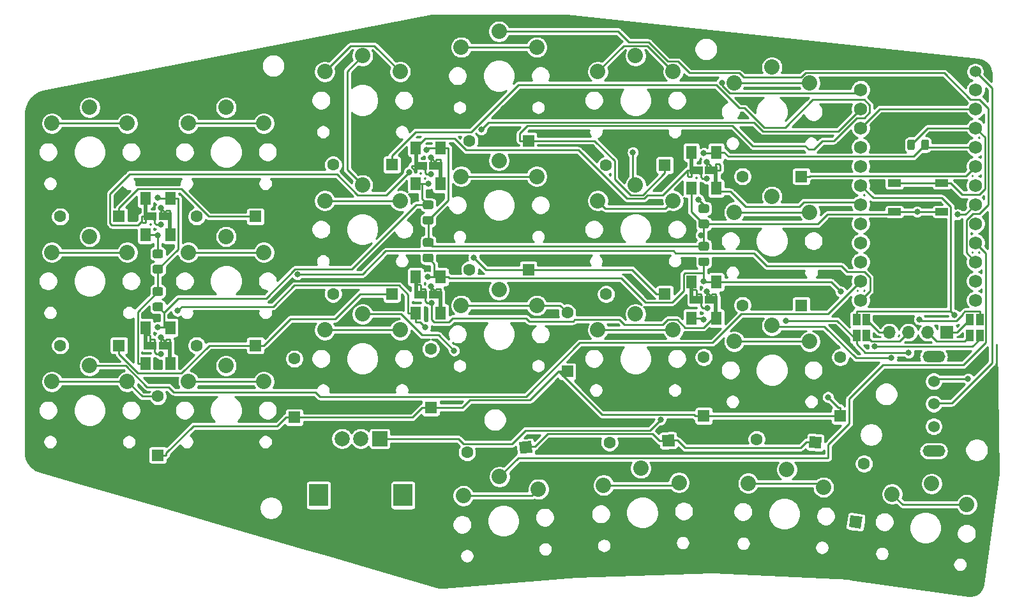
<source format=gtl>
%TF.GenerationSoftware,KiCad,Pcbnew,(5.1.6)-1*%
%TF.CreationDate,2022-08-18T21:09:05-07:00*%
%TF.ProjectId,split-40-final,73706c69-742d-4343-902d-66696e616c2e,rev?*%
%TF.SameCoordinates,Original*%
%TF.FileFunction,Copper,L1,Top*%
%TF.FilePolarity,Positive*%
%FSLAX46Y46*%
G04 Gerber Fmt 4.6, Leading zero omitted, Abs format (unit mm)*
G04 Created by KiCad (PCBNEW (5.1.6)-1) date 2022-08-18 21:09:05*
%MOMM*%
%LPD*%
G01*
G04 APERTURE LIST*
%TA.AperFunction,ComponentPad*%
%ADD10C,2.032000*%
%TD*%
%TA.AperFunction,ComponentPad*%
%ADD11C,1.752600*%
%TD*%
%TA.AperFunction,ComponentPad*%
%ADD12R,2.500000X3.000000*%
%TD*%
%TA.AperFunction,ComponentPad*%
%ADD13C,2.000000*%
%TD*%
%TA.AperFunction,ComponentPad*%
%ADD14R,2.000000X2.000000*%
%TD*%
%TA.AperFunction,ComponentPad*%
%ADD15O,3.000000X1.524000*%
%TD*%
%TA.AperFunction,ComponentPad*%
%ADD16C,1.524000*%
%TD*%
%TA.AperFunction,ComponentPad*%
%ADD17C,1.600000*%
%TD*%
%TA.AperFunction,ComponentPad*%
%ADD18R,1.600000X1.600000*%
%TD*%
%TA.AperFunction,ComponentPad*%
%ADD19C,0.100000*%
%TD*%
%TA.AperFunction,SMDPad,CuDef*%
%ADD20R,1.400000X1.800000*%
%TD*%
%TA.AperFunction,SMDPad,CuDef*%
%ADD21R,0.500000X1.000000*%
%TD*%
%TA.AperFunction,Conductor*%
%ADD22R,0.500000X1.600000*%
%TD*%
%TA.AperFunction,Conductor*%
%ADD23R,0.500000X3.000000*%
%TD*%
%TA.AperFunction,Conductor*%
%ADD24R,1.700000X1.000000*%
%TD*%
%TA.AperFunction,ComponentPad*%
%ADD25O,1.700000X1.700000*%
%TD*%
%TA.AperFunction,ComponentPad*%
%ADD26R,1.700000X1.700000*%
%TD*%
%TA.AperFunction,SMDPad,CuDef*%
%ADD27R,1.700000X1.000000*%
%TD*%
%TA.AperFunction,SMDPad,CuDef*%
%ADD28R,1.000000X1.500000*%
%TD*%
%TA.AperFunction,ViaPad*%
%ADD29C,0.800000*%
%TD*%
%TA.AperFunction,Conductor*%
%ADD30C,0.250000*%
%TD*%
%TA.AperFunction,NonConductor*%
%ADD31C,0.254000*%
%TD*%
G04 APERTURE END LIST*
D10*
%TO.P,K_W1,2*%
%TO.N,Net-(D_W1-Pad2)*%
X54943800Y-23291000D03*
X64943800Y-23291000D03*
%TO.P,K_W1,1*%
%TO.N,col2*%
X59943800Y-21191000D03*
%TD*%
%TO.P,K_R1,2*%
%TO.N,Net-(D_R1-Pad2)*%
X91138800Y-23291000D03*
X101138800Y-23291000D03*
%TO.P,K_R1,1*%
%TO.N,col4*%
X96138800Y-21191000D03*
%TD*%
%TO.P,K_A1,2*%
%TO.N,Net-(D_A1-Pad2)*%
X36846200Y-47294000D03*
X46846200Y-47294000D03*
%TO.P,K_A1,1*%
%TO.N,col1*%
X41846200Y-45194000D03*
%TD*%
%TO.P,K_B1,2*%
%TO.N,Net-(D_B1-Pad2)*%
X109236000Y-59105000D03*
X119236000Y-59105000D03*
%TO.P,K_B1,1*%
%TO.N,col5*%
X114236000Y-57005000D03*
%TD*%
%TO.P,K_C1,2*%
%TO.N,Net-(D_C1-Pad2)*%
X73041200Y-54342500D03*
X83041200Y-54342500D03*
%TO.P,K_C1,1*%
%TO.N,col3*%
X78041200Y-52242500D03*
%TD*%
%TO.P,K_CAPS1,2*%
%TO.N,Net-(D_CAPS1-Pad2)*%
X18748800Y-47294000D03*
X28748800Y-47294000D03*
%TO.P,K_CAPS1,1*%
%TO.N,col0*%
X23748800Y-45194000D03*
%TD*%
%TO.P,K_D1,2*%
%TO.N,Net-(D_D1-Pad2)*%
X73041200Y-37197500D03*
X83041200Y-37197500D03*
%TO.P,K_D1,1*%
%TO.N,col3*%
X78041200Y-35097500D03*
%TD*%
%TO.P,K_E1,2*%
%TO.N,Net-(D_E1-Pad2)*%
X73041200Y-20052500D03*
X83041200Y-20052500D03*
%TO.P,K_E1,1*%
%TO.N,col3*%
X78041200Y-17952500D03*
%TD*%
%TO.P,K_F1,2*%
%TO.N,Net-(D_F1-Pad2)*%
X91138800Y-40436000D03*
X101138800Y-40436000D03*
%TO.P,K_F1,1*%
%TO.N,col4*%
X96138800Y-38336000D03*
%TD*%
%TO.P,K_G1,2*%
%TO.N,Net-(D_G1-Pad2)*%
X109236000Y-41960000D03*
X119236000Y-41960000D03*
%TO.P,K_G1,1*%
%TO.N,col5*%
X114236000Y-39860000D03*
%TD*%
%TO.P,K_INNER1,2*%
%TO.N,Net-(D_INNER1-Pad2)*%
X73317835Y-79590239D03*
X83279782Y-78718681D03*
%TO.P,K_INNER1,1*%
%TO.N,col2*%
X78115781Y-77062451D03*
%TD*%
%TO.P,K_OUTER1,2*%
%TO.N,Net-(D_OUTER1-Pad2)*%
X130177517Y-79371116D03*
X140080198Y-80762847D03*
%TO.P,K_OUTER1,1*%
%TO.N,col5*%
X135421121Y-77987418D03*
%TD*%
%TO.P,K_Q1,2*%
%TO.N,Net-(D_Q1-Pad2)*%
X36846200Y-30149000D03*
X46846200Y-30149000D03*
%TO.P,K_Q1,1*%
%TO.N,col1*%
X41846200Y-28049000D03*
%TD*%
%TO.P,K_S1,2*%
%TO.N,Net-(D_S1-Pad2)*%
X54943800Y-40436000D03*
X64943800Y-40436000D03*
%TO.P,K_S1,1*%
%TO.N,col2*%
X59943800Y-38336000D03*
%TD*%
%TO.P,K_SHIFT1,2*%
%TO.N,Net-(D_SHIFT1-Pad2)*%
X18748800Y-64439000D03*
X28748800Y-64439000D03*
%TO.P,K_SHIFT1,1*%
%TO.N,col0*%
X23748800Y-62339000D03*
%TD*%
%TO.P,K_T1,2*%
%TO.N,Net-(D_T1-Pad2)*%
X109236000Y-24815000D03*
X119236000Y-24815000D03*
%TO.P,K_T1,1*%
%TO.N,col5*%
X114236000Y-22715000D03*
%TD*%
%TO.P,K_TAB1,2*%
%TO.N,Net-(D_TAB1-Pad2)*%
X18748800Y-30149000D03*
X28748800Y-30149000D03*
%TO.P,K_TAB1,1*%
%TO.N,col0*%
X23748800Y-28049000D03*
%TD*%
%TO.P,K_THUMB1,2*%
%TO.N,Net-(D_THUMB1-Pad2)*%
X91920428Y-78206812D03*
X101914336Y-77857817D03*
%TO.P,K_THUMB1,1*%
%TO.N,col3*%
X96844093Y-75933594D03*
%TD*%
%TO.P,K_THUMB2,2*%
%TO.N,Net-(D_THUMB2-Pad2)*%
X111095729Y-77943528D03*
X121082024Y-78466888D03*
%TO.P,K_THUMB2,1*%
%TO.N,col4*%
X116198782Y-76108086D03*
%TD*%
%TO.P,K_V1,2*%
%TO.N,Net-(D_V1-Pad2)*%
X91138800Y-57581000D03*
X101138800Y-57581000D03*
%TO.P,K_V1,1*%
%TO.N,col4*%
X96138800Y-55481000D03*
%TD*%
%TO.P,K_X1,2*%
%TO.N,Net-(D_X1-Pad2)*%
X54943800Y-57581000D03*
X64943800Y-57581000D03*
%TO.P,K_X1,1*%
%TO.N,col2*%
X59943800Y-55481000D03*
%TD*%
%TO.P,K_Z1,2*%
%TO.N,Net-(D_Z1-Pad2)*%
X36846200Y-64439000D03*
X46846200Y-64439000D03*
%TO.P,K_Z1,1*%
%TO.N,col1*%
X41846200Y-62339000D03*
%TD*%
D11*
%TO.P,U1,24*%
%TO.N,Net-(SW2-Pad1)*%
X141250000Y-25690000D03*
%TO.P,U1,12*%
%TO.N,col1*%
X126010000Y-53630000D03*
%TO.P,U1,23*%
%TO.N,GND*%
X141250000Y-28230000D03*
%TO.P,U1,22*%
%TO.N,Net-(R1-Pad2)*%
X141250000Y-30770000D03*
%TO.P,U1,21*%
%TO.N,VCC*%
X141250000Y-33310000D03*
%TO.P,U1,20*%
%TO.N,row0*%
X141250000Y-35850000D03*
%TO.P,U1,19*%
%TO.N,row1*%
X141250000Y-38390000D03*
%TO.P,U1,18*%
%TO.N,row2*%
X141250000Y-40930000D03*
%TO.P,U1,17*%
%TO.N,row3*%
X141250000Y-43470000D03*
%TO.P,U1,16*%
%TO.N,col2*%
X141250000Y-46010000D03*
%TO.P,U1,15*%
%TO.N,col3*%
X141250000Y-48550000D03*
%TO.P,U1,14*%
%TO.N,col4*%
X141250000Y-51090000D03*
%TO.P,U1,13*%
%TO.N,col5*%
X141250000Y-53630000D03*
%TO.P,U1,11*%
%TO.N,col0*%
X126010000Y-51090000D03*
%TO.P,U1,10*%
%TO.N,Net-(U1-Pad10)*%
X126010000Y-48550000D03*
%TO.P,U1,9*%
%TO.N,Net-(U1-Pad9)*%
X126010000Y-46010000D03*
%TO.P,U1,8*%
%TO.N,Net-(U1-Pad8)*%
X126010000Y-43470000D03*
%TO.P,U1,7*%
%TO.N,led*%
X126010000Y-40930000D03*
%TO.P,U1,6*%
%TO.N,SDA*%
X126010000Y-38390000D03*
%TO.P,U1,5*%
%TO.N,SCL*%
X126010000Y-35850000D03*
%TO.P,U1,4*%
%TO.N,GND*%
X126010000Y-33310000D03*
%TO.P,U1,3*%
X126010000Y-30770000D03*
%TO.P,U1,2*%
%TO.N,encB*%
X126010000Y-28230000D03*
%TO.P,U1,1*%
%TO.N,encA*%
X126010000Y-25690000D03*
%TD*%
D12*
%TO.P,SW3,MP*%
%TO.N,N/C*%
X54120000Y-79520000D03*
X65320000Y-79520000D03*
D13*
%TO.P,SW3,B*%
%TO.N,encB*%
X57220000Y-72020000D03*
%TO.P,SW3,C*%
%TO.N,GND*%
X59720000Y-72020000D03*
D14*
%TO.P,SW3,A*%
%TO.N,encA*%
X62220000Y-72020000D03*
%TD*%
D15*
%TO.P,SW2,5*%
%TO.N,N/C*%
X135700000Y-73650000D03*
%TO.P,SW2,4*%
X135700000Y-61150000D03*
D16*
%TO.P,SW2,1*%
%TO.N,Net-(SW2-Pad1)*%
X135700000Y-64400000D03*
%TO.P,SW2,3*%
%TO.N,Net-(SW2-Pad3)*%
X135700000Y-70400000D03*
%TO.P,SW2,2*%
%TO.N,battery*%
X135700000Y-67400000D03*
%TD*%
D17*
%TO.P,D_Z1,2*%
%TO.N,Net-(D_Z1-Pad2)*%
X50900000Y-61400000D03*
D18*
%TO.P,D_Z1,1*%
%TO.N,row2*%
X50900000Y-69200000D03*
%TD*%
D17*
%TO.P,D_X1,2*%
%TO.N,Net-(D_X1-Pad2)*%
X69000000Y-60100000D03*
D18*
%TO.P,D_X1,1*%
%TO.N,row2*%
X69000000Y-67900000D03*
%TD*%
D17*
%TO.P,D_W1,2*%
%TO.N,Net-(D_W1-Pad2)*%
X56043800Y-35650000D03*
D18*
%TO.P,D_W1,1*%
%TO.N,row0*%
X63843800Y-35650000D03*
%TD*%
D17*
%TO.P,D_V1,2*%
%TO.N,Net-(D_V1-Pad2)*%
X105200000Y-61200000D03*
D18*
%TO.P,D_V1,1*%
%TO.N,row2*%
X105200000Y-69000000D03*
%TD*%
D17*
%TO.P,D_THUMB2,2*%
%TO.N,Net-(D_THUMB2-Pad2)*%
X112205345Y-72095890D03*
%TA.AperFunction,ComponentPad*%
D19*
%TO.P,D_THUMB2,1*%
%TO.N,row3*%
G36*
X120835427Y-71747075D02*
G01*
X120751690Y-73344882D01*
X119153883Y-73261145D01*
X119237620Y-71663338D01*
X120835427Y-71747075D01*
G37*
%TD.AperFunction*%
%TD*%
D17*
%TO.P,D_THUMB1,2*%
%TO.N,Net-(D_THUMB1-Pad2)*%
X92702376Y-72536108D03*
%TA.AperFunction,ComponentPad*%
D19*
%TO.P,D_THUMB1,1*%
%TO.N,row3*%
G36*
X101269217Y-71436460D02*
G01*
X101325056Y-73035485D01*
X99726031Y-73091324D01*
X99670192Y-71492299D01*
X101269217Y-71436460D01*
G37*
%TD.AperFunction*%
%TD*%
D17*
%TO.P,D_TAB1,2*%
%TO.N,Net-(D_TAB1-Pad2)*%
X19848800Y-42530000D03*
D18*
%TO.P,D_TAB1,1*%
%TO.N,row0*%
X27648800Y-42530000D03*
%TD*%
D17*
%TO.P,D_T1,2*%
%TO.N,Net-(D_T1-Pad2)*%
X110336000Y-37200000D03*
D18*
%TO.P,D_T1,1*%
%TO.N,row0*%
X118136000Y-37200000D03*
%TD*%
D17*
%TO.P,D_SHIFT1,2*%
%TO.N,Net-(D_SHIFT1-Pad2)*%
X32800000Y-66400000D03*
D18*
%TO.P,D_SHIFT1,1*%
%TO.N,row2*%
X32800000Y-74200000D03*
%TD*%
D17*
%TO.P,D_S1,2*%
%TO.N,Net-(D_S1-Pad2)*%
X56043800Y-52800000D03*
D18*
%TO.P,D_S1,1*%
%TO.N,row1*%
X63843800Y-52800000D03*
%TD*%
D17*
%TO.P,D_R1,2*%
%TO.N,Net-(D_R1-Pad2)*%
X92238800Y-35700000D03*
D18*
%TO.P,D_R1,1*%
%TO.N,row0*%
X100038800Y-35700000D03*
%TD*%
D17*
%TO.P,D_Q1,2*%
%TO.N,Net-(D_Q1-Pad2)*%
X37946200Y-42530000D03*
D18*
%TO.P,D_Q1,1*%
%TO.N,row0*%
X45746200Y-42530000D03*
%TD*%
D17*
%TO.P,D_INNER1,2*%
%TO.N,Net-(D_INNER1-Pad2)*%
X73814841Y-73839907D03*
%TA.AperFunction,ComponentPad*%
D19*
%TO.P,D_INNER1,1*%
%TO.N,row3*%
G36*
X82312390Y-72293413D02*
G01*
X82451839Y-73887324D01*
X80857928Y-74026773D01*
X80718479Y-72432862D01*
X82312390Y-72293413D01*
G37*
%TD.AperFunction*%
%TD*%
D17*
%TO.P,D_G1,2*%
%TO.N,Net-(D_G1-Pad2)*%
X110336000Y-54300000D03*
D18*
%TO.P,D_G1,1*%
%TO.N,row1*%
X118136000Y-54300000D03*
%TD*%
D17*
%TO.P,D_F1,2*%
%TO.N,Net-(D_F1-Pad2)*%
X92238800Y-52830000D03*
D18*
%TO.P,D_F1,1*%
%TO.N,row1*%
X100038800Y-52830000D03*
%TD*%
D17*
%TO.P,D_E1,2*%
%TO.N,Net-(D_E1-Pad2)*%
X74141200Y-32460000D03*
D18*
%TO.P,D_E1,1*%
%TO.N,row0*%
X81941200Y-32460000D03*
%TD*%
D17*
%TO.P,D_CAPS1,2*%
%TO.N,Net-(D_CAPS1-Pad2)*%
X19848800Y-59640000D03*
D18*
%TO.P,D_CAPS1,1*%
%TO.N,row1*%
X27648800Y-59640000D03*
%TD*%
D17*
%TO.P,D_C1,2*%
%TO.N,Net-(D_C1-Pad2)*%
X87100000Y-55300000D03*
D18*
%TO.P,D_C1,1*%
%TO.N,row2*%
X87100000Y-63100000D03*
%TD*%
D17*
%TO.P,D_B1,2*%
%TO.N,Net-(D_B1-Pad2)*%
X123300000Y-61200000D03*
D18*
%TO.P,D_B1,1*%
%TO.N,row2*%
X123300000Y-69000000D03*
%TD*%
D17*
%TO.P,D_A1,2*%
%TO.N,Net-(D_A1-Pad2)*%
X37946200Y-59640000D03*
D18*
%TO.P,D_A1,1*%
%TO.N,row1*%
X45746200Y-59640000D03*
%TD*%
D17*
%TO.P,D_D1,2*%
%TO.N,Net-(D_D1-Pad2)*%
X74141200Y-49580000D03*
D18*
%TO.P,D_D1,1*%
%TO.N,row1*%
X81941200Y-49580000D03*
%TD*%
D17*
%TO.P,D_OUTER1,2*%
%TO.N,Net-(D_OUTER1-Pad2)*%
X126442775Y-75337955D03*
%TA.AperFunction,ComponentPad*%
D19*
%TO.P,D_OUTER1,1*%
%TO.N,row3*%
G36*
X126038101Y-83965598D02*
G01*
X124453672Y-83742921D01*
X124676349Y-82158492D01*
X126260778Y-82381169D01*
X126038101Y-83965598D01*
G37*
%TD.AperFunction*%
%TD*%
D20*
%TO.P,D1,3*%
%TO.N,GND*%
X103550000Y-38790000D03*
%TO.P,D1,1*%
%TO.N,VCC*%
X106850000Y-33990000D03*
%TO.P,D1,2*%
%TO.N,Net-(D1-Pad2)*%
X103550000Y-33990000D03*
D21*
X104800000Y-36390000D03*
%TO.P,D1,4*%
%TO.N,led*%
X105600000Y-36390000D03*
D22*
%TD*%
%TO.N,Net-(D1-Pad2)*%
%TO.C,D1*%
X103600000Y-36090000D03*
D20*
%TO.P,D1,4*%
%TO.N,led*%
X106850000Y-38790000D03*
D23*
%TD*%
%TO.N,led*%
%TO.C,D1*%
X106800000Y-37390000D03*
%TO.N,Net-(D1-Pad2)*%
%TO.C,D1*%
X103600000Y-35390000D03*
D22*
%TO.N,led*%
X106800000Y-36690000D03*
D24*
%TO.N,Net-(D1-Pad2)*%
X104200000Y-36390000D03*
%TO.N,led*%
X106200000Y-36390000D03*
%TD*%
D22*
%TO.N,Net-(D2-Pad2)*%
%TO.C,D2*%
X70250000Y-36090000D03*
D23*
X70250000Y-36790000D03*
D24*
X69650000Y-35790000D03*
%TO.N,Net-(D1-Pad2)*%
X67650000Y-35790000D03*
D23*
X67050000Y-34790000D03*
D22*
X67050000Y-35490000D03*
D21*
%TD*%
%TO.P,D2,2*%
%TO.N,Net-(D2-Pad2)*%
X69050000Y-35790000D03*
D20*
%TO.P,D2,1*%
%TO.N,VCC*%
X67000000Y-38190000D03*
%TO.P,D2,2*%
%TO.N,Net-(D2-Pad2)*%
X70300000Y-38190000D03*
%TO.P,D2,4*%
%TO.N,Net-(D1-Pad2)*%
X67000000Y-33390000D03*
%TO.P,D2,3*%
%TO.N,GND*%
X70300000Y-33390000D03*
D21*
%TO.P,D2,4*%
%TO.N,Net-(D1-Pad2)*%
X68250000Y-35790000D03*
%TD*%
D22*
%TO.N,Net-(D3-Pad2)*%
%TO.C,D3*%
X34400000Y-42820000D03*
D23*
X34400000Y-43520000D03*
D24*
X33800000Y-42520000D03*
%TO.N,Net-(D2-Pad2)*%
X31800000Y-42520000D03*
D23*
X31200000Y-41520000D03*
D22*
X31200000Y-42220000D03*
D21*
%TD*%
%TO.P,D3,2*%
%TO.N,Net-(D3-Pad2)*%
X33200000Y-42520000D03*
D20*
%TO.P,D3,1*%
%TO.N,VCC*%
X31150000Y-44920000D03*
%TO.P,D3,2*%
%TO.N,Net-(D3-Pad2)*%
X34450000Y-44920000D03*
%TO.P,D3,4*%
%TO.N,Net-(D2-Pad2)*%
X31150000Y-40120000D03*
%TO.P,D3,3*%
%TO.N,GND*%
X34450000Y-40120000D03*
D21*
%TO.P,D3,4*%
%TO.N,Net-(D2-Pad2)*%
X32400000Y-42520000D03*
%TD*%
D22*
%TO.N,Net-(D4-Pad2)*%
%TO.C,D4*%
X31200000Y-59370000D03*
D23*
X31200000Y-58670000D03*
D24*
X31800000Y-59670000D03*
%TO.N,Net-(D3-Pad2)*%
X33800000Y-59670000D03*
D23*
X34400000Y-60670000D03*
D22*
X34400000Y-59970000D03*
D21*
%TD*%
%TO.P,D4,2*%
%TO.N,Net-(D4-Pad2)*%
X32400000Y-59670000D03*
D20*
%TO.P,D4,1*%
%TO.N,VCC*%
X34450000Y-57270000D03*
%TO.P,D4,2*%
%TO.N,Net-(D4-Pad2)*%
X31150000Y-57270000D03*
%TO.P,D4,4*%
%TO.N,Net-(D3-Pad2)*%
X34450000Y-62070000D03*
%TO.P,D4,3*%
%TO.N,GND*%
X31150000Y-62070000D03*
D21*
%TO.P,D4,4*%
%TO.N,Net-(D3-Pad2)*%
X33200000Y-59670000D03*
%TD*%
D22*
%TO.N,Net-(D5-Pad2)*%
%TO.C,D5*%
X67050000Y-52640000D03*
D23*
X67050000Y-51940000D03*
D24*
X67650000Y-52940000D03*
%TO.N,Net-(D4-Pad2)*%
X69650000Y-52940000D03*
D23*
X70250000Y-53940000D03*
D22*
X70250000Y-53240000D03*
D21*
%TD*%
%TO.P,D5,2*%
%TO.N,Net-(D5-Pad2)*%
X68250000Y-52940000D03*
D20*
%TO.P,D5,1*%
%TO.N,VCC*%
X70300000Y-50540000D03*
%TO.P,D5,2*%
%TO.N,Net-(D5-Pad2)*%
X67000000Y-50540000D03*
%TO.P,D5,4*%
%TO.N,Net-(D4-Pad2)*%
X70300000Y-55340000D03*
%TO.P,D5,3*%
%TO.N,GND*%
X67000000Y-55340000D03*
D21*
%TO.P,D5,4*%
%TO.N,Net-(D4-Pad2)*%
X69050000Y-52940000D03*
%TD*%
D22*
%TO.N,Net-(D6-Pad2)*%
%TO.C,D6*%
X103600000Y-53320000D03*
D23*
X103600000Y-52620000D03*
D24*
X104200000Y-53620000D03*
%TO.N,Net-(D5-Pad2)*%
X106200000Y-53620000D03*
D23*
X106800000Y-54620000D03*
D22*
X106800000Y-53920000D03*
D21*
%TD*%
%TO.P,D6,2*%
%TO.N,Net-(D6-Pad2)*%
X104800000Y-53620000D03*
D20*
%TO.P,D6,1*%
%TO.N,VCC*%
X106850000Y-51220000D03*
%TO.P,D6,2*%
%TO.N,Net-(D6-Pad2)*%
X103550000Y-51220000D03*
%TO.P,D6,4*%
%TO.N,Net-(D5-Pad2)*%
X106850000Y-56020000D03*
%TO.P,D6,3*%
%TO.N,GND*%
X103550000Y-56020000D03*
D21*
%TO.P,D6,4*%
%TO.N,Net-(D5-Pad2)*%
X105600000Y-53620000D03*
%TD*%
D25*
%TO.P,L1,4*%
%TO.N,Net-(JP_B_GND1-Pad1)*%
X129820000Y-57900000D03*
%TO.P,L1,3*%
%TO.N,Net-(JP_B_VCC1-Pad1)*%
X132360000Y-57900000D03*
%TO.P,L1,2*%
%TO.N,Net-(JP_B_SCL1-Pad1)*%
X134900000Y-57900000D03*
D26*
%TO.P,L1,1*%
%TO.N,Net-(JP_B_SDA1-Pad1)*%
X137440000Y-57900000D03*
%TD*%
%TO.P,C3,2*%
%TO.N,GND*%
%TA.AperFunction,SMDPad,CuDef*%
G36*
G01*
X32349550Y-48950000D02*
X33250450Y-48950000D01*
G75*
G02*
X33500000Y-49199550I0J-249550D01*
G01*
X33500000Y-49850450D01*
G75*
G02*
X33250450Y-50100000I-249550J0D01*
G01*
X32349550Y-50100000D01*
G75*
G02*
X32100000Y-49850450I0J249550D01*
G01*
X32100000Y-49199550D01*
G75*
G02*
X32349550Y-48950000I249550J0D01*
G01*
G37*
%TD.AperFunction*%
%TO.P,C3,1*%
%TO.N,VCC*%
%TA.AperFunction,SMDPad,CuDef*%
G36*
G01*
X32349550Y-46900000D02*
X33250450Y-46900000D01*
G75*
G02*
X33500000Y-47149550I0J-249550D01*
G01*
X33500000Y-47800450D01*
G75*
G02*
X33250450Y-48050000I-249550J0D01*
G01*
X32349550Y-48050000D01*
G75*
G02*
X32100000Y-47800450I0J249550D01*
G01*
X32100000Y-47149550D01*
G75*
G02*
X32349550Y-46900000I249550J0D01*
G01*
G37*
%TD.AperFunction*%
%TD*%
%TO.P,C1,2*%
%TO.N,GND*%
%TA.AperFunction,SMDPad,CuDef*%
G36*
G01*
X104749550Y-42950000D02*
X105650450Y-42950000D01*
G75*
G02*
X105900000Y-43199550I0J-249550D01*
G01*
X105900000Y-43850450D01*
G75*
G02*
X105650450Y-44100000I-249550J0D01*
G01*
X104749550Y-44100000D01*
G75*
G02*
X104500000Y-43850450I0J249550D01*
G01*
X104500000Y-43199550D01*
G75*
G02*
X104749550Y-42950000I249550J0D01*
G01*
G37*
%TD.AperFunction*%
%TO.P,C1,1*%
%TO.N,VCC*%
%TA.AperFunction,SMDPad,CuDef*%
G36*
G01*
X104749550Y-40900000D02*
X105650450Y-40900000D01*
G75*
G02*
X105900000Y-41149550I0J-249550D01*
G01*
X105900000Y-41800450D01*
G75*
G02*
X105650450Y-42050000I-249550J0D01*
G01*
X104749550Y-42050000D01*
G75*
G02*
X104500000Y-41800450I0J249550D01*
G01*
X104500000Y-41149550D01*
G75*
G02*
X104749550Y-40900000I249550J0D01*
G01*
G37*
%TD.AperFunction*%
%TD*%
%TO.P,C2,2*%
%TO.N,GND*%
%TA.AperFunction,SMDPad,CuDef*%
G36*
G01*
X68199550Y-42450000D02*
X69100450Y-42450000D01*
G75*
G02*
X69350000Y-42699550I0J-249550D01*
G01*
X69350000Y-43350450D01*
G75*
G02*
X69100450Y-43600000I-249550J0D01*
G01*
X68199550Y-43600000D01*
G75*
G02*
X67950000Y-43350450I0J249550D01*
G01*
X67950000Y-42699550D01*
G75*
G02*
X68199550Y-42450000I249550J0D01*
G01*
G37*
%TD.AperFunction*%
%TO.P,C2,1*%
%TO.N,VCC*%
%TA.AperFunction,SMDPad,CuDef*%
G36*
G01*
X68199550Y-40400000D02*
X69100450Y-40400000D01*
G75*
G02*
X69350000Y-40649550I0J-249550D01*
G01*
X69350000Y-41300450D01*
G75*
G02*
X69100450Y-41550000I-249550J0D01*
G01*
X68199550Y-41550000D01*
G75*
G02*
X67950000Y-41300450I0J249550D01*
G01*
X67950000Y-40649550D01*
G75*
G02*
X68199550Y-40400000I249550J0D01*
G01*
G37*
%TD.AperFunction*%
%TD*%
%TO.P,C4,2*%
%TO.N,GND*%
%TA.AperFunction,SMDPad,CuDef*%
G36*
G01*
X33250450Y-53050000D02*
X32349550Y-53050000D01*
G75*
G02*
X32100000Y-52800450I0J249550D01*
G01*
X32100000Y-52149550D01*
G75*
G02*
X32349550Y-51900000I249550J0D01*
G01*
X33250450Y-51900000D01*
G75*
G02*
X33500000Y-52149550I0J-249550D01*
G01*
X33500000Y-52800450D01*
G75*
G02*
X33250450Y-53050000I-249550J0D01*
G01*
G37*
%TD.AperFunction*%
%TO.P,C4,1*%
%TO.N,VCC*%
%TA.AperFunction,SMDPad,CuDef*%
G36*
G01*
X33250450Y-55100000D02*
X32349550Y-55100000D01*
G75*
G02*
X32100000Y-54850450I0J249550D01*
G01*
X32100000Y-54199550D01*
G75*
G02*
X32349550Y-53950000I249550J0D01*
G01*
X33250450Y-53950000D01*
G75*
G02*
X33500000Y-54199550I0J-249550D01*
G01*
X33500000Y-54850450D01*
G75*
G02*
X33250450Y-55100000I-249550J0D01*
G01*
G37*
%TD.AperFunction*%
%TD*%
%TO.P,C5,2*%
%TO.N,GND*%
%TA.AperFunction,SMDPad,CuDef*%
G36*
G01*
X69100450Y-46550000D02*
X68199550Y-46550000D01*
G75*
G02*
X67950000Y-46300450I0J249550D01*
G01*
X67950000Y-45649550D01*
G75*
G02*
X68199550Y-45400000I249550J0D01*
G01*
X69100450Y-45400000D01*
G75*
G02*
X69350000Y-45649550I0J-249550D01*
G01*
X69350000Y-46300450D01*
G75*
G02*
X69100450Y-46550000I-249550J0D01*
G01*
G37*
%TD.AperFunction*%
%TO.P,C5,1*%
%TO.N,VCC*%
%TA.AperFunction,SMDPad,CuDef*%
G36*
G01*
X69100450Y-48600000D02*
X68199550Y-48600000D01*
G75*
G02*
X67950000Y-48350450I0J249550D01*
G01*
X67950000Y-47699550D01*
G75*
G02*
X68199550Y-47450000I249550J0D01*
G01*
X69100450Y-47450000D01*
G75*
G02*
X69350000Y-47699550I0J-249550D01*
G01*
X69350000Y-48350450D01*
G75*
G02*
X69100450Y-48600000I-249550J0D01*
G01*
G37*
%TD.AperFunction*%
%TD*%
%TO.P,C6,2*%
%TO.N,GND*%
%TA.AperFunction,SMDPad,CuDef*%
G36*
G01*
X105650450Y-47050000D02*
X104749550Y-47050000D01*
G75*
G02*
X104500000Y-46800450I0J249550D01*
G01*
X104500000Y-46149550D01*
G75*
G02*
X104749550Y-45900000I249550J0D01*
G01*
X105650450Y-45900000D01*
G75*
G02*
X105900000Y-46149550I0J-249550D01*
G01*
X105900000Y-46800450D01*
G75*
G02*
X105650450Y-47050000I-249550J0D01*
G01*
G37*
%TD.AperFunction*%
%TO.P,C6,1*%
%TO.N,VCC*%
%TA.AperFunction,SMDPad,CuDef*%
G36*
G01*
X105650450Y-49100000D02*
X104749550Y-49100000D01*
G75*
G02*
X104500000Y-48850450I0J249550D01*
G01*
X104500000Y-48199550D01*
G75*
G02*
X104749550Y-47950000I249550J0D01*
G01*
X105650450Y-47950000D01*
G75*
G02*
X105900000Y-48199550I0J-249550D01*
G01*
X105900000Y-48850450D01*
G75*
G02*
X105650450Y-49100000I-249550J0D01*
G01*
G37*
%TD.AperFunction*%
%TD*%
%TO.P,R1,2*%
%TO.N,Net-(R1-Pad2)*%
%TA.AperFunction,SMDPad,CuDef*%
G36*
G01*
X133180000Y-32543750D02*
X133180000Y-33456250D01*
G75*
G02*
X132936250Y-33700000I-243750J0D01*
G01*
X132448750Y-33700000D01*
G75*
G02*
X132205000Y-33456250I0J243750D01*
G01*
X132205000Y-32543750D01*
G75*
G02*
X132448750Y-32300000I243750J0D01*
G01*
X132936250Y-32300000D01*
G75*
G02*
X133180000Y-32543750I0J-243750D01*
G01*
G37*
%TD.AperFunction*%
%TO.P,R1,1*%
%TO.N,VCC*%
%TA.AperFunction,SMDPad,CuDef*%
G36*
G01*
X135055000Y-32543750D02*
X135055000Y-33456250D01*
G75*
G02*
X134811250Y-33700000I-243750J0D01*
G01*
X134323750Y-33700000D01*
G75*
G02*
X134080000Y-33456250I0J243750D01*
G01*
X134080000Y-32543750D01*
G75*
G02*
X134323750Y-32300000I243750J0D01*
G01*
X134811250Y-32300000D01*
G75*
G02*
X135055000Y-32543750I0J-243750D01*
G01*
G37*
%TD.AperFunction*%
%TD*%
D16*
%TO.P,BATT,1*%
%TO.N,battery*%
X141200000Y-23300000D03*
%TD*%
D27*
%TO.P,SW1,1*%
%TO.N,GND*%
X136780000Y-41900000D03*
%TO.P,SW1,2*%
%TO.N,Net-(R1-Pad2)*%
X130480000Y-38100000D03*
X136780000Y-38100000D03*
%TO.P,SW1,1*%
%TO.N,GND*%
X130480000Y-41900000D03*
%TD*%
D28*
%TO.P,JP_F_GND1,1*%
%TO.N,Net-(JP_B_SDA1-Pad1)*%
X140500000Y-56190000D03*
%TO.P,JP_F_GND1,2*%
%TO.N,GND*%
X141800000Y-56190000D03*
%TD*%
%TO.P,JP_F_SCL1,2*%
%TO.N,SCL*%
X125460000Y-58360000D03*
%TO.P,JP_F_SCL1,1*%
%TO.N,Net-(JP_B_VCC1-Pad1)*%
X126760000Y-58360000D03*
%TD*%
%TO.P,JP_F_SDA1,2*%
%TO.N,SDA*%
X125460000Y-56190000D03*
%TO.P,JP_F_SDA1,1*%
%TO.N,Net-(JP_B_GND1-Pad1)*%
X126760000Y-56190000D03*
%TD*%
%TO.P,JP_F_VCC1,1*%
%TO.N,Net-(JP_B_SCL1-Pad1)*%
X140500000Y-58360000D03*
%TO.P,JP_F_VCC1,2*%
%TO.N,VCC*%
X141800000Y-58360000D03*
%TD*%
D29*
%TO.N,row1*%
X74710700Y-47999700D03*
%TO.N,row2*%
X121679000Y-66498100D03*
X138854300Y-42257900D03*
%TO.N,col1*%
X51320000Y-50219500D03*
%TO.N,col5*%
X130100000Y-61318903D03*
%TO.N,col4*%
X95800000Y-34000000D03*
%TO.N,col2*%
X72099200Y-60315300D03*
%TO.N,VCC*%
X127850500Y-59801800D03*
X123367700Y-52508900D03*
X104530600Y-40294500D03*
X105200000Y-51100000D03*
X105200000Y-34100000D03*
X68700000Y-38200000D03*
X68560000Y-50540000D03*
X32800000Y-57200000D03*
X32800000Y-45000000D03*
%TO.N,GND*%
X35383500Y-55056400D03*
X68271100Y-57232600D03*
X133759500Y-56177800D03*
X32800000Y-40015100D03*
X105165900Y-56233600D03*
X104842400Y-45000000D03*
X68418300Y-33724000D03*
X133500000Y-41900000D03*
%TO.N,Net-(D1-Pad2)*%
X105600000Y-37490000D03*
X69000000Y-36890000D03*
%TO.N,Net-(D2-Pad2)*%
X66130100Y-36651900D03*
X33200000Y-43620000D03*
X69000000Y-34690000D03*
%TO.N,Net-(D3-Pad2)*%
X33200000Y-58570000D03*
X33200000Y-41420000D03*
%TO.N,Net-(D4-Pad2)*%
X69000000Y-51840000D03*
X33203600Y-60770000D03*
%TO.N,Net-(D5-Pad2)*%
X105600000Y-52520000D03*
X69071500Y-54040000D03*
%TO.N,Net-(D6-Pad2)*%
X105644000Y-54720000D03*
%TO.N,Net-(SW2-Pad1)*%
X140253500Y-64053500D03*
%TO.N,SDA*%
X138426400Y-55595200D03*
%TO.N,SCL*%
X116086200Y-56334400D03*
X132367103Y-60593903D03*
%TO.N,encB*%
X75698100Y-30986900D03*
%TO.N,encA*%
X99458800Y-69526500D03*
X107592500Y-24776300D03*
%TO.N,led*%
X105600000Y-35290000D03*
%TD*%
D30*
%TO.N,row1*%
X81941200Y-49580000D02*
X76291000Y-49580000D01*
X76291000Y-49580000D02*
X74710700Y-47999700D01*
X98913500Y-52830000D02*
X95663500Y-49580000D01*
X95663500Y-49580000D02*
X81941200Y-49580000D01*
X45746200Y-59640000D02*
X39612200Y-59640000D01*
X39612200Y-59640000D02*
X35956800Y-63295400D01*
X35956800Y-63295400D02*
X30178900Y-63295400D01*
X30178900Y-63295400D02*
X27648800Y-60765300D01*
X63843800Y-52800000D02*
X59643900Y-52800000D01*
X59643900Y-52800000D02*
X56329200Y-56114700D01*
X56329200Y-56114700D02*
X50396800Y-56114700D01*
X50396800Y-56114700D02*
X46871500Y-59640000D01*
X27648800Y-59640000D02*
X27648800Y-60765300D01*
X100038800Y-52830000D02*
X98913500Y-52830000D01*
X45746200Y-59640000D02*
X46871500Y-59640000D01*
%TO.N,Net-(D_A1-Pad2)*%
X36846200Y-47294000D02*
X46846200Y-47294000D01*
%TO.N,Net-(D_B1-Pad2)*%
X109236000Y-59105000D02*
X119236000Y-59105000D01*
%TO.N,row2*%
X123300000Y-69000000D02*
X123300000Y-67874700D01*
X121679000Y-66498100D02*
X123055600Y-67874700D01*
X123055600Y-67874700D02*
X123300000Y-67874700D01*
X141250000Y-40930000D02*
X139922100Y-42257900D01*
X139922100Y-42257900D02*
X138854300Y-42257900D01*
X105200000Y-69000000D02*
X104074700Y-69000000D01*
X104074700Y-69000000D02*
X103875900Y-68801200D01*
X103875900Y-68801200D02*
X91675900Y-68801200D01*
X91675900Y-68801200D02*
X85974700Y-63100000D01*
X105200000Y-69000000D02*
X106325300Y-69000000D01*
X123300000Y-69000000D02*
X122174700Y-69000000D01*
X122174700Y-69000000D02*
X106325300Y-69000000D01*
X50900000Y-69200000D02*
X49774700Y-69200000D01*
X32800000Y-74200000D02*
X33925300Y-74200000D01*
X33925300Y-74200000D02*
X33925300Y-73918700D01*
X33925300Y-73918700D02*
X37518700Y-70325300D01*
X37518700Y-70325300D02*
X48649400Y-70325300D01*
X48649400Y-70325300D02*
X49774700Y-69200000D01*
X87100000Y-63100000D02*
X85974700Y-63100000D01*
X68437400Y-67900000D02*
X69000000Y-67900000D01*
X68437400Y-67900000D02*
X67874700Y-67900000D01*
X50900000Y-69200000D02*
X66574700Y-69200000D01*
X66574700Y-69200000D02*
X67874700Y-67900000D01*
X69000000Y-67900000D02*
X73200000Y-67900000D01*
X73200000Y-67900000D02*
X74217890Y-66882110D01*
X74217890Y-66882110D02*
X82182110Y-66882110D01*
X85964220Y-63100000D02*
X82182110Y-66882110D01*
X85974700Y-63100000D02*
X85964220Y-63100000D01*
%TO.N,Net-(D_C1-Pad2)*%
X73041200Y-54342500D02*
X83041200Y-54342500D01*
X83041200Y-54342500D02*
X86142500Y-54342500D01*
X86142500Y-54342500D02*
X87100000Y-55300000D01*
%TO.N,Net-(D_CAPS1-Pad2)*%
X28748800Y-47294000D02*
X18748800Y-47294000D01*
%TO.N,Net-(D_D1-Pad2)*%
X73041200Y-37197500D02*
X83041200Y-37197500D01*
%TO.N,Net-(D_E1-Pad2)*%
X73041200Y-20052500D02*
X83041200Y-20052500D01*
%TO.N,row0*%
X80815900Y-32460000D02*
X80815900Y-31480300D01*
X80815900Y-31480300D02*
X81826500Y-30469700D01*
X81826500Y-30469700D02*
X109014600Y-30469700D01*
X109014600Y-30469700D02*
X111699700Y-33154800D01*
X111699700Y-33154800D02*
X118635400Y-33154800D01*
X118635400Y-33154800D02*
X118635400Y-33154900D01*
X118635400Y-33154900D02*
X119116100Y-33635600D01*
X119116100Y-33635600D02*
X119796000Y-33635600D01*
X119796000Y-33635600D02*
X120956700Y-32474900D01*
X120956700Y-32474900D02*
X120956700Y-32474800D01*
X120956700Y-32474800D02*
X122468900Y-32474800D01*
X122468900Y-32474800D02*
X125512100Y-29431600D01*
X125512100Y-29431600D02*
X126507800Y-29431600D01*
X126507800Y-29431600D02*
X127211600Y-28727800D01*
X127211600Y-28727800D02*
X127211600Y-27732200D01*
X127211600Y-27732200D02*
X126507800Y-27028400D01*
X126507800Y-27028400D02*
X119659200Y-27028400D01*
X119659200Y-27028400D02*
X115981800Y-30705800D01*
X115981800Y-30705800D02*
X113188000Y-30705800D01*
X113188000Y-30705800D02*
X110610000Y-28127800D01*
X110610000Y-28127800D02*
X109912200Y-28127800D01*
X109912200Y-28127800D02*
X109912200Y-28127700D01*
X109912200Y-28127700D02*
X106835700Y-25051200D01*
X106835700Y-25051200D02*
X80608100Y-25051200D01*
X80608100Y-25051200D02*
X74371900Y-31287400D01*
X74371900Y-31287400D02*
X74371900Y-31287500D01*
X74371900Y-31287500D02*
X66995300Y-31287500D01*
X66995300Y-31287500D02*
X63843800Y-34439000D01*
X63843800Y-34439000D02*
X63843800Y-35650000D01*
X81941200Y-32460000D02*
X80815900Y-32460000D01*
X27648800Y-42530000D02*
X27648800Y-41404700D01*
X27648800Y-41404700D02*
X30168300Y-38885200D01*
X30168300Y-38885200D02*
X35893000Y-38885200D01*
X35893000Y-38885200D02*
X39537800Y-42530000D01*
X39537800Y-42530000D02*
X45746200Y-42530000D01*
X118136000Y-37200000D02*
X119261300Y-37200000D01*
X141250000Y-35850000D02*
X139980000Y-37120000D01*
X139980000Y-37120000D02*
X119341300Y-37120000D01*
X119341300Y-37120000D02*
X119261300Y-37200000D01*
X93363801Y-37545683D02*
X93363801Y-35159999D01*
X93363801Y-35159999D02*
X90663802Y-32460000D01*
X95495119Y-39677001D02*
X93363801Y-37545683D01*
X97111799Y-39677001D02*
X95495119Y-39677001D01*
X90663802Y-32460000D02*
X81941200Y-32460000D01*
X100038800Y-36750000D02*
X97111799Y-39677001D01*
X100038800Y-35700000D02*
X100038800Y-36750000D01*
%TO.N,Net-(D_F1-Pad2)*%
X92154799Y-41451999D02*
X100122801Y-41451999D01*
X100122801Y-41451999D02*
X101138800Y-40436000D01*
X91138800Y-40436000D02*
X92154799Y-41451999D01*
%TO.N,Net-(D_G1-Pad2)*%
X109236000Y-41960000D02*
X119236000Y-41960000D01*
%TO.N,row3*%
X100497600Y-72263900D02*
X101661600Y-72223300D01*
X119994700Y-72504100D02*
X118812000Y-72442200D01*
X118812000Y-72442200D02*
X118003500Y-73250700D01*
X118003500Y-73250700D02*
X102689000Y-73250700D01*
X102689000Y-73250700D02*
X101661600Y-72223300D01*
X100497600Y-72263900D02*
X99333700Y-72304500D01*
X81585200Y-73160100D02*
X82804200Y-73053400D01*
X99333700Y-72304500D02*
X98413000Y-71383800D01*
X98413000Y-71383800D02*
X84473700Y-71383800D01*
X84473700Y-71383800D02*
X82804200Y-73053300D01*
X82804200Y-73053300D02*
X82804200Y-73053400D01*
%TO.N,Net-(D_INNER1-Pad2)*%
X83279800Y-78718700D02*
X82408300Y-79590200D01*
X82408300Y-79590200D02*
X73317800Y-79590200D01*
%TO.N,Net-(D_OUTER1-Pad2)*%
X140080200Y-80762800D02*
X131569200Y-80762800D01*
X131569200Y-80762800D02*
X130177500Y-79371100D01*
%TO.N,Net-(D_Q1-Pad2)*%
X46846200Y-30149000D02*
X36846200Y-30149000D01*
%TO.N,Net-(D_R1-Pad2)*%
X97697799Y-19849999D02*
X101138800Y-23291000D01*
X94579801Y-19849999D02*
X97697799Y-19849999D01*
X91138800Y-23291000D02*
X94579801Y-19849999D01*
%TO.N,Net-(D_S1-Pad2)*%
X64943800Y-40436000D02*
X54943800Y-40436000D01*
%TO.N,Net-(D_SHIFT1-Pad2)*%
X28748800Y-64439000D02*
X30709800Y-66400000D01*
X30709800Y-66400000D02*
X32800000Y-66400000D01*
X18748800Y-64439000D02*
X28748800Y-64439000D01*
%TO.N,Net-(D_T1-Pad2)*%
X119236000Y-24815000D02*
X109236000Y-24815000D01*
%TO.N,Net-(D_TAB1-Pad2)*%
X18748800Y-30149000D02*
X28748800Y-30149000D01*
%TO.N,Net-(D_THUMB1-Pad2)*%
X101914300Y-77857800D02*
X101565300Y-78206800D01*
X101565300Y-78206800D02*
X91920400Y-78206800D01*
%TO.N,Net-(D_THUMB2-Pad2)*%
X121082000Y-78466900D02*
X120558600Y-77943500D01*
X120558600Y-77943500D02*
X111095700Y-77943500D01*
%TO.N,Net-(D_V1-Pad2)*%
X91138800Y-57581000D02*
X101138800Y-57581000D01*
%TO.N,Net-(D_W1-Pad2)*%
X61502799Y-19849999D02*
X64943800Y-23291000D01*
X58384801Y-19849999D02*
X61502799Y-19849999D01*
X54943800Y-23291000D02*
X58384801Y-19849999D01*
%TO.N,Net-(D_X1-Pad2)*%
X54943800Y-57581000D02*
X64943800Y-57581000D01*
%TO.N,Net-(D_Z1-Pad2)*%
X36846200Y-64439000D02*
X46846200Y-64439000D01*
%TO.N,col1*%
X51320000Y-50219500D02*
X59923000Y-50219500D01*
X59923000Y-50219500D02*
X63048000Y-47094500D01*
X63048000Y-47094500D02*
X101178000Y-47094500D01*
X101178000Y-47094500D02*
X101482000Y-47398500D01*
X101482000Y-47398500D02*
X111830800Y-47398500D01*
X111830800Y-47398500D02*
X113531900Y-49099600D01*
X113531900Y-49099600D02*
X123441000Y-49099600D01*
X123441000Y-49099600D02*
X124229700Y-49888300D01*
X124229700Y-49888300D02*
X126536600Y-49888300D01*
X126536600Y-49888300D02*
X127231500Y-50583200D01*
X127231500Y-50583200D02*
X127231500Y-52408500D01*
X127231500Y-52408500D02*
X126010000Y-53630000D01*
%TO.N,col5*%
X114236000Y-57005000D02*
X114345900Y-57114900D01*
X114345900Y-57114900D02*
X121181700Y-57114900D01*
X121181700Y-57114900D02*
X125385703Y-61318903D01*
X125385703Y-61318903D02*
X130100000Y-61318903D01*
%TO.N,col3*%
X93852500Y-17952500D02*
X78041200Y-17952500D01*
X95299989Y-19399989D02*
X93852500Y-17952500D01*
X97884199Y-19399989D02*
X95299989Y-19399989D01*
X103306481Y-23473999D02*
X101782481Y-21949999D01*
X109879681Y-23473999D02*
X103306481Y-23473999D01*
X118091100Y-24063000D02*
X110468682Y-24063000D01*
X110468682Y-24063000D02*
X109879681Y-23473999D01*
X141774000Y-42131700D02*
X142963100Y-40942600D01*
X140033800Y-47333800D02*
X140033800Y-42986800D01*
X118680700Y-23473400D02*
X118091100Y-24063000D01*
X101782481Y-21949999D02*
X100434209Y-21949999D01*
X140888900Y-42131700D02*
X141774000Y-42131700D01*
X140567200Y-26960000D02*
X137080600Y-23473400D01*
X140033800Y-42986800D02*
X140888900Y-42131700D01*
X141250000Y-48550000D02*
X140033800Y-47333800D01*
X142963100Y-40942600D02*
X142963100Y-28178000D01*
X100434209Y-21949999D02*
X97884199Y-19399989D01*
X141745100Y-26960000D02*
X140567200Y-26960000D01*
X142963100Y-28178000D02*
X141745100Y-26960000D01*
X137080600Y-23473400D02*
X118680700Y-23473400D01*
%TO.N,col0*%
X23748800Y-62339000D02*
X28565800Y-62339000D01*
X28565800Y-62339000D02*
X31383100Y-65156300D01*
X31383100Y-65156300D02*
X34245000Y-65156300D01*
X34245000Y-65156300D02*
X34919100Y-65830400D01*
X34919100Y-65830400D02*
X53709500Y-65830400D01*
X53709500Y-65830400D02*
X54311200Y-66432100D01*
X54311200Y-66432100D02*
X81599900Y-66432100D01*
X81599900Y-66432100D02*
X88737400Y-59294600D01*
X88737400Y-59294600D02*
X106344400Y-59294600D01*
X106344400Y-59294600D02*
X110200400Y-55438600D01*
X110200400Y-55438600D02*
X121661400Y-55438600D01*
X121661400Y-55438600D02*
X126010000Y-51090000D01*
%TO.N,col4*%
X95800000Y-37997200D02*
X96138800Y-38336000D01*
X95800000Y-34000000D02*
X95800000Y-37997200D01*
%TO.N,col2*%
X59943800Y-55481000D02*
X65054400Y-55481000D01*
X65054400Y-55481000D02*
X67834900Y-58261500D01*
X67834900Y-58261500D02*
X70045400Y-58261500D01*
X70045400Y-58261500D02*
X72099200Y-60315300D01*
X57904299Y-23230501D02*
X57904299Y-36296499D01*
X57904299Y-36296499D02*
X59943800Y-38336000D01*
X59943800Y-21191000D02*
X57904299Y-23230501D01*
X142625400Y-47385400D02*
X141250000Y-46010000D01*
X124500000Y-70000000D02*
X124500000Y-66700000D01*
X80620700Y-74557600D02*
X121717700Y-74557600D01*
X121717700Y-74557600D02*
X121717700Y-72782300D01*
X78115800Y-77062500D02*
X80620700Y-74557600D01*
X136561499Y-62238501D02*
X136562990Y-62237010D01*
X124500000Y-66700000D02*
X128961499Y-62238501D01*
X142625400Y-59246200D02*
X142625400Y-47385400D01*
X128961499Y-62238501D02*
X136561499Y-62238501D01*
X121717700Y-72782300D02*
X124500000Y-70000000D01*
X139634590Y-62237010D02*
X142625400Y-59246200D01*
X136562990Y-62237010D02*
X139634590Y-62237010D01*
%TO.N,VCC*%
X127850500Y-59801800D02*
X140856700Y-59801800D01*
X140856700Y-59801800D02*
X141800000Y-58858500D01*
X141800000Y-58858500D02*
X141800000Y-58360000D01*
X68650000Y-40975000D02*
X67033200Y-40975000D01*
X67033200Y-40975000D02*
X58514000Y-49494200D01*
X58514000Y-49494200D02*
X51019600Y-49494200D01*
X51019600Y-49494200D02*
X47137500Y-53376300D01*
X47137500Y-53376300D02*
X35528700Y-53376300D01*
X35528700Y-53376300D02*
X33590000Y-55315000D01*
X70300000Y-50540000D02*
X71325300Y-50540000D01*
X105200000Y-49994600D02*
X105200000Y-48525000D01*
X105200000Y-51100000D02*
X105200000Y-49994600D01*
X71325300Y-50540000D02*
X71490700Y-50705400D01*
X71490700Y-50705400D02*
X94230200Y-50705400D01*
X94230200Y-50705400D02*
X97480200Y-53955400D01*
X97480200Y-53955400D02*
X100987100Y-53955400D01*
X100987100Y-53955400D02*
X102524700Y-52417800D01*
X102524700Y-52417800D02*
X102524700Y-50185200D01*
X102524700Y-50185200D02*
X102715300Y-49994600D01*
X102715300Y-49994600D02*
X105200000Y-49994600D01*
X69430000Y-50540000D02*
X70300000Y-50540000D01*
X33590000Y-55315000D02*
X32800000Y-54525000D01*
X33590000Y-57200000D02*
X33590000Y-55315000D01*
X32800000Y-45000000D02*
X32800000Y-47475000D01*
X106850000Y-51220000D02*
X122078800Y-51220000D01*
X122078800Y-51220000D02*
X123367700Y-52508900D01*
X106850000Y-51220000D02*
X105320000Y-51220000D01*
X105320000Y-51220000D02*
X105200000Y-51100000D01*
X104530600Y-40294500D02*
X105200000Y-40963900D01*
X105200000Y-40963900D02*
X105200000Y-41475000D01*
X134567500Y-33000000D02*
X133002900Y-34564600D01*
X133002900Y-34564600D02*
X108449900Y-34564600D01*
X108449900Y-34564600D02*
X107875300Y-33990000D01*
X141250000Y-33310000D02*
X134877500Y-33310000D01*
X134877500Y-33310000D02*
X134567500Y-33000000D01*
X106850000Y-33990000D02*
X107875300Y-33990000D01*
X33590000Y-57200000D02*
X34380000Y-57200000D01*
X34380000Y-57200000D02*
X34450000Y-57270000D01*
X32800000Y-57200000D02*
X33590000Y-57200000D01*
X69430000Y-50540000D02*
X69430000Y-48805000D01*
X69430000Y-48805000D02*
X68650000Y-48025000D01*
X68560000Y-50540000D02*
X69430000Y-50540000D01*
X67855000Y-38200000D02*
X67855000Y-40180000D01*
X67855000Y-40180000D02*
X68650000Y-40975000D01*
X67855000Y-38200000D02*
X67010000Y-38200000D01*
X67010000Y-38200000D02*
X67000000Y-38190000D01*
X68700000Y-38200000D02*
X67855000Y-38200000D01*
X105200000Y-34100000D02*
X106740000Y-34100000D01*
X106740000Y-34100000D02*
X106850000Y-33990000D01*
X31150000Y-44920000D02*
X32720000Y-44920000D01*
X32720000Y-44920000D02*
X32800000Y-45000000D01*
%TO.N,Net-(R1-Pad2)*%
X136780000Y-38100000D02*
X137955300Y-38100000D01*
X137955300Y-38100000D02*
X139463900Y-39608600D01*
X139463900Y-39608600D02*
X141733600Y-39608600D01*
X141733600Y-39608600D02*
X142505000Y-38837200D01*
X142505000Y-38837200D02*
X142505000Y-32025000D01*
X142505000Y-32025000D02*
X141250000Y-30770000D01*
X130480000Y-38100000D02*
X136780000Y-38100000D01*
X132692500Y-33000000D02*
X134922500Y-30770000D01*
X134922500Y-30770000D02*
X141250000Y-30770000D01*
%TO.N,GND*%
X67000000Y-55340000D02*
X65974700Y-55340000D01*
X35383500Y-55056400D02*
X35966600Y-54473300D01*
X35966600Y-54473300D02*
X48092100Y-54473300D01*
X48092100Y-54473300D02*
X50890800Y-51674600D01*
X50890800Y-51674600D02*
X64781500Y-51674600D01*
X64781500Y-51674600D02*
X65974700Y-52867800D01*
X65974700Y-52867800D02*
X65974700Y-55340000D01*
X67000000Y-55340000D02*
X67000000Y-56565300D01*
X68271100Y-57232600D02*
X67603800Y-56565300D01*
X67603800Y-56565300D02*
X67000000Y-56565300D01*
X141800000Y-56190000D02*
X141800000Y-55114700D01*
X133759500Y-56177800D02*
X133945000Y-56363300D01*
X133945000Y-56363300D02*
X138692700Y-56363300D01*
X138692700Y-56363300D02*
X139543100Y-55512900D01*
X139543100Y-55512900D02*
X139543100Y-55413200D01*
X139543100Y-55413200D02*
X139841600Y-55114700D01*
X139841600Y-55114700D02*
X141800000Y-55114700D01*
X34450000Y-40120000D02*
X32904900Y-40120000D01*
X32904900Y-40120000D02*
X32800000Y-40015100D01*
X34962700Y-40120000D02*
X34450000Y-40120000D01*
X34962700Y-40120000D02*
X35475300Y-40120000D01*
X103550000Y-56020000D02*
X104952300Y-56020000D01*
X104952300Y-56020000D02*
X105165900Y-56233600D01*
X105200000Y-45000000D02*
X105200000Y-43525000D01*
X105200000Y-46475000D02*
X105200000Y-45000000D01*
X104842400Y-45000000D02*
X105200000Y-45000000D01*
X130809300Y-41956600D02*
X130565900Y-42200000D01*
X130565900Y-42200000D02*
X121632500Y-42200000D01*
X121632500Y-42200000D02*
X120307500Y-43525000D01*
X120307500Y-43525000D02*
X105200000Y-43525000D01*
X130480000Y-41900000D02*
X132188700Y-41900000D01*
X136780000Y-41900000D02*
X133500000Y-41900000D01*
X32800000Y-49525000D02*
X35475300Y-46849700D01*
X35475300Y-46849700D02*
X35475300Y-40120000D01*
X32800000Y-52475000D02*
X32800000Y-49525000D01*
X68650000Y-45975000D02*
X69150000Y-46475000D01*
X69150000Y-46475000D02*
X105200000Y-46475000D01*
X68650000Y-43025000D02*
X71325300Y-40349700D01*
X71325300Y-40349700D02*
X71325300Y-33390000D01*
X68650000Y-45975000D02*
X68650000Y-43025000D01*
X70300000Y-33390000D02*
X71325300Y-33390000D01*
X30124700Y-62070000D02*
X30124700Y-55150300D01*
X30124700Y-55150300D02*
X32800000Y-52475000D01*
X103550000Y-38790000D02*
X103550000Y-41875000D01*
X103550000Y-41875000D02*
X105200000Y-43525000D01*
X70300000Y-33390000D02*
X68752300Y-33390000D01*
X68752300Y-33390000D02*
X68418300Y-33724000D01*
X31150000Y-62070000D02*
X30124700Y-62070000D01*
X141250000Y-28230000D02*
X128550000Y-28230000D01*
X128550000Y-28230000D02*
X126010000Y-30770000D01*
X133500000Y-41900000D02*
X132188700Y-41900000D01*
%TO.N,Net-(D1-Pad2)*%
X67050000Y-36615300D02*
X66928500Y-36615300D01*
X66928500Y-36615300D02*
X66855400Y-36542200D01*
X66855400Y-36542200D02*
X66855400Y-36351400D01*
X66855400Y-36351400D02*
X66474700Y-35970700D01*
X66474700Y-35970700D02*
X66474700Y-35790000D01*
X103024700Y-36837200D02*
X103024700Y-36390000D01*
X103600000Y-37215300D02*
X103168500Y-37215300D01*
X103168500Y-37215300D02*
X103024700Y-37071500D01*
X103024700Y-37071500D02*
X103024700Y-36837200D01*
X103550000Y-33990000D02*
X103550000Y-33614700D01*
X103550000Y-33614700D02*
X103600000Y-33564700D01*
X103600000Y-35390000D02*
X103600000Y-33564700D01*
X104200000Y-36390000D02*
X103024700Y-36390000D01*
X103600000Y-36090000D02*
X103600000Y-37215300D01*
X103600000Y-35390000D02*
X103600000Y-36090000D01*
X67000000Y-33390000D02*
X67000000Y-34740000D01*
X67000000Y-34740000D02*
X67050000Y-34790000D01*
X67050000Y-34790000D02*
X67050000Y-35490000D01*
X67650000Y-35790000D02*
X66474700Y-35790000D01*
X67050000Y-35490000D02*
X67050000Y-36615300D01*
X68250000Y-36247800D02*
X68107800Y-36247800D01*
X68107800Y-36247800D02*
X67650000Y-35790000D01*
X68250000Y-36247800D02*
X68250000Y-35790000D01*
X69000000Y-36890000D02*
X68434300Y-36890000D01*
X68434300Y-36890000D02*
X68250000Y-36705700D01*
X68250000Y-36705700D02*
X68250000Y-36247800D01*
X104800000Y-36822800D02*
X104632800Y-36822800D01*
X104632800Y-36822800D02*
X104200000Y-36390000D01*
X104800000Y-36822800D02*
X104800000Y-36390000D01*
X105600000Y-37490000D02*
X105034000Y-37490000D01*
X105034000Y-37490000D02*
X104800000Y-37255700D01*
X104800000Y-37255700D02*
X104800000Y-36822800D01*
X68234000Y-32156000D02*
X67000000Y-33390000D01*
X103024700Y-36390000D02*
X99737699Y-39677001D01*
X73690200Y-33708600D02*
X72137600Y-32156000D01*
X72137600Y-32156000D02*
X68234000Y-32156000D01*
X88582398Y-33708600D02*
X73690200Y-33708600D01*
X97298199Y-40127011D02*
X95000809Y-40127011D01*
X97748209Y-39677001D02*
X97298199Y-40127011D01*
X95000809Y-40127011D02*
X88582398Y-33708600D01*
X99737699Y-39677001D02*
X97748209Y-39677001D01*
%TO.N,Net-(D2-Pad2)*%
X30624700Y-43201500D02*
X30624700Y-42520000D01*
X31200000Y-43345300D02*
X30768500Y-43345300D01*
X30768500Y-43345300D02*
X30624700Y-43201500D01*
X70300000Y-37577300D02*
X70300000Y-38190000D01*
X70300000Y-37577300D02*
X70300000Y-36964700D01*
X70250000Y-36790000D02*
X70250000Y-36090000D01*
X70300000Y-36964700D02*
X70250000Y-36914700D01*
X70250000Y-36914700D02*
X70250000Y-36790000D01*
X70250000Y-36090000D02*
X70250000Y-34964700D01*
X69650000Y-35565000D02*
X69650000Y-35114700D01*
X69650000Y-35114700D02*
X69800000Y-34964700D01*
X69800000Y-34964700D02*
X70250000Y-34964700D01*
X69650000Y-35565000D02*
X69650000Y-35340000D01*
X69650000Y-35340000D02*
X69274700Y-34964700D01*
X69650000Y-35790000D02*
X69650000Y-35565000D01*
X31200000Y-41520000D02*
X31150000Y-41470000D01*
X31150000Y-41470000D02*
X31150000Y-40120000D01*
X31200000Y-41520000D02*
X31200000Y-42220000D01*
X31800000Y-42520000D02*
X30624700Y-42520000D01*
X31200000Y-42220000D02*
X31200000Y-43345300D01*
X69274700Y-34964700D02*
X69050000Y-34964700D01*
X69274700Y-34964700D02*
X69000000Y-34690000D01*
X69050000Y-35790000D02*
X69050000Y-34964700D01*
X32400000Y-42952800D02*
X32232800Y-42952800D01*
X32232800Y-42952800D02*
X31800000Y-42520000D01*
X32400000Y-42952800D02*
X32400000Y-42520000D01*
X33200000Y-43620000D02*
X32634300Y-43620000D01*
X32634300Y-43620000D02*
X32400000Y-43385700D01*
X32400000Y-43385700D02*
X32400000Y-42952800D01*
X66006999Y-36775001D02*
X66130100Y-36651900D01*
X30170800Y-43655400D02*
X30624700Y-43201500D01*
X26688600Y-43655400D02*
X30170800Y-43655400D01*
X26469600Y-43436400D02*
X26688600Y-43655400D01*
X26469600Y-39484800D02*
X26469600Y-43436400D01*
X63104999Y-39677001D02*
X59300119Y-39677001D01*
X66130100Y-36651900D02*
X63104999Y-39677001D01*
X59300119Y-39677001D02*
X56541918Y-36918800D01*
X56541918Y-36918800D02*
X29035600Y-36918800D01*
X29035600Y-36918800D02*
X26469600Y-39484800D01*
%TO.N,Net-(D3-Pad2)*%
X34400000Y-43520000D02*
X34400000Y-42820000D01*
X34450000Y-43694700D02*
X34400000Y-43644700D01*
X34400000Y-43644700D02*
X34400000Y-43520000D01*
X34400000Y-42820000D02*
X34400000Y-41694700D01*
X33800000Y-42270000D02*
X33800000Y-41838500D01*
X33800000Y-41838500D02*
X33943800Y-41694700D01*
X33943800Y-41694700D02*
X34400000Y-41694700D01*
X33800000Y-42270000D02*
X33800000Y-42020000D01*
X33800000Y-42020000D02*
X33474700Y-41694700D01*
X33800000Y-42520000D02*
X33800000Y-42270000D01*
X34450000Y-44920000D02*
X34450000Y-43694700D01*
X34400000Y-59970000D02*
X34400000Y-60670000D01*
X34400000Y-59407300D02*
X34400000Y-59970000D01*
X34400000Y-59407300D02*
X34400000Y-58844700D01*
X34450000Y-62070000D02*
X34450000Y-60844700D01*
X34450000Y-60844700D02*
X34400000Y-60794700D01*
X34400000Y-60794700D02*
X34400000Y-60670000D01*
X33800000Y-59420000D02*
X33800000Y-58988500D01*
X33800000Y-58988500D02*
X33943800Y-58844700D01*
X33943800Y-58844700D02*
X34400000Y-58844700D01*
X33800000Y-59420000D02*
X33800000Y-59170000D01*
X33800000Y-59170000D02*
X33474700Y-58844700D01*
X33800000Y-59670000D02*
X33800000Y-59420000D01*
X33474700Y-41694700D02*
X33200000Y-41694700D01*
X33474700Y-41694700D02*
X33200000Y-41420000D01*
X33200000Y-42520000D02*
X33200000Y-41694700D01*
X33474700Y-58844700D02*
X33200000Y-58844700D01*
X33474700Y-58844700D02*
X33200000Y-58570000D01*
X33200000Y-59670000D02*
X33200000Y-58844700D01*
%TO.N,Net-(D4-Pad2)*%
X31800000Y-58844700D02*
X31800000Y-58394700D01*
X31800000Y-58394700D02*
X31650000Y-58244700D01*
X31650000Y-58244700D02*
X31200000Y-58244700D01*
X31800000Y-59670000D02*
X31800000Y-58844700D01*
X32400000Y-58844700D02*
X31800000Y-58844700D01*
X31200000Y-58670000D02*
X31200000Y-58244700D01*
X31200000Y-59370000D02*
X31200000Y-58670000D01*
X31150000Y-57270000D02*
X31150000Y-58620000D01*
X31150000Y-58620000D02*
X31200000Y-58670000D01*
X32400000Y-59670000D02*
X32400000Y-58844700D01*
X33203600Y-60770000D02*
X32637900Y-60770000D01*
X32637900Y-60770000D02*
X32400000Y-60532100D01*
X32400000Y-60532100D02*
X32400000Y-59670000D01*
X70250000Y-53240000D02*
X70250000Y-53940000D01*
X70250000Y-52677300D02*
X70250000Y-53240000D01*
X70250000Y-52677300D02*
X70250000Y-52114700D01*
X70300000Y-55340000D02*
X70300000Y-54114700D01*
X70300000Y-54114700D02*
X70250000Y-54064700D01*
X70250000Y-54064700D02*
X70250000Y-53940000D01*
X69650000Y-52715000D02*
X69650000Y-52264700D01*
X69650000Y-52264700D02*
X69800000Y-52114700D01*
X69800000Y-52114700D02*
X70250000Y-52114700D01*
X69650000Y-52715000D02*
X69650000Y-52490000D01*
X69650000Y-52490000D02*
X69274700Y-52114700D01*
X69650000Y-52940000D02*
X69650000Y-52715000D01*
X69274700Y-52114700D02*
X69050000Y-52114700D01*
X69274700Y-52114700D02*
X69000000Y-51840000D01*
X69050000Y-52940000D02*
X69050000Y-52114700D01*
%TO.N,Net-(D5-Pad2)*%
X67650000Y-52114700D02*
X67650000Y-51664700D01*
X67650000Y-51664700D02*
X67500000Y-51514700D01*
X67500000Y-51514700D02*
X67050000Y-51514700D01*
X67650000Y-52940000D02*
X67650000Y-52114700D01*
X68250000Y-52114700D02*
X67650000Y-52114700D01*
X67050000Y-51940000D02*
X67050000Y-51514700D01*
X67050000Y-52640000D02*
X67050000Y-51940000D01*
X67000000Y-50540000D02*
X67000000Y-51890000D01*
X67000000Y-51890000D02*
X67050000Y-51940000D01*
X68250000Y-52940000D02*
X68250000Y-52114700D01*
X69071500Y-54040000D02*
X68505800Y-54040000D01*
X68505800Y-54040000D02*
X68250000Y-53784200D01*
X68250000Y-53784200D02*
X68250000Y-52940000D01*
X106850000Y-55620000D02*
X105202800Y-57267200D01*
X105202800Y-57267200D02*
X102722200Y-57267200D01*
X102722200Y-57267200D02*
X101681600Y-56226600D01*
X101681600Y-56226600D02*
X100393200Y-56226600D01*
X100393200Y-56226600D02*
X99767600Y-56852200D01*
X99767600Y-56852200D02*
X94669500Y-56852200D01*
X94669500Y-56852200D02*
X94026700Y-56209400D01*
X94026700Y-56209400D02*
X88097200Y-56209400D01*
X88097200Y-56209400D02*
X87872300Y-56434300D01*
X87872300Y-56434300D02*
X82031500Y-56434300D01*
X82031500Y-56434300D02*
X81653200Y-56056000D01*
X81653200Y-56056000D02*
X71874300Y-56056000D01*
X71874300Y-56056000D02*
X71359400Y-56570900D01*
X71359400Y-56570900D02*
X69455300Y-56570900D01*
X69455300Y-56570900D02*
X69071500Y-56187100D01*
X69071500Y-56187100D02*
X69071500Y-54040000D01*
X106850000Y-55620000D02*
X106850000Y-54794700D01*
X106850000Y-56020000D02*
X106850000Y-55620000D01*
X106800000Y-53920000D02*
X106800000Y-54620000D01*
X106800000Y-53357300D02*
X106800000Y-53920000D01*
X106800000Y-53357300D02*
X106800000Y-52794700D01*
X106850000Y-54794700D02*
X106800000Y-54744700D01*
X106800000Y-54744700D02*
X106800000Y-54620000D01*
X106200000Y-53370000D02*
X106200000Y-52938500D01*
X106200000Y-52938500D02*
X106343800Y-52794700D01*
X106343800Y-52794700D02*
X106800000Y-52794700D01*
X106200000Y-53370000D02*
X106200000Y-53120000D01*
X106200000Y-53120000D02*
X105874700Y-52794700D01*
X106200000Y-53620000D02*
X106200000Y-53370000D01*
X105874700Y-52794700D02*
X105600000Y-52794700D01*
X105874700Y-52794700D02*
X105600000Y-52520000D01*
X105600000Y-53620000D02*
X105600000Y-52794700D01*
%TO.N,Net-(D6-Pad2)*%
X104200000Y-52794700D02*
X104200000Y-52344700D01*
X104200000Y-52344700D02*
X104050000Y-52194700D01*
X104050000Y-52194700D02*
X103600000Y-52194700D01*
X104200000Y-53620000D02*
X104200000Y-52794700D01*
X104800000Y-52794700D02*
X104200000Y-52794700D01*
X103600000Y-52620000D02*
X103600000Y-52194700D01*
X103600000Y-53320000D02*
X103600000Y-52620000D01*
X103550000Y-51220000D02*
X103550000Y-52570000D01*
X103550000Y-52570000D02*
X103600000Y-52620000D01*
X104800000Y-53620000D02*
X104800000Y-52794700D01*
X105644000Y-54720000D02*
X105078000Y-54720000D01*
X105078000Y-54720000D02*
X104800000Y-54441900D01*
X104800000Y-54441900D02*
X104800000Y-53620000D01*
%TO.N,Net-(SW2-Pad1)*%
X136046500Y-64053500D02*
X135700000Y-64400000D01*
X140253500Y-64053500D02*
X136046500Y-64053500D01*
%TO.N,SDA*%
X137945900Y-55114700D02*
X125460000Y-55114700D01*
X138426400Y-55595200D02*
X137945900Y-55114700D01*
X126010000Y-38390000D02*
X127679000Y-40059000D01*
X127679000Y-40059000D02*
X136788900Y-40059000D01*
X136788900Y-40059000D02*
X137955400Y-41225500D01*
X137955400Y-41225500D02*
X137955400Y-55105200D01*
X137955400Y-55105200D02*
X137945900Y-55114700D01*
X125460000Y-56190000D02*
X125460000Y-55114700D01*
%TO.N,SCL*%
X125460000Y-58897600D02*
X122896800Y-56334400D01*
X122896800Y-56334400D02*
X116086200Y-56334400D01*
X125460000Y-58897600D02*
X125460000Y-59435300D01*
X125460000Y-58360000D02*
X125460000Y-58897600D01*
X125460000Y-59435300D02*
X126618603Y-60593903D01*
X126618603Y-60593903D02*
X132367103Y-60593903D01*
%TO.N,battery*%
X143413110Y-61966892D02*
X138080002Y-67300000D01*
X143413110Y-25513110D02*
X143413110Y-61966892D01*
X141200000Y-23300000D02*
X143413110Y-25513110D01*
X135800000Y-67300000D02*
X135700000Y-67400000D01*
X138080002Y-67300000D02*
X135800000Y-67300000D01*
%TO.N,encB*%
X75698100Y-30986900D02*
X76665600Y-30019400D01*
X76665600Y-30019400D02*
X111864700Y-30019400D01*
X111864700Y-30019400D02*
X113037300Y-31192000D01*
X113037300Y-31192000D02*
X123048000Y-31192000D01*
X123048000Y-31192000D02*
X126010000Y-28230000D01*
%TO.N,encA*%
X126010000Y-25690000D02*
X125543500Y-26156500D01*
X125543500Y-26156500D02*
X108638500Y-26156500D01*
X108638500Y-26156500D02*
X107592600Y-25110600D01*
X107592600Y-25110600D02*
X107592600Y-24776300D01*
X107592600Y-24776300D02*
X107592500Y-24776300D01*
X98290600Y-70694700D02*
X99458800Y-69526500D01*
X98060299Y-70925001D02*
X98290600Y-70694700D01*
X72620000Y-72020000D02*
X73314906Y-72714906D01*
X79785094Y-72714906D02*
X81574999Y-70925001D01*
X73314906Y-72714906D02*
X79785094Y-72714906D01*
X62220000Y-72020000D02*
X72620000Y-72020000D01*
X81574999Y-70925001D02*
X98060299Y-70925001D01*
%TO.N,led*%
X105600000Y-35564700D02*
X105874700Y-35564700D01*
X105874700Y-35564700D02*
X105600000Y-35290000D01*
X106200000Y-36390000D02*
X106200000Y-35890000D01*
X106200000Y-35890000D02*
X105874700Y-35564700D01*
X105600000Y-36390000D02*
X105600000Y-35564700D01*
X106200000Y-36390000D02*
X106325400Y-36390000D01*
X106325400Y-36390000D02*
X107375300Y-36390000D01*
X106850000Y-39215300D02*
X106800000Y-39215300D01*
X126010000Y-40930000D02*
X125684300Y-40604300D01*
X125684300Y-40604300D02*
X118491700Y-40604300D01*
X118491700Y-40604300D02*
X117864800Y-41231200D01*
X117864800Y-41231200D02*
X110743900Y-41231200D01*
X110743900Y-41231200D02*
X108728000Y-39215300D01*
X108728000Y-39215300D02*
X106850000Y-39215300D01*
X106850000Y-38790000D02*
X106850000Y-39215300D01*
X106800000Y-37390000D02*
X106800000Y-39215300D01*
X106800000Y-37390000D02*
X106800000Y-36690000D01*
X106800000Y-36690000D02*
X106800000Y-35564700D01*
X106800000Y-35564700D02*
X107231500Y-35564700D01*
X107231500Y-35564700D02*
X107375300Y-35708500D01*
X107375300Y-35708500D02*
X107375300Y-36390000D01*
%TO.N,Net-(JP_B_GND1-Pad1)*%
X129820000Y-57900000D02*
X128470000Y-57900000D01*
X128470000Y-57900000D02*
X126760000Y-56190000D01*
%TO.N,Net-(JP_B_SCL1-Pad1)*%
X134900000Y-57900000D02*
X136075000Y-59075000D01*
X136075000Y-59075000D02*
X139785000Y-59075000D01*
X139785000Y-59075000D02*
X140500000Y-58360000D01*
%TO.N,Net-(JP_B_SDA1-Pad1)*%
X137440000Y-57900000D02*
X138790000Y-57900000D01*
X138790000Y-57900000D02*
X140500000Y-56190000D01*
%TO.N,Net-(JP_B_VCC1-Pad1)*%
X132360000Y-57900000D02*
X131185000Y-59075000D01*
X131185000Y-59075000D02*
X127475000Y-59075000D01*
X127475000Y-59075000D02*
X126760000Y-58360000D01*
%TD*%
D31*
G36*
X141615260Y-21682597D02*
G01*
X141994172Y-21750596D01*
X142324554Y-21879897D01*
X142623531Y-22070911D01*
X142879711Y-22316355D01*
X143083339Y-22606883D01*
X143226659Y-22931432D01*
X143307295Y-23291409D01*
X143318376Y-23424539D01*
X143340761Y-24617690D01*
X142373230Y-23650159D01*
X142419000Y-23420061D01*
X142419000Y-23179939D01*
X142372154Y-22944431D01*
X142280264Y-22722587D01*
X142146859Y-22522933D01*
X141977067Y-22353141D01*
X141777413Y-22219736D01*
X141555569Y-22127846D01*
X141320061Y-22081000D01*
X141079939Y-22081000D01*
X140844431Y-22127846D01*
X140622587Y-22219736D01*
X140422933Y-22353141D01*
X140253141Y-22522933D01*
X140119736Y-22722587D01*
X140027846Y-22944431D01*
X139981000Y-23179939D01*
X139981000Y-23420061D01*
X140027846Y-23655569D01*
X140119736Y-23877413D01*
X140253141Y-24077067D01*
X140422933Y-24246859D01*
X140622587Y-24380264D01*
X140775245Y-24443497D01*
X140618446Y-24508445D01*
X140400071Y-24654358D01*
X140214358Y-24840071D01*
X140068445Y-25058446D01*
X139967938Y-25301091D01*
X139928688Y-25498416D01*
X137512356Y-23082085D01*
X137494127Y-23059873D01*
X137405506Y-22987143D01*
X137304399Y-22933100D01*
X137194692Y-22899821D01*
X137109192Y-22891400D01*
X137109181Y-22891400D01*
X137080600Y-22888585D01*
X137052019Y-22891400D01*
X118709281Y-22891400D01*
X118680699Y-22888585D01*
X118652118Y-22891400D01*
X118652108Y-22891400D01*
X118566608Y-22899821D01*
X118456901Y-22933100D01*
X118355794Y-22987143D01*
X118267173Y-23059873D01*
X118248948Y-23082080D01*
X117850029Y-23481000D01*
X115495737Y-23481000D01*
X115541355Y-23412727D01*
X115652393Y-23144658D01*
X115709000Y-22860078D01*
X115709000Y-22569922D01*
X115652393Y-22285342D01*
X115541355Y-22017273D01*
X115380154Y-21776017D01*
X115174983Y-21570846D01*
X114933727Y-21409645D01*
X114665658Y-21298607D01*
X114381078Y-21242000D01*
X114090922Y-21242000D01*
X113806342Y-21298607D01*
X113538273Y-21409645D01*
X113297017Y-21570846D01*
X113091846Y-21776017D01*
X112930645Y-22017273D01*
X112819607Y-22285342D01*
X112763000Y-22569922D01*
X112763000Y-22860078D01*
X112819607Y-23144658D01*
X112930645Y-23412727D01*
X112976263Y-23481000D01*
X110709754Y-23481000D01*
X110311437Y-23082684D01*
X110293208Y-23060472D01*
X110204587Y-22987742D01*
X110103480Y-22933699D01*
X109993773Y-22900420D01*
X109908273Y-22891999D01*
X109908262Y-22891999D01*
X109879681Y-22889184D01*
X109851100Y-22891999D01*
X103547553Y-22891999D01*
X102214237Y-21558684D01*
X102196008Y-21536472D01*
X102107387Y-21463742D01*
X102006280Y-21409699D01*
X101896573Y-21376420D01*
X101811073Y-21367999D01*
X101811062Y-21367999D01*
X101782481Y-21365184D01*
X101753900Y-21367999D01*
X100675281Y-21367999D01*
X99453931Y-20146649D01*
X103943000Y-20146649D01*
X103943000Y-20453351D01*
X104002834Y-20754160D01*
X104120204Y-21037516D01*
X104290599Y-21292530D01*
X104507470Y-21509401D01*
X104762484Y-21679796D01*
X105045840Y-21797166D01*
X105346649Y-21857000D01*
X105653351Y-21857000D01*
X105954160Y-21797166D01*
X106237516Y-21679796D01*
X106492530Y-21509401D01*
X106709401Y-21292530D01*
X106879796Y-21037516D01*
X106997166Y-20754160D01*
X107057000Y-20453351D01*
X107057000Y-20146649D01*
X106997166Y-19845840D01*
X106879796Y-19562484D01*
X106709401Y-19307470D01*
X106492530Y-19090599D01*
X106237516Y-18920204D01*
X105954160Y-18802834D01*
X105653351Y-18743000D01*
X105346649Y-18743000D01*
X105045840Y-18802834D01*
X104762484Y-18920204D01*
X104507470Y-19090599D01*
X104290599Y-19307470D01*
X104120204Y-19562484D01*
X104002834Y-19845840D01*
X103943000Y-20146649D01*
X99453931Y-20146649D01*
X98315955Y-19008674D01*
X98297726Y-18986462D01*
X98209105Y-18913732D01*
X98107998Y-18859689D01*
X97998291Y-18826410D01*
X97912791Y-18817989D01*
X97912780Y-18817989D01*
X97884199Y-18815174D01*
X97855618Y-18817989D01*
X95541062Y-18817989D01*
X94284256Y-17561185D01*
X94266027Y-17538973D01*
X94177406Y-17466243D01*
X94076299Y-17412200D01*
X93966592Y-17378921D01*
X93881092Y-17370500D01*
X93881081Y-17370500D01*
X93852500Y-17367685D01*
X93823919Y-17370500D01*
X79394491Y-17370500D01*
X79346555Y-17254773D01*
X79185354Y-17013517D01*
X78980183Y-16808346D01*
X78738927Y-16647145D01*
X78470858Y-16536107D01*
X78186278Y-16479500D01*
X77896122Y-16479500D01*
X77611542Y-16536107D01*
X77343473Y-16647145D01*
X77102217Y-16808346D01*
X76897046Y-17013517D01*
X76735845Y-17254773D01*
X76624807Y-17522842D01*
X76568200Y-17807422D01*
X76568200Y-18097578D01*
X76624807Y-18382158D01*
X76735845Y-18650227D01*
X76897046Y-18891483D01*
X77102217Y-19096654D01*
X77343473Y-19257855D01*
X77611542Y-19368893D01*
X77896122Y-19425500D01*
X78186278Y-19425500D01*
X78470858Y-19368893D01*
X78738927Y-19257855D01*
X78980183Y-19096654D01*
X79185354Y-18891483D01*
X79346555Y-18650227D01*
X79394491Y-18534500D01*
X93611429Y-18534500D01*
X94379499Y-19302571D01*
X94356002Y-19309699D01*
X94254895Y-19363742D01*
X94166274Y-19436472D01*
X94148049Y-19458679D01*
X91684186Y-21922543D01*
X91568458Y-21874607D01*
X91283878Y-21818000D01*
X90993722Y-21818000D01*
X90709142Y-21874607D01*
X90441073Y-21985645D01*
X90199817Y-22146846D01*
X89994646Y-22352017D01*
X89833445Y-22593273D01*
X89722407Y-22861342D01*
X89665800Y-23145922D01*
X89665800Y-23436078D01*
X89722407Y-23720658D01*
X89833445Y-23988727D01*
X89994646Y-24229983D01*
X90199817Y-24435154D01*
X90250771Y-24469200D01*
X84701415Y-24469200D01*
X84798838Y-24234000D01*
X84849100Y-23981317D01*
X84849100Y-23723683D01*
X84798838Y-23471000D01*
X84700246Y-23232977D01*
X84557112Y-23018763D01*
X84374937Y-22836588D01*
X84160723Y-22693454D01*
X83922700Y-22594862D01*
X83670017Y-22544600D01*
X83412383Y-22544600D01*
X83159700Y-22594862D01*
X82921677Y-22693454D01*
X82707463Y-22836588D01*
X82525288Y-23018763D01*
X82382154Y-23232977D01*
X82283562Y-23471000D01*
X82233300Y-23723683D01*
X82233300Y-23981317D01*
X82283562Y-24234000D01*
X82380985Y-24469200D01*
X80636684Y-24469200D01*
X80608100Y-24466385D01*
X80579516Y-24469200D01*
X80579508Y-24469200D01*
X80505116Y-24476527D01*
X80494007Y-24477621D01*
X80466706Y-24485903D01*
X80384301Y-24510900D01*
X80355449Y-24526322D01*
X80283193Y-24564943D01*
X80216781Y-24619446D01*
X80216774Y-24619453D01*
X80194573Y-24637673D01*
X80176353Y-24659874D01*
X79972927Y-24863300D01*
X80129251Y-24485903D01*
X80212700Y-24066374D01*
X80212700Y-23638626D01*
X80129251Y-23219097D01*
X79965558Y-22823909D01*
X79727914Y-22468249D01*
X79425451Y-22165786D01*
X79069791Y-21928142D01*
X78674603Y-21764449D01*
X78255074Y-21681000D01*
X77827326Y-21681000D01*
X77407797Y-21764449D01*
X77012609Y-21928142D01*
X76656949Y-22165786D01*
X76354486Y-22468249D01*
X76116842Y-22823909D01*
X75953149Y-23219097D01*
X75869700Y-23638626D01*
X75869700Y-24066374D01*
X75953149Y-24485903D01*
X76116842Y-24881091D01*
X76354486Y-25236751D01*
X76656949Y-25539214D01*
X77012609Y-25776858D01*
X77407797Y-25940551D01*
X77827326Y-26024000D01*
X78255074Y-26024000D01*
X78674603Y-25940551D01*
X79052000Y-25784227D01*
X74130729Y-30705500D01*
X67023881Y-30705500D01*
X66995299Y-30702685D01*
X66966718Y-30705500D01*
X66966708Y-30705500D01*
X66881208Y-30713921D01*
X66771501Y-30747200D01*
X66670394Y-30801243D01*
X66581773Y-30873973D01*
X66563548Y-30896180D01*
X66116100Y-31343628D01*
X66116100Y-31197207D01*
X66079504Y-31013224D01*
X66007718Y-30839917D01*
X65903500Y-30683944D01*
X65770856Y-30551300D01*
X65614883Y-30447082D01*
X65441576Y-30375296D01*
X65257593Y-30338700D01*
X65070007Y-30338700D01*
X64886024Y-30375296D01*
X64712717Y-30447082D01*
X64556744Y-30551300D01*
X64424100Y-30683944D01*
X64319882Y-30839917D01*
X64248096Y-31013224D01*
X64211500Y-31197207D01*
X64211500Y-31384793D01*
X64248096Y-31568776D01*
X64319882Y-31742083D01*
X64424100Y-31898056D01*
X64556744Y-32030700D01*
X64712717Y-32134918D01*
X64886024Y-32206704D01*
X65070007Y-32243300D01*
X65216428Y-32243300D01*
X63452485Y-34007244D01*
X63430273Y-34025473D01*
X63357543Y-34114095D01*
X63303500Y-34215202D01*
X63270221Y-34324909D01*
X63263732Y-34390789D01*
X63043800Y-34390789D01*
X62954212Y-34399613D01*
X62868068Y-34425744D01*
X62788676Y-34468180D01*
X62719089Y-34525289D01*
X62661980Y-34594876D01*
X62619544Y-34674268D01*
X62593413Y-34760412D01*
X62584589Y-34850000D01*
X62584589Y-36450000D01*
X62593413Y-36539588D01*
X62619544Y-36625732D01*
X62661980Y-36705124D01*
X62719089Y-36774711D01*
X62788676Y-36831820D01*
X62868068Y-36874256D01*
X62954212Y-36900387D01*
X63043800Y-36909211D01*
X64643800Y-36909211D01*
X64733388Y-36900387D01*
X64819532Y-36874256D01*
X64898924Y-36831820D01*
X64968511Y-36774711D01*
X65025620Y-36705124D01*
X65068056Y-36625732D01*
X65094187Y-36539588D01*
X65103011Y-36450000D01*
X65103011Y-34850000D01*
X65094187Y-34760412D01*
X65068056Y-34674268D01*
X65025620Y-34594876D01*
X64968511Y-34525289D01*
X64898924Y-34468180D01*
X64819532Y-34425744D01*
X64733388Y-34399613D01*
X64708691Y-34397180D01*
X65840789Y-33265083D01*
X65840789Y-34290000D01*
X65849613Y-34379588D01*
X65875744Y-34465732D01*
X65918180Y-34545124D01*
X65975289Y-34614711D01*
X66044876Y-34671820D01*
X66124268Y-34714256D01*
X66210412Y-34740387D01*
X66300000Y-34749211D01*
X66340789Y-34749211D01*
X66340789Y-35222433D01*
X66250901Y-35249700D01*
X66149794Y-35303743D01*
X66061173Y-35376473D01*
X65988443Y-35465094D01*
X65934400Y-35566201D01*
X65901121Y-35675908D01*
X65889884Y-35790000D01*
X65892700Y-35818591D01*
X65892700Y-35825332D01*
X65880122Y-35827834D01*
X65724158Y-35892436D01*
X65583794Y-35986224D01*
X65464424Y-36105594D01*
X65370636Y-36245958D01*
X65306034Y-36401922D01*
X65273100Y-36567493D01*
X65273100Y-36685828D01*
X62863928Y-39095001D01*
X61208213Y-39095001D01*
X61249155Y-39033727D01*
X61360193Y-38765658D01*
X61416800Y-38481078D01*
X61416800Y-38190922D01*
X61360193Y-37906342D01*
X61249155Y-37638273D01*
X61087954Y-37397017D01*
X60882783Y-37191846D01*
X60641527Y-37030645D01*
X60373458Y-36919607D01*
X60088878Y-36863000D01*
X59798722Y-36863000D01*
X59514142Y-36919607D01*
X59398415Y-36967543D01*
X58486299Y-36055428D01*
X58486299Y-28704464D01*
X58559549Y-28777714D01*
X58915209Y-29015358D01*
X59310397Y-29179051D01*
X59729926Y-29262500D01*
X60157674Y-29262500D01*
X60577203Y-29179051D01*
X60972391Y-29015358D01*
X61328051Y-28777714D01*
X61630514Y-28475251D01*
X61868158Y-28119591D01*
X62031851Y-27724403D01*
X62115300Y-27304874D01*
X62115300Y-26962183D01*
X64135900Y-26962183D01*
X64135900Y-27219817D01*
X64186162Y-27472500D01*
X64284754Y-27710523D01*
X64427888Y-27924737D01*
X64610063Y-28106912D01*
X64824277Y-28250046D01*
X65062300Y-28348638D01*
X65314983Y-28398900D01*
X65572617Y-28398900D01*
X65825300Y-28348638D01*
X66063323Y-28250046D01*
X66277537Y-28106912D01*
X66425742Y-27958707D01*
X71868900Y-27958707D01*
X71868900Y-28146293D01*
X71905496Y-28330276D01*
X71977282Y-28503583D01*
X72081500Y-28659556D01*
X72214144Y-28792200D01*
X72370117Y-28896418D01*
X72543424Y-28968204D01*
X72727407Y-29004800D01*
X72914993Y-29004800D01*
X73098976Y-28968204D01*
X73272283Y-28896418D01*
X73428256Y-28792200D01*
X73560900Y-28659556D01*
X73665118Y-28503583D01*
X73736904Y-28330276D01*
X73773500Y-28146293D01*
X73773500Y-27958707D01*
X73736904Y-27774724D01*
X73665118Y-27601417D01*
X73560900Y-27445444D01*
X73428256Y-27312800D01*
X73272283Y-27208582D01*
X73098976Y-27136796D01*
X72914993Y-27100200D01*
X72727407Y-27100200D01*
X72543424Y-27136796D01*
X72370117Y-27208582D01*
X72214144Y-27312800D01*
X72081500Y-27445444D01*
X71977282Y-27601417D01*
X71905496Y-27774724D01*
X71868900Y-27958707D01*
X66425742Y-27958707D01*
X66459712Y-27924737D01*
X66602846Y-27710523D01*
X66701438Y-27472500D01*
X66751700Y-27219817D01*
X66751700Y-26962183D01*
X66701438Y-26709500D01*
X66602846Y-26471477D01*
X66459712Y-26257263D01*
X66277537Y-26075088D01*
X66063323Y-25931954D01*
X65825300Y-25833362D01*
X65572617Y-25783100D01*
X65314983Y-25783100D01*
X65062300Y-25833362D01*
X64824277Y-25931954D01*
X64610063Y-26075088D01*
X64427888Y-26257263D01*
X64284754Y-26471477D01*
X64186162Y-26709500D01*
X64135900Y-26962183D01*
X62115300Y-26962183D01*
X62115300Y-26877126D01*
X62031851Y-26457597D01*
X61868158Y-26062409D01*
X61630514Y-25706749D01*
X61328051Y-25404286D01*
X60972391Y-25166642D01*
X60577203Y-25002949D01*
X60157674Y-24919500D01*
X59729926Y-24919500D01*
X59310397Y-25002949D01*
X58915209Y-25166642D01*
X58559549Y-25404286D01*
X58486299Y-25477536D01*
X58486299Y-23471572D01*
X59398415Y-22559457D01*
X59514142Y-22607393D01*
X59798722Y-22664000D01*
X60088878Y-22664000D01*
X60373458Y-22607393D01*
X60641527Y-22496355D01*
X60882783Y-22335154D01*
X61087954Y-22129983D01*
X61249155Y-21888727D01*
X61360193Y-21620658D01*
X61416800Y-21336078D01*
X61416800Y-21045922D01*
X61360193Y-20761342D01*
X61249155Y-20493273D01*
X61208213Y-20431999D01*
X61261728Y-20431999D01*
X63575343Y-22745615D01*
X63527407Y-22861342D01*
X63470800Y-23145922D01*
X63470800Y-23436078D01*
X63527407Y-23720658D01*
X63638445Y-23988727D01*
X63799646Y-24229983D01*
X64004817Y-24435154D01*
X64246073Y-24596355D01*
X64514142Y-24707393D01*
X64798722Y-24764000D01*
X65088878Y-24764000D01*
X65373458Y-24707393D01*
X65641527Y-24596355D01*
X65882783Y-24435154D01*
X66087954Y-24229983D01*
X66249155Y-23988727D01*
X66358940Y-23723683D01*
X71233300Y-23723683D01*
X71233300Y-23981317D01*
X71283562Y-24234000D01*
X71382154Y-24472023D01*
X71525288Y-24686237D01*
X71707463Y-24868412D01*
X71921677Y-25011546D01*
X72159700Y-25110138D01*
X72412383Y-25160400D01*
X72670017Y-25160400D01*
X72922700Y-25110138D01*
X73160723Y-25011546D01*
X73374937Y-24868412D01*
X73557112Y-24686237D01*
X73700246Y-24472023D01*
X73798838Y-24234000D01*
X73849100Y-23981317D01*
X73849100Y-23723683D01*
X73798838Y-23471000D01*
X73700246Y-23232977D01*
X73557112Y-23018763D01*
X73374937Y-22836588D01*
X73160723Y-22693454D01*
X72922700Y-22594862D01*
X72670017Y-22544600D01*
X72412383Y-22544600D01*
X72159700Y-22594862D01*
X71921677Y-22693454D01*
X71707463Y-22836588D01*
X71525288Y-23018763D01*
X71382154Y-23232977D01*
X71283562Y-23471000D01*
X71233300Y-23723683D01*
X66358940Y-23723683D01*
X66360193Y-23720658D01*
X66416800Y-23436078D01*
X66416800Y-23145922D01*
X66360193Y-22861342D01*
X66249155Y-22593273D01*
X66087954Y-22352017D01*
X65882783Y-22146846D01*
X65641527Y-21985645D01*
X65373458Y-21874607D01*
X65088878Y-21818000D01*
X64798722Y-21818000D01*
X64514142Y-21874607D01*
X64398415Y-21922543D01*
X62383294Y-19907422D01*
X71568200Y-19907422D01*
X71568200Y-20197578D01*
X71624807Y-20482158D01*
X71735845Y-20750227D01*
X71897046Y-20991483D01*
X72102217Y-21196654D01*
X72343473Y-21357855D01*
X72611542Y-21468893D01*
X72896122Y-21525500D01*
X73186278Y-21525500D01*
X73470858Y-21468893D01*
X73738927Y-21357855D01*
X73980183Y-21196654D01*
X74185354Y-20991483D01*
X74346555Y-20750227D01*
X74394491Y-20634500D01*
X81687909Y-20634500D01*
X81735845Y-20750227D01*
X81897046Y-20991483D01*
X82102217Y-21196654D01*
X82343473Y-21357855D01*
X82611542Y-21468893D01*
X82896122Y-21525500D01*
X83186278Y-21525500D01*
X83470858Y-21468893D01*
X83738927Y-21357855D01*
X83980183Y-21196654D01*
X84185354Y-20991483D01*
X84346555Y-20750227D01*
X84457593Y-20482158D01*
X84514200Y-20197578D01*
X84514200Y-19907422D01*
X84457593Y-19622842D01*
X84346555Y-19354773D01*
X84185354Y-19113517D01*
X83980183Y-18908346D01*
X83738927Y-18747145D01*
X83470858Y-18636107D01*
X83186278Y-18579500D01*
X82896122Y-18579500D01*
X82611542Y-18636107D01*
X82343473Y-18747145D01*
X82102217Y-18908346D01*
X81897046Y-19113517D01*
X81735845Y-19354773D01*
X81687909Y-19470500D01*
X74394491Y-19470500D01*
X74346555Y-19354773D01*
X74185354Y-19113517D01*
X73980183Y-18908346D01*
X73738927Y-18747145D01*
X73470858Y-18636107D01*
X73186278Y-18579500D01*
X72896122Y-18579500D01*
X72611542Y-18636107D01*
X72343473Y-18747145D01*
X72102217Y-18908346D01*
X71897046Y-19113517D01*
X71735845Y-19354773D01*
X71624807Y-19622842D01*
X71568200Y-19907422D01*
X62383294Y-19907422D01*
X61934555Y-19458684D01*
X61916326Y-19436472D01*
X61827705Y-19363742D01*
X61726598Y-19309699D01*
X61616891Y-19276420D01*
X61531391Y-19267999D01*
X61531380Y-19267999D01*
X61502799Y-19265184D01*
X61474218Y-19267999D01*
X58413382Y-19267999D01*
X58384800Y-19265184D01*
X58356219Y-19267999D01*
X58356209Y-19267999D01*
X58270709Y-19276420D01*
X58161002Y-19309699D01*
X58059895Y-19363742D01*
X57971274Y-19436472D01*
X57953049Y-19458679D01*
X55489186Y-21922543D01*
X55373458Y-21874607D01*
X55088878Y-21818000D01*
X54798722Y-21818000D01*
X54514142Y-21874607D01*
X54246073Y-21985645D01*
X54004817Y-22146846D01*
X53799646Y-22352017D01*
X53638445Y-22593273D01*
X53527407Y-22861342D01*
X53470800Y-23145922D01*
X53470800Y-23436078D01*
X53527407Y-23720658D01*
X53638445Y-23988727D01*
X53799646Y-24229983D01*
X54004817Y-24435154D01*
X54246073Y-24596355D01*
X54514142Y-24707393D01*
X54798722Y-24764000D01*
X55088878Y-24764000D01*
X55373458Y-24707393D01*
X55641527Y-24596355D01*
X55882783Y-24435154D01*
X56087954Y-24229983D01*
X56249155Y-23988727D01*
X56360193Y-23720658D01*
X56416800Y-23436078D01*
X56416800Y-23145922D01*
X56360193Y-22861342D01*
X56312257Y-22745614D01*
X58625873Y-20431999D01*
X58679387Y-20431999D01*
X58638445Y-20493273D01*
X58527407Y-20761342D01*
X58470800Y-21045922D01*
X58470800Y-21336078D01*
X58527407Y-21620658D01*
X58575343Y-21736385D01*
X57512984Y-22798745D01*
X57490772Y-22816974D01*
X57418042Y-22905596D01*
X57363999Y-23006703D01*
X57330720Y-23116410D01*
X57322299Y-23201910D01*
X57322299Y-23201920D01*
X57319484Y-23230501D01*
X57322299Y-23259082D01*
X57322300Y-36267908D01*
X57319484Y-36296499D01*
X57322300Y-36325091D01*
X57325925Y-36361892D01*
X57330721Y-36410591D01*
X57364000Y-36520299D01*
X57418043Y-36621405D01*
X57467813Y-36682049D01*
X57490773Y-36710026D01*
X57512980Y-36728251D01*
X58575343Y-37790615D01*
X58527407Y-37906342D01*
X58498393Y-38052204D01*
X56973674Y-36527485D01*
X56960290Y-36511177D01*
X57020176Y-36451291D01*
X57157739Y-36245413D01*
X57252494Y-36016653D01*
X57300800Y-35773804D01*
X57300800Y-35526196D01*
X57252494Y-35283347D01*
X57157739Y-35054587D01*
X57020176Y-34848709D01*
X56845091Y-34673624D01*
X56639213Y-34536061D01*
X56410453Y-34441306D01*
X56167604Y-34393000D01*
X55919996Y-34393000D01*
X55677147Y-34441306D01*
X55448387Y-34536061D01*
X55242509Y-34673624D01*
X55067424Y-34848709D01*
X54929861Y-35054587D01*
X54835106Y-35283347D01*
X54786800Y-35526196D01*
X54786800Y-35773804D01*
X54835106Y-36016653D01*
X54929861Y-36245413D01*
X54990924Y-36336800D01*
X29064181Y-36336800D01*
X29035599Y-36333985D01*
X29007018Y-36336800D01*
X29007008Y-36336800D01*
X28921508Y-36345221D01*
X28811801Y-36378500D01*
X28811799Y-36378501D01*
X28809212Y-36379884D01*
X28710694Y-36432543D01*
X28710692Y-36432544D01*
X28710693Y-36432544D01*
X28657166Y-36476473D01*
X28622073Y-36505273D01*
X28603848Y-36527480D01*
X26078285Y-39053044D01*
X26056073Y-39071273D01*
X25983343Y-39159895D01*
X25929300Y-39261002D01*
X25896021Y-39370709D01*
X25887600Y-39456209D01*
X25887600Y-39456219D01*
X25884785Y-39484800D01*
X25887600Y-39513382D01*
X25887601Y-43407809D01*
X25884785Y-43436400D01*
X25887601Y-43464992D01*
X25891614Y-43505732D01*
X25896022Y-43550492D01*
X25929301Y-43660200D01*
X25983344Y-43761306D01*
X25999004Y-43780387D01*
X26056074Y-43849927D01*
X26078281Y-43868152D01*
X26256844Y-44046715D01*
X26275073Y-44068927D01*
X26363694Y-44141657D01*
X26464801Y-44195700D01*
X26539235Y-44218279D01*
X26574507Y-44228979D01*
X26579960Y-44229516D01*
X26660008Y-44237400D01*
X26660016Y-44237400D01*
X26688600Y-44240215D01*
X26717184Y-44237400D01*
X29990789Y-44237400D01*
X29990789Y-45820000D01*
X29999613Y-45909588D01*
X30025744Y-45995732D01*
X30068180Y-46075124D01*
X30125289Y-46144711D01*
X30194876Y-46201820D01*
X30274268Y-46244256D01*
X30360412Y-46270387D01*
X30450000Y-46279211D01*
X31850000Y-46279211D01*
X31939588Y-46270387D01*
X32025732Y-46244256D01*
X32105124Y-46201820D01*
X32174711Y-46144711D01*
X32218000Y-46091963D01*
X32218001Y-46453746D01*
X32211278Y-46454408D01*
X32078319Y-46494740D01*
X31955783Y-46560237D01*
X31848380Y-46648380D01*
X31760237Y-46755783D01*
X31694740Y-46878319D01*
X31654408Y-47011278D01*
X31640789Y-47149550D01*
X31640789Y-47800450D01*
X31654408Y-47938722D01*
X31694740Y-48071681D01*
X31760237Y-48194217D01*
X31848380Y-48301620D01*
X31955783Y-48389763D01*
X32078319Y-48455260D01*
X32211278Y-48495592D01*
X32256032Y-48500000D01*
X32211278Y-48504408D01*
X32078319Y-48544740D01*
X31955783Y-48610237D01*
X31848380Y-48698380D01*
X31760237Y-48805783D01*
X31694740Y-48928319D01*
X31654408Y-49061278D01*
X31640789Y-49199550D01*
X31640789Y-49850450D01*
X31654408Y-49988722D01*
X31694740Y-50121681D01*
X31760237Y-50244217D01*
X31848380Y-50351620D01*
X31955783Y-50439763D01*
X32078319Y-50505260D01*
X32211278Y-50545592D01*
X32218001Y-50546254D01*
X32218000Y-51453746D01*
X32211278Y-51454408D01*
X32078319Y-51494740D01*
X31955783Y-51560237D01*
X31848380Y-51648380D01*
X31760237Y-51755783D01*
X31694740Y-51878319D01*
X31654408Y-52011278D01*
X31640789Y-52149550D01*
X31640789Y-52800450D01*
X31641747Y-52810180D01*
X29733381Y-54718548D01*
X29730950Y-54720543D01*
X29708500Y-54686944D01*
X29575856Y-54554300D01*
X29419883Y-54450082D01*
X29246576Y-54378296D01*
X29062593Y-54341700D01*
X28875007Y-54341700D01*
X28691024Y-54378296D01*
X28517717Y-54450082D01*
X28361744Y-54554300D01*
X28229100Y-54686944D01*
X28124882Y-54842917D01*
X28053096Y-55016224D01*
X28016500Y-55200207D01*
X28016500Y-55387793D01*
X28053096Y-55571776D01*
X28124882Y-55745083D01*
X28229100Y-55901056D01*
X28361744Y-56033700D01*
X28517717Y-56137918D01*
X28691024Y-56209704D01*
X28875007Y-56246300D01*
X29062593Y-56246300D01*
X29246576Y-56209704D01*
X29419883Y-56137918D01*
X29542701Y-56055854D01*
X29542700Y-61836128D01*
X28583327Y-60876755D01*
X28624532Y-60864256D01*
X28703924Y-60821820D01*
X28773511Y-60764711D01*
X28830620Y-60695124D01*
X28873056Y-60615732D01*
X28899187Y-60529588D01*
X28908011Y-60440000D01*
X28908011Y-58840000D01*
X28899187Y-58750412D01*
X28873056Y-58664268D01*
X28830620Y-58584876D01*
X28773511Y-58515289D01*
X28703924Y-58458180D01*
X28624532Y-58415744D01*
X28538388Y-58389613D01*
X28448800Y-58380789D01*
X26848800Y-58380789D01*
X26759212Y-58389613D01*
X26673068Y-58415744D01*
X26593676Y-58458180D01*
X26524089Y-58515289D01*
X26466980Y-58584876D01*
X26424544Y-58664268D01*
X26398413Y-58750412D01*
X26389589Y-58840000D01*
X26389589Y-60440000D01*
X26398413Y-60529588D01*
X26424544Y-60615732D01*
X26466980Y-60695124D01*
X26524089Y-60764711D01*
X26593676Y-60821820D01*
X26673068Y-60864256D01*
X26759212Y-60890387D01*
X26848800Y-60899211D01*
X27081234Y-60899211D01*
X27108501Y-60989100D01*
X27162544Y-61090206D01*
X27213110Y-61151820D01*
X27235274Y-61178827D01*
X27257481Y-61197052D01*
X27817429Y-61757000D01*
X25102091Y-61757000D01*
X25054155Y-61641273D01*
X24892954Y-61400017D01*
X24687783Y-61194846D01*
X24446527Y-61033645D01*
X24178458Y-60922607D01*
X23893878Y-60866000D01*
X23603722Y-60866000D01*
X23319142Y-60922607D01*
X23051073Y-61033645D01*
X22809817Y-61194846D01*
X22604646Y-61400017D01*
X22443445Y-61641273D01*
X22332407Y-61909342D01*
X22275800Y-62193922D01*
X22275800Y-62484078D01*
X22332407Y-62768658D01*
X22443445Y-63036727D01*
X22604646Y-63277983D01*
X22809817Y-63483154D01*
X23051073Y-63644355D01*
X23319142Y-63755393D01*
X23603722Y-63812000D01*
X23893878Y-63812000D01*
X24178458Y-63755393D01*
X24446527Y-63644355D01*
X24687783Y-63483154D01*
X24892954Y-63277983D01*
X25054155Y-63036727D01*
X25102091Y-62921000D01*
X28324729Y-62921000D01*
X28408551Y-63004822D01*
X28319142Y-63022607D01*
X28051073Y-63133645D01*
X27809817Y-63294846D01*
X27604646Y-63500017D01*
X27443445Y-63741273D01*
X27395509Y-63857000D01*
X20102091Y-63857000D01*
X20054155Y-63741273D01*
X19892954Y-63500017D01*
X19687783Y-63294846D01*
X19446527Y-63133645D01*
X19178458Y-63022607D01*
X18893878Y-62966000D01*
X18603722Y-62966000D01*
X18319142Y-63022607D01*
X18051073Y-63133645D01*
X17809817Y-63294846D01*
X17604646Y-63500017D01*
X17443445Y-63741273D01*
X17332407Y-64009342D01*
X17275800Y-64293922D01*
X17275800Y-64584078D01*
X17332407Y-64868658D01*
X17443445Y-65136727D01*
X17604646Y-65377983D01*
X17809817Y-65583154D01*
X18051073Y-65744355D01*
X18319142Y-65855393D01*
X18603722Y-65912000D01*
X18893878Y-65912000D01*
X19178458Y-65855393D01*
X19446527Y-65744355D01*
X19687783Y-65583154D01*
X19892954Y-65377983D01*
X20054155Y-65136727D01*
X20102091Y-65021000D01*
X27395509Y-65021000D01*
X27443445Y-65136727D01*
X27604646Y-65377983D01*
X27809817Y-65583154D01*
X28051073Y-65744355D01*
X28319142Y-65855393D01*
X28603722Y-65912000D01*
X28893878Y-65912000D01*
X29178458Y-65855393D01*
X29294186Y-65807457D01*
X30278048Y-66791320D01*
X30296273Y-66813527D01*
X30318480Y-66831752D01*
X30318481Y-66831753D01*
X30346502Y-66854749D01*
X30384894Y-66886257D01*
X30486001Y-66940300D01*
X30562428Y-66963484D01*
X30595707Y-66973579D01*
X30605397Y-66974533D01*
X30681208Y-66982000D01*
X30681216Y-66982000D01*
X30709800Y-66984815D01*
X30738384Y-66982000D01*
X31680505Y-66982000D01*
X31686061Y-66995413D01*
X31823624Y-67201291D01*
X31998709Y-67376376D01*
X32204587Y-67513939D01*
X32433347Y-67608694D01*
X32676196Y-67657000D01*
X32923804Y-67657000D01*
X33166653Y-67608694D01*
X33395413Y-67513939D01*
X33601291Y-67376376D01*
X33776376Y-67201291D01*
X33913939Y-66995413D01*
X34008694Y-66766653D01*
X34057000Y-66523804D01*
X34057000Y-66276196D01*
X34008694Y-66033347D01*
X33913939Y-65804587D01*
X33869648Y-65738300D01*
X34003929Y-65738300D01*
X34487346Y-66221718D01*
X34505573Y-66243927D01*
X34527780Y-66262152D01*
X34527781Y-66262153D01*
X34556725Y-66285907D01*
X34594194Y-66316657D01*
X34695301Y-66370700D01*
X34805008Y-66403979D01*
X34890508Y-66412400D01*
X34890518Y-66412400D01*
X34919099Y-66415215D01*
X34947681Y-66412400D01*
X40671304Y-66412400D01*
X40461949Y-66552286D01*
X40159486Y-66854749D01*
X39921842Y-67210409D01*
X39758149Y-67605597D01*
X39674700Y-68025126D01*
X39674700Y-68452874D01*
X39758149Y-68872403D01*
X39921842Y-69267591D01*
X40159486Y-69623251D01*
X40279535Y-69743300D01*
X37547281Y-69743300D01*
X37518699Y-69740485D01*
X37490118Y-69743300D01*
X37490108Y-69743300D01*
X37404608Y-69751721D01*
X37294901Y-69785000D01*
X37193794Y-69839043D01*
X37105173Y-69911773D01*
X37086948Y-69933980D01*
X33934145Y-73086784D01*
X33924711Y-73075289D01*
X33855124Y-73018180D01*
X33775732Y-72975744D01*
X33689588Y-72949613D01*
X33600000Y-72940789D01*
X32000000Y-72940789D01*
X31910412Y-72949613D01*
X31824268Y-72975744D01*
X31744876Y-73018180D01*
X31675289Y-73075289D01*
X31618180Y-73144876D01*
X31575744Y-73224268D01*
X31549613Y-73310412D01*
X31540789Y-73400000D01*
X31540789Y-75000000D01*
X31549613Y-75089588D01*
X31575744Y-75175732D01*
X31618180Y-75255124D01*
X31675289Y-75324711D01*
X31744876Y-75381820D01*
X31824268Y-75424256D01*
X31910412Y-75450387D01*
X32000000Y-75459211D01*
X33600000Y-75459211D01*
X33689588Y-75450387D01*
X33775732Y-75424256D01*
X33855124Y-75381820D01*
X33924711Y-75324711D01*
X33981820Y-75255124D01*
X34024256Y-75175732D01*
X34050387Y-75089588D01*
X34059211Y-75000000D01*
X34059211Y-74767567D01*
X34149099Y-74740300D01*
X34250206Y-74686257D01*
X34338827Y-74613527D01*
X34411557Y-74524906D01*
X34465600Y-74423799D01*
X34498879Y-74314092D01*
X34500794Y-74294649D01*
X34507300Y-74228592D01*
X34507300Y-74228591D01*
X34510116Y-74200000D01*
X34507300Y-74171408D01*
X34507300Y-74159771D01*
X35780732Y-72886340D01*
X35782282Y-72890083D01*
X35886500Y-73046056D01*
X36019144Y-73178700D01*
X36175117Y-73282918D01*
X36348424Y-73354704D01*
X36532407Y-73391300D01*
X36719993Y-73391300D01*
X36903976Y-73354704D01*
X37077283Y-73282918D01*
X37233256Y-73178700D01*
X37365900Y-73046056D01*
X37470118Y-72890083D01*
X37541904Y-72716776D01*
X37578500Y-72532793D01*
X37578500Y-72345207D01*
X46113900Y-72345207D01*
X46113900Y-72532793D01*
X46150496Y-72716776D01*
X46222282Y-72890083D01*
X46326500Y-73046056D01*
X46459144Y-73178700D01*
X46615117Y-73282918D01*
X46788424Y-73354704D01*
X46972407Y-73391300D01*
X47159993Y-73391300D01*
X47343976Y-73354704D01*
X47517283Y-73282918D01*
X47673256Y-73178700D01*
X47805900Y-73046056D01*
X47910118Y-72890083D01*
X47981904Y-72716776D01*
X48018500Y-72532793D01*
X48018500Y-72345207D01*
X47981904Y-72161224D01*
X47910118Y-71987917D01*
X47805900Y-71831944D01*
X47673256Y-71699300D01*
X47517283Y-71595082D01*
X47343976Y-71523296D01*
X47159993Y-71486700D01*
X46972407Y-71486700D01*
X46788424Y-71523296D01*
X46615117Y-71595082D01*
X46459144Y-71699300D01*
X46326500Y-71831944D01*
X46222282Y-71987917D01*
X46150496Y-72161224D01*
X46113900Y-72345207D01*
X37578500Y-72345207D01*
X37541904Y-72161224D01*
X37470118Y-71987917D01*
X37365900Y-71831944D01*
X37233256Y-71699300D01*
X37077283Y-71595082D01*
X37073540Y-71593532D01*
X37759772Y-70907300D01*
X48620819Y-70907300D01*
X48649400Y-70910115D01*
X48677981Y-70907300D01*
X48677992Y-70907300D01*
X48763492Y-70898879D01*
X48873199Y-70865600D01*
X48974306Y-70811557D01*
X49062927Y-70738827D01*
X49081156Y-70716615D01*
X49663245Y-70134527D01*
X49675744Y-70175732D01*
X49718180Y-70255124D01*
X49775289Y-70324711D01*
X49844876Y-70381820D01*
X49924268Y-70424256D01*
X50010412Y-70450387D01*
X50100000Y-70459211D01*
X51700000Y-70459211D01*
X51789588Y-70450387D01*
X51875732Y-70424256D01*
X51955124Y-70381820D01*
X52024711Y-70324711D01*
X52081820Y-70255124D01*
X52124256Y-70175732D01*
X52150387Y-70089588D01*
X52159211Y-70000000D01*
X52159211Y-69782000D01*
X66546119Y-69782000D01*
X66574700Y-69784815D01*
X66603281Y-69782000D01*
X66603292Y-69782000D01*
X66688792Y-69773579D01*
X66798499Y-69740300D01*
X66899606Y-69686257D01*
X66988227Y-69613527D01*
X67006456Y-69591315D01*
X67251122Y-69346649D01*
X75943000Y-69346649D01*
X75943000Y-69653351D01*
X76002834Y-69954160D01*
X76120204Y-70237516D01*
X76290599Y-70492530D01*
X76507470Y-70709401D01*
X76762484Y-70879796D01*
X77045840Y-70997166D01*
X77346649Y-71057000D01*
X77653351Y-71057000D01*
X77954160Y-70997166D01*
X78237516Y-70879796D01*
X78492530Y-70709401D01*
X78709401Y-70492530D01*
X78879796Y-70237516D01*
X78997166Y-69954160D01*
X79057000Y-69653351D01*
X79057000Y-69346649D01*
X78997166Y-69045840D01*
X78879796Y-68762484D01*
X78709401Y-68507470D01*
X78492530Y-68290599D01*
X78237516Y-68120204D01*
X77954160Y-68002834D01*
X77653351Y-67943000D01*
X77346649Y-67943000D01*
X77045840Y-68002834D01*
X76762484Y-68120204D01*
X76507470Y-68290599D01*
X76290599Y-68507470D01*
X76120204Y-68762484D01*
X76002834Y-69045840D01*
X75943000Y-69346649D01*
X67251122Y-69346649D01*
X67763245Y-68834527D01*
X67775744Y-68875732D01*
X67818180Y-68955124D01*
X67875289Y-69024711D01*
X67944876Y-69081820D01*
X68024268Y-69124256D01*
X68110412Y-69150387D01*
X68200000Y-69159211D01*
X69800000Y-69159211D01*
X69889588Y-69150387D01*
X69975732Y-69124256D01*
X70055124Y-69081820D01*
X70124711Y-69024711D01*
X70181820Y-68955124D01*
X70224256Y-68875732D01*
X70250387Y-68789588D01*
X70259211Y-68700000D01*
X70259211Y-68482000D01*
X73171419Y-68482000D01*
X73200000Y-68484815D01*
X73228581Y-68482000D01*
X73228592Y-68482000D01*
X73314092Y-68473579D01*
X73423799Y-68440300D01*
X73524906Y-68386257D01*
X73613527Y-68313527D01*
X73631756Y-68291315D01*
X74458962Y-67464110D01*
X82153529Y-67464110D01*
X82182110Y-67466925D01*
X82210691Y-67464110D01*
X82210702Y-67464110D01*
X82296202Y-67455689D01*
X82405909Y-67422410D01*
X82507016Y-67368367D01*
X82595637Y-67295637D01*
X82613866Y-67273425D01*
X85860806Y-64026486D01*
X85875744Y-64075732D01*
X85918180Y-64155124D01*
X85975289Y-64224711D01*
X86044876Y-64281820D01*
X86124268Y-64324256D01*
X86210412Y-64350387D01*
X86300000Y-64359211D01*
X86410840Y-64359211D01*
X91244146Y-69192518D01*
X91262373Y-69214727D01*
X91350994Y-69287457D01*
X91452101Y-69341500D01*
X91561808Y-69374779D01*
X91647308Y-69383200D01*
X91647318Y-69383200D01*
X91675899Y-69386015D01*
X91704481Y-69383200D01*
X98613515Y-69383200D01*
X98601800Y-69442093D01*
X98601800Y-69560428D01*
X97899282Y-70262947D01*
X97819228Y-70343001D01*
X81603580Y-70343001D01*
X81574999Y-70340186D01*
X81546417Y-70343001D01*
X81546407Y-70343001D01*
X81460907Y-70351422D01*
X81351200Y-70384701D01*
X81250093Y-70438744D01*
X81161472Y-70511474D01*
X81143247Y-70533681D01*
X79544023Y-72132906D01*
X73555978Y-72132906D01*
X73051756Y-71628685D01*
X73033527Y-71606473D01*
X72944906Y-71533743D01*
X72843799Y-71479700D01*
X72734092Y-71446421D01*
X72648592Y-71438000D01*
X72648581Y-71438000D01*
X72620000Y-71435185D01*
X72591419Y-71438000D01*
X63679211Y-71438000D01*
X63679211Y-71020000D01*
X63670387Y-70930412D01*
X63644256Y-70844268D01*
X63601820Y-70764876D01*
X63544711Y-70695289D01*
X63475124Y-70638180D01*
X63395732Y-70595744D01*
X63309588Y-70569613D01*
X63220000Y-70560789D01*
X61220000Y-70560789D01*
X61130412Y-70569613D01*
X61044268Y-70595744D01*
X60964876Y-70638180D01*
X60895289Y-70695289D01*
X60838180Y-70764876D01*
X60795744Y-70844268D01*
X60769613Y-70930412D01*
X60762557Y-71002048D01*
X60648783Y-70888274D01*
X60410148Y-70728823D01*
X60144991Y-70618992D01*
X59863502Y-70563000D01*
X59576498Y-70563000D01*
X59295009Y-70618992D01*
X59029852Y-70728823D01*
X58791217Y-70888274D01*
X58588274Y-71091217D01*
X58470000Y-71268226D01*
X58351726Y-71091217D01*
X58148783Y-70888274D01*
X57910148Y-70728823D01*
X57644991Y-70618992D01*
X57363502Y-70563000D01*
X57076498Y-70563000D01*
X56795009Y-70618992D01*
X56529852Y-70728823D01*
X56291217Y-70888274D01*
X56088274Y-71091217D01*
X55928823Y-71329852D01*
X55818992Y-71595009D01*
X55763000Y-71876498D01*
X55763000Y-72163502D01*
X55818992Y-72444991D01*
X55928823Y-72710148D01*
X56088274Y-72948783D01*
X56291217Y-73151726D01*
X56529852Y-73311177D01*
X56795009Y-73421008D01*
X57076498Y-73477000D01*
X57363502Y-73477000D01*
X57644991Y-73421008D01*
X57910148Y-73311177D01*
X58148783Y-73151726D01*
X58351726Y-72948783D01*
X58470000Y-72771774D01*
X58588274Y-72948783D01*
X58791217Y-73151726D01*
X59029852Y-73311177D01*
X59295009Y-73421008D01*
X59576498Y-73477000D01*
X59863502Y-73477000D01*
X60144991Y-73421008D01*
X60410148Y-73311177D01*
X60648783Y-73151726D01*
X60762557Y-73037952D01*
X60769613Y-73109588D01*
X60795744Y-73195732D01*
X60838180Y-73275124D01*
X60895289Y-73344711D01*
X60964876Y-73401820D01*
X61044268Y-73444256D01*
X61130412Y-73470387D01*
X61220000Y-73479211D01*
X63220000Y-73479211D01*
X63309588Y-73470387D01*
X63395732Y-73444256D01*
X63475124Y-73401820D01*
X63544711Y-73344711D01*
X63601820Y-73275124D01*
X63644256Y-73195732D01*
X63670387Y-73109588D01*
X63679211Y-73020000D01*
X63679211Y-72602000D01*
X72378929Y-72602000D01*
X72829284Y-73052356D01*
X72700902Y-73244494D01*
X72606147Y-73473254D01*
X72557841Y-73716103D01*
X72557841Y-73963711D01*
X72606147Y-74206560D01*
X72700902Y-74435320D01*
X72838465Y-74641198D01*
X73013550Y-74816283D01*
X73219428Y-74953846D01*
X73448188Y-75048601D01*
X73691037Y-75096907D01*
X73938645Y-75096907D01*
X74181494Y-75048601D01*
X74410254Y-74953846D01*
X74616132Y-74816283D01*
X74791217Y-74641198D01*
X74928780Y-74435320D01*
X75023535Y-74206560D01*
X75071841Y-73963711D01*
X75071841Y-73716103D01*
X75023535Y-73473254D01*
X74950490Y-73296906D01*
X79756513Y-73296906D01*
X79785094Y-73299721D01*
X79813675Y-73296906D01*
X79813686Y-73296906D01*
X79899186Y-73288485D01*
X80008893Y-73255206D01*
X80110000Y-73201163D01*
X80198621Y-73128433D01*
X80216850Y-73106221D01*
X80308414Y-73014657D01*
X80396168Y-74017692D01*
X80379317Y-74026699D01*
X80295793Y-74071343D01*
X80229381Y-74125846D01*
X80229374Y-74125853D01*
X80207173Y-74144073D01*
X80188953Y-74166274D01*
X78661214Y-75694014D01*
X78545439Y-75646058D01*
X78260859Y-75589451D01*
X77970703Y-75589451D01*
X77686123Y-75646058D01*
X77418054Y-75757096D01*
X77176798Y-75918297D01*
X76971627Y-76123468D01*
X76810426Y-76364724D01*
X76699388Y-76632793D01*
X76642781Y-76917373D01*
X76642781Y-77207529D01*
X76699388Y-77492109D01*
X76810426Y-77760178D01*
X76971627Y-78001434D01*
X77176798Y-78206605D01*
X77418054Y-78367806D01*
X77686123Y-78478844D01*
X77970703Y-78535451D01*
X78260859Y-78535451D01*
X78545439Y-78478844D01*
X78813508Y-78367806D01*
X79054764Y-78206605D01*
X79259935Y-78001434D01*
X79421136Y-77760178D01*
X79532174Y-77492109D01*
X79588781Y-77207529D01*
X79588781Y-76917373D01*
X79532174Y-76632793D01*
X79484258Y-76517114D01*
X80861773Y-75139600D01*
X95603061Y-75139600D01*
X95538738Y-75235867D01*
X95427700Y-75503936D01*
X95371093Y-75788516D01*
X95371093Y-76078672D01*
X95427700Y-76363252D01*
X95538738Y-76631321D01*
X95699939Y-76872577D01*
X95905110Y-77077748D01*
X96146366Y-77238949D01*
X96414435Y-77349987D01*
X96699015Y-77406594D01*
X96989171Y-77406594D01*
X97273751Y-77349987D01*
X97541820Y-77238949D01*
X97783076Y-77077748D01*
X97988247Y-76872577D01*
X98149448Y-76631321D01*
X98260486Y-76363252D01*
X98317093Y-76078672D01*
X98317093Y-75788516D01*
X98260486Y-75503936D01*
X98149448Y-75235867D01*
X98085125Y-75139600D01*
X115084131Y-75139600D01*
X115054628Y-75169103D01*
X114893427Y-75410359D01*
X114782389Y-75678428D01*
X114725782Y-75963008D01*
X114725782Y-76253164D01*
X114782389Y-76537744D01*
X114893427Y-76805813D01*
X115054628Y-77047069D01*
X115259799Y-77252240D01*
X115423319Y-77361500D01*
X112449008Y-77361500D01*
X112401084Y-77245801D01*
X112239883Y-77004545D01*
X112034712Y-76799374D01*
X111793456Y-76638173D01*
X111525387Y-76527135D01*
X111240807Y-76470528D01*
X110950651Y-76470528D01*
X110666071Y-76527135D01*
X110398002Y-76638173D01*
X110156746Y-76799374D01*
X109951575Y-77004545D01*
X109790374Y-77245801D01*
X109679336Y-77513870D01*
X109622729Y-77798450D01*
X109622729Y-78088606D01*
X109679336Y-78373186D01*
X109790374Y-78641255D01*
X109951575Y-78882511D01*
X110156746Y-79087682D01*
X110398002Y-79248883D01*
X110666071Y-79359921D01*
X110950651Y-79416528D01*
X111240807Y-79416528D01*
X111525387Y-79359921D01*
X111793456Y-79248883D01*
X112034712Y-79087682D01*
X112239883Y-78882511D01*
X112401084Y-78641255D01*
X112449031Y-78525500D01*
X119609024Y-78525500D01*
X119609024Y-78611966D01*
X119665631Y-78896546D01*
X119776669Y-79164615D01*
X119937870Y-79405871D01*
X120143041Y-79611042D01*
X120384297Y-79772243D01*
X120652366Y-79883281D01*
X120936946Y-79939888D01*
X121227102Y-79939888D01*
X121511682Y-79883281D01*
X121779751Y-79772243D01*
X122021007Y-79611042D01*
X122226178Y-79405871D01*
X122346337Y-79226038D01*
X128704517Y-79226038D01*
X128704517Y-79516194D01*
X128761124Y-79800774D01*
X128872162Y-80068843D01*
X129033363Y-80310099D01*
X129238534Y-80515270D01*
X129479790Y-80676471D01*
X129747859Y-80787509D01*
X130032439Y-80844116D01*
X130322595Y-80844116D01*
X130607175Y-80787509D01*
X130722902Y-80739573D01*
X131137448Y-81154120D01*
X131155673Y-81176327D01*
X131244294Y-81249057D01*
X131345401Y-81303100D01*
X131455108Y-81336379D01*
X131540608Y-81344800D01*
X131540618Y-81344800D01*
X131569199Y-81347615D01*
X131597781Y-81344800D01*
X138726888Y-81344800D01*
X138774843Y-81460574D01*
X138936044Y-81701830D01*
X139141215Y-81907001D01*
X139382471Y-82068202D01*
X139650540Y-82179240D01*
X139935120Y-82235847D01*
X140225276Y-82235847D01*
X140509856Y-82179240D01*
X140777925Y-82068202D01*
X141019181Y-81907001D01*
X141224352Y-81701830D01*
X141385553Y-81460574D01*
X141496591Y-81192505D01*
X141553198Y-80907925D01*
X141553198Y-80617769D01*
X141496591Y-80333189D01*
X141385553Y-80065120D01*
X141224352Y-79823864D01*
X141019181Y-79618693D01*
X140777925Y-79457492D01*
X140509856Y-79346454D01*
X140225276Y-79289847D01*
X139935120Y-79289847D01*
X139650540Y-79346454D01*
X139382471Y-79457492D01*
X139141215Y-79618693D01*
X138936044Y-79823864D01*
X138774843Y-80065120D01*
X138726927Y-80180800D01*
X131810272Y-80180800D01*
X131545974Y-79916502D01*
X131593910Y-79800774D01*
X131650517Y-79516194D01*
X131650517Y-79226038D01*
X131593910Y-78941458D01*
X131482872Y-78673389D01*
X131321671Y-78432133D01*
X131116500Y-78226962D01*
X130875244Y-78065761D01*
X130607175Y-77954723D01*
X130322595Y-77898116D01*
X130032439Y-77898116D01*
X129747859Y-77954723D01*
X129479790Y-78065761D01*
X129238534Y-78226962D01*
X129033363Y-78432133D01*
X128872162Y-78673389D01*
X128761124Y-78941458D01*
X128704517Y-79226038D01*
X122346337Y-79226038D01*
X122387379Y-79164615D01*
X122498417Y-78896546D01*
X122555024Y-78611966D01*
X122555024Y-78321810D01*
X122498417Y-78037230D01*
X122417691Y-77842340D01*
X133948121Y-77842340D01*
X133948121Y-78132496D01*
X134004728Y-78417076D01*
X134115766Y-78685145D01*
X134276967Y-78926401D01*
X134482138Y-79131572D01*
X134723394Y-79292773D01*
X134991463Y-79403811D01*
X135276043Y-79460418D01*
X135566199Y-79460418D01*
X135850779Y-79403811D01*
X136118848Y-79292773D01*
X136360104Y-79131572D01*
X136565275Y-78926401D01*
X136726476Y-78685145D01*
X136837514Y-78417076D01*
X136894121Y-78132496D01*
X136894121Y-77842340D01*
X136837514Y-77557760D01*
X136726476Y-77289691D01*
X136565275Y-77048435D01*
X136360104Y-76843264D01*
X136118848Y-76682063D01*
X135850779Y-76571025D01*
X135566199Y-76514418D01*
X135276043Y-76514418D01*
X134991463Y-76571025D01*
X134723394Y-76682063D01*
X134482138Y-76843264D01*
X134276967Y-77048435D01*
X134115766Y-77289691D01*
X134004728Y-77557760D01*
X133948121Y-77842340D01*
X122417691Y-77842340D01*
X122387379Y-77769161D01*
X122226178Y-77527905D01*
X122021007Y-77322734D01*
X121779751Y-77161533D01*
X121511682Y-77050495D01*
X121227102Y-76993888D01*
X120936946Y-76993888D01*
X120652366Y-77050495D01*
X120384297Y-77161533D01*
X120143041Y-77322734D01*
X120104275Y-77361500D01*
X116974245Y-77361500D01*
X117137765Y-77252240D01*
X117342936Y-77047069D01*
X117504137Y-76805813D01*
X117615175Y-76537744D01*
X117671782Y-76253164D01*
X117671782Y-75963008D01*
X117615175Y-75678428D01*
X117504137Y-75410359D01*
X117373036Y-75214151D01*
X125185775Y-75214151D01*
X125185775Y-75461759D01*
X125234081Y-75704608D01*
X125328836Y-75933368D01*
X125466399Y-76139246D01*
X125641484Y-76314331D01*
X125847362Y-76451894D01*
X126076122Y-76546649D01*
X126318971Y-76594955D01*
X126566579Y-76594955D01*
X126809428Y-76546649D01*
X127038188Y-76451894D01*
X127244066Y-76314331D01*
X127419151Y-76139246D01*
X127556714Y-75933368D01*
X127651469Y-75704608D01*
X127699775Y-75461759D01*
X127699775Y-75214151D01*
X127651469Y-74971302D01*
X127556714Y-74742542D01*
X127419151Y-74536664D01*
X127244066Y-74361579D01*
X127038188Y-74224016D01*
X126809428Y-74129261D01*
X126566579Y-74080955D01*
X126318971Y-74080955D01*
X126076122Y-74129261D01*
X125847362Y-74224016D01*
X125641484Y-74361579D01*
X125466399Y-74536664D01*
X125328836Y-74742542D01*
X125234081Y-74971302D01*
X125185775Y-75214151D01*
X117373036Y-75214151D01*
X117342936Y-75169103D01*
X117313433Y-75139600D01*
X121689108Y-75139600D01*
X121717700Y-75142416D01*
X121746291Y-75139600D01*
X121746292Y-75139600D01*
X121831792Y-75131179D01*
X121941499Y-75097900D01*
X122042606Y-75043857D01*
X122131227Y-74971127D01*
X122203957Y-74882506D01*
X122258000Y-74781399D01*
X122291279Y-74671692D01*
X122302516Y-74557600D01*
X122299700Y-74529008D01*
X122299700Y-73650000D01*
X133737102Y-73650000D01*
X133760638Y-73888966D01*
X133830342Y-74118748D01*
X133943535Y-74330517D01*
X134095866Y-74516134D01*
X134281483Y-74668465D01*
X134493252Y-74781658D01*
X134723034Y-74851362D01*
X134902116Y-74869000D01*
X136497884Y-74869000D01*
X136676966Y-74851362D01*
X136906748Y-74781658D01*
X137118517Y-74668465D01*
X137304134Y-74516134D01*
X137456465Y-74330517D01*
X137569658Y-74118748D01*
X137639362Y-73888966D01*
X137662898Y-73650000D01*
X137639362Y-73411034D01*
X137619831Y-73346649D01*
X139843000Y-73346649D01*
X139843000Y-73653351D01*
X139902834Y-73954160D01*
X140020204Y-74237516D01*
X140190599Y-74492530D01*
X140407470Y-74709401D01*
X140662484Y-74879796D01*
X140945840Y-74997166D01*
X141246649Y-75057000D01*
X141553351Y-75057000D01*
X141854160Y-74997166D01*
X142137516Y-74879796D01*
X142392530Y-74709401D01*
X142609401Y-74492530D01*
X142779796Y-74237516D01*
X142897166Y-73954160D01*
X142957000Y-73653351D01*
X142957000Y-73346649D01*
X142897166Y-73045840D01*
X142779796Y-72762484D01*
X142609401Y-72507470D01*
X142392530Y-72290599D01*
X142137516Y-72120204D01*
X141854160Y-72002834D01*
X141553351Y-71943000D01*
X141246649Y-71943000D01*
X140945840Y-72002834D01*
X140662484Y-72120204D01*
X140407470Y-72290599D01*
X140190599Y-72507470D01*
X140020204Y-72762484D01*
X139902834Y-73045840D01*
X139843000Y-73346649D01*
X137619831Y-73346649D01*
X137569658Y-73181252D01*
X137456465Y-72969483D01*
X137304134Y-72783866D01*
X137118517Y-72631535D01*
X136906748Y-72518342D01*
X136676966Y-72448638D01*
X136497884Y-72431000D01*
X134902116Y-72431000D01*
X134723034Y-72448638D01*
X134493252Y-72518342D01*
X134281483Y-72631535D01*
X134095866Y-72783866D01*
X133943535Y-72969483D01*
X133830342Y-73181252D01*
X133760638Y-73411034D01*
X133737102Y-73650000D01*
X122299700Y-73650000D01*
X122299700Y-73023371D01*
X123976422Y-71346649D01*
X125843000Y-71346649D01*
X125843000Y-71653351D01*
X125902834Y-71954160D01*
X126020204Y-72237516D01*
X126190599Y-72492530D01*
X126407470Y-72709401D01*
X126662484Y-72879796D01*
X126945840Y-72997166D01*
X127246649Y-73057000D01*
X127553351Y-73057000D01*
X127854160Y-72997166D01*
X128137516Y-72879796D01*
X128392530Y-72709401D01*
X128609401Y-72492530D01*
X128779796Y-72237516D01*
X128897166Y-71954160D01*
X128957000Y-71653351D01*
X128957000Y-71346649D01*
X128897166Y-71045840D01*
X128779796Y-70762484D01*
X128609401Y-70507470D01*
X128392530Y-70290599D01*
X128376577Y-70279939D01*
X134481000Y-70279939D01*
X134481000Y-70520061D01*
X134527846Y-70755569D01*
X134619736Y-70977413D01*
X134753141Y-71177067D01*
X134922933Y-71346859D01*
X135122587Y-71480264D01*
X135344431Y-71572154D01*
X135579939Y-71619000D01*
X135820061Y-71619000D01*
X136055569Y-71572154D01*
X136277413Y-71480264D01*
X136477067Y-71346859D01*
X136646859Y-71177067D01*
X136780264Y-70977413D01*
X136872154Y-70755569D01*
X136919000Y-70520061D01*
X136919000Y-70279939D01*
X136872154Y-70044431D01*
X136780264Y-69822587D01*
X136646859Y-69622933D01*
X136477067Y-69453141D01*
X136277413Y-69319736D01*
X136055569Y-69227846D01*
X135820061Y-69181000D01*
X135579939Y-69181000D01*
X135344431Y-69227846D01*
X135122587Y-69319736D01*
X134922933Y-69453141D01*
X134753141Y-69622933D01*
X134619736Y-69822587D01*
X134527846Y-70044431D01*
X134481000Y-70279939D01*
X128376577Y-70279939D01*
X128137516Y-70120204D01*
X127854160Y-70002834D01*
X127553351Y-69943000D01*
X127246649Y-69943000D01*
X126945840Y-70002834D01*
X126662484Y-70120204D01*
X126407470Y-70290599D01*
X126190599Y-70507470D01*
X126020204Y-70762484D01*
X125902834Y-71045840D01*
X125843000Y-71346649D01*
X123976422Y-71346649D01*
X124891321Y-70431751D01*
X124913527Y-70413527D01*
X124939549Y-70381820D01*
X124973717Y-70340186D01*
X124986257Y-70324906D01*
X125040300Y-70223799D01*
X125073579Y-70114092D01*
X125082000Y-70028592D01*
X125082000Y-70028582D01*
X125084815Y-70000001D01*
X125082000Y-69971419D01*
X125082000Y-66941071D01*
X126076422Y-65946649D01*
X127843000Y-65946649D01*
X127843000Y-66253351D01*
X127902834Y-66554160D01*
X128020204Y-66837516D01*
X128190599Y-67092530D01*
X128407470Y-67309401D01*
X128662484Y-67479796D01*
X128945840Y-67597166D01*
X129246649Y-67657000D01*
X129553351Y-67657000D01*
X129854160Y-67597166D01*
X130137516Y-67479796D01*
X130392530Y-67309401D01*
X130609401Y-67092530D01*
X130779796Y-66837516D01*
X130897166Y-66554160D01*
X130957000Y-66253351D01*
X130957000Y-65946649D01*
X130897166Y-65645840D01*
X130779796Y-65362484D01*
X130609401Y-65107470D01*
X130392530Y-64890599D01*
X130137516Y-64720204D01*
X129854160Y-64602834D01*
X129553351Y-64543000D01*
X129246649Y-64543000D01*
X128945840Y-64602834D01*
X128662484Y-64720204D01*
X128407470Y-64890599D01*
X128190599Y-65107470D01*
X128020204Y-65362484D01*
X127902834Y-65645840D01*
X127843000Y-65946649D01*
X126076422Y-65946649D01*
X129202571Y-62820501D01*
X136532918Y-62820501D01*
X136561499Y-62823316D01*
X136590080Y-62820501D01*
X136590091Y-62820501D01*
X136605229Y-62819010D01*
X139606009Y-62819010D01*
X139634590Y-62821825D01*
X139663171Y-62819010D01*
X139663182Y-62819010D01*
X139748682Y-62810589D01*
X139858389Y-62777310D01*
X139959496Y-62723267D01*
X140048117Y-62650537D01*
X140066346Y-62628325D01*
X142831111Y-59863561D01*
X142831111Y-61725819D01*
X140971471Y-63585459D01*
X140919176Y-63507194D01*
X140799806Y-63387824D01*
X140659442Y-63294036D01*
X140503478Y-63229434D01*
X140337907Y-63196500D01*
X140169093Y-63196500D01*
X140003522Y-63229434D01*
X139847558Y-63294036D01*
X139707194Y-63387824D01*
X139623518Y-63471500D01*
X136495426Y-63471500D01*
X136477067Y-63453141D01*
X136277413Y-63319736D01*
X136055569Y-63227846D01*
X135820061Y-63181000D01*
X135579939Y-63181000D01*
X135344431Y-63227846D01*
X135122587Y-63319736D01*
X134922933Y-63453141D01*
X134753141Y-63622933D01*
X134619736Y-63822587D01*
X134527846Y-64044431D01*
X134481000Y-64279939D01*
X134481000Y-64520061D01*
X134527846Y-64755569D01*
X134619736Y-64977413D01*
X134753141Y-65177067D01*
X134922933Y-65346859D01*
X135122587Y-65480264D01*
X135344431Y-65572154D01*
X135579939Y-65619000D01*
X135820061Y-65619000D01*
X136055569Y-65572154D01*
X136277413Y-65480264D01*
X136477067Y-65346859D01*
X136646859Y-65177067D01*
X136780264Y-64977413D01*
X136872154Y-64755569D01*
X136896037Y-64635500D01*
X139623518Y-64635500D01*
X139707194Y-64719176D01*
X139785459Y-64771471D01*
X137838931Y-66718000D01*
X136710381Y-66718000D01*
X136646859Y-66622933D01*
X136477067Y-66453141D01*
X136277413Y-66319736D01*
X136055569Y-66227846D01*
X135820061Y-66181000D01*
X135579939Y-66181000D01*
X135344431Y-66227846D01*
X135122587Y-66319736D01*
X134922933Y-66453141D01*
X134753141Y-66622933D01*
X134619736Y-66822587D01*
X134527846Y-67044431D01*
X134481000Y-67279939D01*
X134481000Y-67520061D01*
X134527846Y-67755569D01*
X134619736Y-67977413D01*
X134753141Y-68177067D01*
X134922933Y-68346859D01*
X135122587Y-68480264D01*
X135344431Y-68572154D01*
X135579939Y-68619000D01*
X135820061Y-68619000D01*
X136055569Y-68572154D01*
X136277413Y-68480264D01*
X136477067Y-68346859D01*
X136646859Y-68177067D01*
X136780264Y-67977413D01*
X136819785Y-67882000D01*
X138051421Y-67882000D01*
X138080002Y-67884815D01*
X138108583Y-67882000D01*
X138108594Y-67882000D01*
X138194094Y-67873579D01*
X138303801Y-67840300D01*
X138404908Y-67786257D01*
X138493529Y-67713527D01*
X138511758Y-67691315D01*
X143804430Y-62398644D01*
X143826637Y-62380419D01*
X143849473Y-62352594D01*
X143899367Y-62291799D01*
X143928652Y-62237010D01*
X143953410Y-62190691D01*
X143986689Y-62080984D01*
X143995110Y-61995484D01*
X143995110Y-61995476D01*
X143997925Y-61966892D01*
X143995110Y-61938308D01*
X143995110Y-59494513D01*
X144317365Y-76670718D01*
X142252359Y-91327429D01*
X142169117Y-91678738D01*
X142029562Y-91984531D01*
X141833273Y-92257388D01*
X141587723Y-92486926D01*
X141302271Y-92664393D01*
X140987775Y-92783040D01*
X140655594Y-92838447D01*
X140310219Y-92828925D01*
X124569107Y-90622975D01*
X124547586Y-90619770D01*
X124545491Y-90619666D01*
X124543444Y-90619379D01*
X124522016Y-90618499D01*
X106427584Y-89718776D01*
X106407695Y-89717481D01*
X106403999Y-89717604D01*
X106400288Y-89717419D01*
X106380295Y-89718389D01*
X88295661Y-90317880D01*
X88283592Y-90317698D01*
X88271981Y-90318665D01*
X88260366Y-90319050D01*
X88248430Y-90320626D01*
X70685482Y-91783310D01*
X70266093Y-91776538D01*
X70010647Y-91730204D01*
X59328821Y-88621816D01*
X138232372Y-88621816D01*
X138232372Y-88809402D01*
X138268968Y-88993385D01*
X138340754Y-89166692D01*
X138444972Y-89322665D01*
X138577616Y-89455309D01*
X138733589Y-89559527D01*
X138906896Y-89631313D01*
X139090879Y-89667909D01*
X139278465Y-89667909D01*
X139462448Y-89631313D01*
X139635755Y-89559527D01*
X139791728Y-89455309D01*
X139924372Y-89322665D01*
X140028590Y-89166692D01*
X140100376Y-88993385D01*
X140136972Y-88809402D01*
X140136972Y-88621816D01*
X140100376Y-88437833D01*
X140028590Y-88264526D01*
X139924372Y-88108553D01*
X139791728Y-87975909D01*
X139635755Y-87871691D01*
X139462448Y-87799905D01*
X139278465Y-87763309D01*
X139090879Y-87763309D01*
X138906896Y-87799905D01*
X138733589Y-87871691D01*
X138577616Y-87975909D01*
X138444972Y-88108553D01*
X138340754Y-88264526D01*
X138268968Y-88437833D01*
X138232372Y-88621816D01*
X59328821Y-88621816D01*
X55422819Y-87485178D01*
X72843618Y-87485178D01*
X72843618Y-87672764D01*
X72880214Y-87856747D01*
X72952000Y-88030054D01*
X73056218Y-88186027D01*
X73188862Y-88318671D01*
X73344835Y-88422889D01*
X73518142Y-88494675D01*
X73702125Y-88531271D01*
X73889711Y-88531271D01*
X74073694Y-88494675D01*
X74247001Y-88422889D01*
X74402974Y-88318671D01*
X74535618Y-88186027D01*
X74639836Y-88030054D01*
X74711622Y-87856747D01*
X74748218Y-87672764D01*
X74748218Y-87485178D01*
X74711622Y-87301195D01*
X74639836Y-87127888D01*
X74535618Y-86971915D01*
X74402974Y-86839271D01*
X74247001Y-86735053D01*
X74073694Y-86663267D01*
X73889711Y-86626671D01*
X73702125Y-86626671D01*
X73518142Y-86663267D01*
X73344835Y-86735053D01*
X73188862Y-86839271D01*
X73056218Y-86971915D01*
X72952000Y-87127888D01*
X72880214Y-87301195D01*
X72843618Y-87485178D01*
X55422819Y-87485178D01*
X52295971Y-86575272D01*
X83243890Y-86575272D01*
X83243890Y-86762858D01*
X83280486Y-86946841D01*
X83352272Y-87120148D01*
X83456490Y-87276121D01*
X83589134Y-87408765D01*
X83745107Y-87512983D01*
X83918414Y-87584769D01*
X84102397Y-87621365D01*
X84289983Y-87621365D01*
X84473966Y-87584769D01*
X84647273Y-87512983D01*
X84803246Y-87408765D01*
X84935890Y-87276121D01*
X85040108Y-87120148D01*
X85111894Y-86946841D01*
X85148490Y-86762858D01*
X85148490Y-86575272D01*
X85111894Y-86391289D01*
X85040108Y-86217982D01*
X84971849Y-86115824D01*
X91027458Y-86115824D01*
X91027458Y-86303410D01*
X91064054Y-86487393D01*
X91135840Y-86660700D01*
X91240058Y-86816673D01*
X91372702Y-86949317D01*
X91528675Y-87053535D01*
X91701982Y-87125321D01*
X91885965Y-87161917D01*
X92073551Y-87161917D01*
X92257534Y-87125321D01*
X92430841Y-87053535D01*
X92586814Y-86949317D01*
X92719458Y-86816673D01*
X92823676Y-86660700D01*
X92895462Y-86487393D01*
X92932058Y-86303410D01*
X92932058Y-86115824D01*
X92895462Y-85931841D01*
X92823676Y-85758534D01*
X92818958Y-85751473D01*
X101461098Y-85751473D01*
X101461098Y-85939059D01*
X101497694Y-86123042D01*
X101569480Y-86296349D01*
X101673698Y-86452322D01*
X101806342Y-86584966D01*
X101962315Y-86689184D01*
X102135622Y-86760970D01*
X102319605Y-86797566D01*
X102507191Y-86797566D01*
X102691174Y-86760970D01*
X102864481Y-86689184D01*
X103020454Y-86584966D01*
X103153098Y-86452322D01*
X103257316Y-86296349D01*
X103329102Y-86123042D01*
X103365698Y-85939059D01*
X103365698Y-85827257D01*
X109505043Y-85827257D01*
X109505043Y-86014843D01*
X109541639Y-86198826D01*
X109613425Y-86372133D01*
X109717643Y-86528106D01*
X109850287Y-86660750D01*
X110006260Y-86764968D01*
X110179567Y-86836754D01*
X110363550Y-86873350D01*
X110551136Y-86873350D01*
X110735119Y-86836754D01*
X110908426Y-86764968D01*
X111064399Y-86660750D01*
X111197043Y-86528106D01*
X111300250Y-86373645D01*
X119930735Y-86373645D01*
X119930735Y-86561231D01*
X119967331Y-86745214D01*
X120039117Y-86918521D01*
X120143335Y-87074494D01*
X120275979Y-87207138D01*
X120431952Y-87311356D01*
X120605259Y-87383142D01*
X120789242Y-87419738D01*
X120976828Y-87419738D01*
X121160811Y-87383142D01*
X121334118Y-87311356D01*
X121490091Y-87207138D01*
X121528380Y-87168849D01*
X127893974Y-87168849D01*
X127893974Y-87356435D01*
X127930570Y-87540418D01*
X128002356Y-87713725D01*
X128106574Y-87869698D01*
X128239218Y-88002342D01*
X128395191Y-88106560D01*
X128568498Y-88178346D01*
X128752481Y-88214942D01*
X128940067Y-88214942D01*
X129124050Y-88178346D01*
X129297357Y-88106560D01*
X129453330Y-88002342D01*
X129585974Y-87869698D01*
X129690192Y-87713725D01*
X129761978Y-87540418D01*
X129798574Y-87356435D01*
X129798574Y-87168849D01*
X129761978Y-86984866D01*
X129690192Y-86811559D01*
X129585974Y-86655586D01*
X129453330Y-86522942D01*
X129297357Y-86418724D01*
X129124050Y-86346938D01*
X128940067Y-86310342D01*
X128752481Y-86310342D01*
X128568498Y-86346938D01*
X128395191Y-86418724D01*
X128239218Y-86522942D01*
X128106574Y-86655586D01*
X128002356Y-86811559D01*
X127930570Y-86984866D01*
X127893974Y-87168849D01*
X121528380Y-87168849D01*
X121622735Y-87074494D01*
X121726953Y-86918521D01*
X121798739Y-86745214D01*
X121835335Y-86561231D01*
X121835335Y-86373645D01*
X121798739Y-86189662D01*
X121726953Y-86016355D01*
X121622735Y-85860382D01*
X121490091Y-85727738D01*
X121334118Y-85623520D01*
X121160811Y-85551734D01*
X120976828Y-85515138D01*
X120789242Y-85515138D01*
X120605259Y-85551734D01*
X120431952Y-85623520D01*
X120275979Y-85727738D01*
X120143335Y-85860382D01*
X120039117Y-86016355D01*
X119967331Y-86189662D01*
X119930735Y-86373645D01*
X111300250Y-86373645D01*
X111301261Y-86372133D01*
X111373047Y-86198826D01*
X111409643Y-86014843D01*
X111409643Y-85827257D01*
X111373047Y-85643274D01*
X111301261Y-85469967D01*
X111197043Y-85313994D01*
X111064399Y-85181350D01*
X110908426Y-85077132D01*
X110735119Y-85005346D01*
X110551136Y-84968750D01*
X110363550Y-84968750D01*
X110179567Y-85005346D01*
X110006260Y-85077132D01*
X109850287Y-85181350D01*
X109717643Y-85313994D01*
X109613425Y-85469967D01*
X109541639Y-85643274D01*
X109505043Y-85827257D01*
X103365698Y-85827257D01*
X103365698Y-85751473D01*
X103329102Y-85567490D01*
X103257316Y-85394183D01*
X103153098Y-85238210D01*
X103020454Y-85105566D01*
X102864481Y-85001348D01*
X102691174Y-84929562D01*
X102507191Y-84892966D01*
X102319605Y-84892966D01*
X102135622Y-84929562D01*
X101962315Y-85001348D01*
X101806342Y-85105566D01*
X101673698Y-85238210D01*
X101569480Y-85394183D01*
X101497694Y-85567490D01*
X101461098Y-85751473D01*
X92818958Y-85751473D01*
X92719458Y-85602561D01*
X92586814Y-85469917D01*
X92430841Y-85365699D01*
X92257534Y-85293913D01*
X92073551Y-85257317D01*
X91885965Y-85257317D01*
X91701982Y-85293913D01*
X91528675Y-85365699D01*
X91372702Y-85469917D01*
X91240058Y-85602561D01*
X91135840Y-85758534D01*
X91064054Y-85931841D01*
X91027458Y-86115824D01*
X84971849Y-86115824D01*
X84935890Y-86062009D01*
X84803246Y-85929365D01*
X84647273Y-85825147D01*
X84473966Y-85753361D01*
X84289983Y-85716765D01*
X84102397Y-85716765D01*
X83918414Y-85753361D01*
X83745107Y-85825147D01*
X83589134Y-85929365D01*
X83456490Y-86062009D01*
X83352272Y-86217982D01*
X83280486Y-86391289D01*
X83243890Y-86575272D01*
X52295971Y-86575272D01*
X41008146Y-83290540D01*
X71843029Y-83290540D01*
X71843029Y-83548174D01*
X71893291Y-83800857D01*
X71991883Y-84038880D01*
X72135017Y-84253094D01*
X72317192Y-84435269D01*
X72531406Y-84578403D01*
X72769429Y-84676995D01*
X73022112Y-84727257D01*
X73279746Y-84727257D01*
X73532429Y-84676995D01*
X73770452Y-84578403D01*
X73984666Y-84435269D01*
X74166841Y-84253094D01*
X74309975Y-84038880D01*
X74408567Y-83800857D01*
X74458829Y-83548174D01*
X74458829Y-83290540D01*
X74408567Y-83037857D01*
X74309975Y-82799834D01*
X74260725Y-82726126D01*
X76458500Y-82726126D01*
X76458500Y-83153874D01*
X76541949Y-83573403D01*
X76705642Y-83968591D01*
X76943286Y-84324251D01*
X77245749Y-84626714D01*
X77601409Y-84864358D01*
X77996597Y-85028051D01*
X78416126Y-85111500D01*
X78843874Y-85111500D01*
X79263403Y-85028051D01*
X79658591Y-84864358D01*
X80014251Y-84626714D01*
X80316714Y-84324251D01*
X80554358Y-83968591D01*
X80718051Y-83573403D01*
X80801500Y-83153874D01*
X80801500Y-82726126D01*
X80723070Y-82331826D01*
X82801171Y-82331826D01*
X82801171Y-82589460D01*
X82851433Y-82842143D01*
X82950025Y-83080166D01*
X83093159Y-83294380D01*
X83275334Y-83476555D01*
X83489548Y-83619689D01*
X83727571Y-83718281D01*
X83980254Y-83768543D01*
X84237888Y-83768543D01*
X84490571Y-83718281D01*
X84728594Y-83619689D01*
X84942808Y-83476555D01*
X85124983Y-83294380D01*
X85268117Y-83080166D01*
X85366709Y-82842143D01*
X85416971Y-82589460D01*
X85416971Y-82331826D01*
X85366709Y-82079143D01*
X85289661Y-81893130D01*
X90245450Y-81893130D01*
X90245450Y-82150764D01*
X90295712Y-82403447D01*
X90394304Y-82641470D01*
X90537438Y-82855684D01*
X90719613Y-83037859D01*
X90933827Y-83180993D01*
X91171850Y-83279585D01*
X91424533Y-83329847D01*
X91682167Y-83329847D01*
X91934850Y-83279585D01*
X92172873Y-83180993D01*
X92387087Y-83037859D01*
X92569262Y-82855684D01*
X92712396Y-82641470D01*
X92810988Y-82403447D01*
X92861250Y-82150764D01*
X92861250Y-81893130D01*
X92810988Y-81640447D01*
X92800914Y-81616126D01*
X94878500Y-81616126D01*
X94878500Y-82043874D01*
X94961949Y-82463403D01*
X95125642Y-82858591D01*
X95363286Y-83214251D01*
X95665749Y-83516714D01*
X96021409Y-83754358D01*
X96416597Y-83918051D01*
X96836126Y-84001500D01*
X97263874Y-84001500D01*
X97683403Y-83918051D01*
X98078591Y-83754358D01*
X98434251Y-83516714D01*
X98736714Y-83214251D01*
X98974358Y-82858591D01*
X99138051Y-82463403D01*
X99221500Y-82043874D01*
X99221500Y-81616126D01*
X99200239Y-81509236D01*
X101238750Y-81509236D01*
X101238750Y-81766870D01*
X101289012Y-82019553D01*
X101387604Y-82257576D01*
X101530738Y-82471790D01*
X101712913Y-82653965D01*
X101927127Y-82797099D01*
X102165150Y-82895691D01*
X102417833Y-82945953D01*
X102675467Y-82945953D01*
X102928150Y-82895691D01*
X103166173Y-82797099D01*
X103380387Y-82653965D01*
X103562562Y-82471790D01*
X103705696Y-82257576D01*
X103804288Y-82019553D01*
X103854550Y-81766870D01*
X103854550Y-81583335D01*
X109089638Y-81583335D01*
X109089638Y-81840969D01*
X109139900Y-82093652D01*
X109238492Y-82331675D01*
X109381626Y-82545889D01*
X109563801Y-82728064D01*
X109778015Y-82871198D01*
X110016038Y-82969790D01*
X110268721Y-83020052D01*
X110526355Y-83020052D01*
X110779038Y-82969790D01*
X111017061Y-82871198D01*
X111231275Y-82728064D01*
X111413450Y-82545889D01*
X111556584Y-82331675D01*
X111655176Y-82093652D01*
X111705438Y-81840969D01*
X111705438Y-81786126D01*
X113718500Y-81786126D01*
X113718500Y-82213874D01*
X113801949Y-82633403D01*
X113965642Y-83028591D01*
X114203286Y-83384251D01*
X114505749Y-83686714D01*
X114861409Y-83924358D01*
X115256597Y-84088051D01*
X115676126Y-84171500D01*
X116103874Y-84171500D01*
X116523403Y-84088051D01*
X116918591Y-83924358D01*
X117151168Y-83768955D01*
X123995200Y-83768955D01*
X124009088Y-83857898D01*
X124040061Y-83942423D01*
X124086930Y-84019281D01*
X124147892Y-84085519D01*
X124220605Y-84138591D01*
X124302274Y-84176457D01*
X124389762Y-84197663D01*
X125974191Y-84420340D01*
X126064135Y-84424070D01*
X126153078Y-84410182D01*
X126237603Y-84379209D01*
X126314461Y-84332340D01*
X126380699Y-84271378D01*
X126433771Y-84198665D01*
X126471637Y-84116996D01*
X126492843Y-84029508D01*
X126646563Y-82935731D01*
X127845626Y-82935731D01*
X127845626Y-83193365D01*
X127895888Y-83446048D01*
X127994480Y-83684071D01*
X128137614Y-83898285D01*
X128319789Y-84080460D01*
X128534003Y-84223594D01*
X128772026Y-84322186D01*
X129024709Y-84372448D01*
X129282343Y-84372448D01*
X129535026Y-84322186D01*
X129773049Y-84223594D01*
X129987263Y-84080460D01*
X130169438Y-83898285D01*
X130312572Y-83684071D01*
X130340715Y-83616126D01*
X132428500Y-83616126D01*
X132428500Y-84043874D01*
X132511949Y-84463403D01*
X132675642Y-84858591D01*
X132913286Y-85214251D01*
X133215749Y-85516714D01*
X133571409Y-85754358D01*
X133966597Y-85918051D01*
X134386126Y-86001500D01*
X134813874Y-86001500D01*
X135233403Y-85918051D01*
X135628591Y-85754358D01*
X135984251Y-85516714D01*
X136286714Y-85214251D01*
X136524358Y-84858591D01*
X136686712Y-84466635D01*
X138738574Y-84466635D01*
X138738574Y-84724269D01*
X138788836Y-84976952D01*
X138887428Y-85214975D01*
X139030562Y-85429189D01*
X139212737Y-85611364D01*
X139426951Y-85754498D01*
X139664974Y-85853090D01*
X139917657Y-85903352D01*
X140175291Y-85903352D01*
X140427974Y-85853090D01*
X140665997Y-85754498D01*
X140880211Y-85611364D01*
X141062386Y-85429189D01*
X141205520Y-85214975D01*
X141304112Y-84976952D01*
X141354374Y-84724269D01*
X141354374Y-84466635D01*
X141304112Y-84213952D01*
X141205520Y-83975929D01*
X141062386Y-83761715D01*
X140880211Y-83579540D01*
X140665997Y-83436406D01*
X140427974Y-83337814D01*
X140175291Y-83287552D01*
X139917657Y-83287552D01*
X139664974Y-83337814D01*
X139426951Y-83436406D01*
X139212737Y-83579540D01*
X139030562Y-83761715D01*
X138887428Y-83975929D01*
X138788836Y-84213952D01*
X138738574Y-84466635D01*
X136686712Y-84466635D01*
X136688051Y-84463403D01*
X136771500Y-84043874D01*
X136771500Y-83616126D01*
X136688051Y-83196597D01*
X136524358Y-82801409D01*
X136286714Y-82445749D01*
X135984251Y-82143286D01*
X135628591Y-81905642D01*
X135233403Y-81741949D01*
X134813874Y-81658500D01*
X134386126Y-81658500D01*
X133966597Y-81741949D01*
X133571409Y-81905642D01*
X133215749Y-82143286D01*
X132913286Y-82445749D01*
X132675642Y-82801409D01*
X132511949Y-83196597D01*
X132428500Y-83616126D01*
X130340715Y-83616126D01*
X130411164Y-83446048D01*
X130461426Y-83193365D01*
X130461426Y-82935731D01*
X130411164Y-82683048D01*
X130312572Y-82445025D01*
X130169438Y-82230811D01*
X129987263Y-82048636D01*
X129773049Y-81905502D01*
X129535026Y-81806910D01*
X129282343Y-81756648D01*
X129024709Y-81756648D01*
X128772026Y-81806910D01*
X128534003Y-81905502D01*
X128319789Y-82048636D01*
X128137614Y-82230811D01*
X127994480Y-82445025D01*
X127895888Y-82683048D01*
X127845626Y-82935731D01*
X126646563Y-82935731D01*
X126715520Y-82445079D01*
X126719250Y-82355135D01*
X126705362Y-82266192D01*
X126674389Y-82181667D01*
X126627520Y-82104809D01*
X126566558Y-82038571D01*
X126493845Y-81985499D01*
X126412176Y-81947633D01*
X126324688Y-81926427D01*
X124740259Y-81703750D01*
X124650315Y-81700020D01*
X124561372Y-81713908D01*
X124476847Y-81744881D01*
X124399989Y-81791750D01*
X124333751Y-81852712D01*
X124280679Y-81925425D01*
X124242813Y-82007094D01*
X124221607Y-82094582D01*
X123998930Y-83679011D01*
X123995200Y-83768955D01*
X117151168Y-83768955D01*
X117274251Y-83686714D01*
X117576714Y-83384251D01*
X117814358Y-83028591D01*
X117978051Y-82633403D01*
X118061500Y-82213874D01*
X118061500Y-82159031D01*
X120074562Y-82159031D01*
X120074562Y-82416665D01*
X120124824Y-82669348D01*
X120223416Y-82907371D01*
X120366550Y-83121585D01*
X120548725Y-83303760D01*
X120762939Y-83446894D01*
X121000962Y-83545486D01*
X121253645Y-83595748D01*
X121511279Y-83595748D01*
X121763962Y-83545486D01*
X122001985Y-83446894D01*
X122216199Y-83303760D01*
X122398374Y-83121585D01*
X122541508Y-82907371D01*
X122640100Y-82669348D01*
X122690362Y-82416665D01*
X122690362Y-82159031D01*
X122640100Y-81906348D01*
X122541508Y-81668325D01*
X122398374Y-81454111D01*
X122216199Y-81271936D01*
X122001985Y-81128802D01*
X121763962Y-81030210D01*
X121511279Y-80979948D01*
X121253645Y-80979948D01*
X121000962Y-81030210D01*
X120762939Y-81128802D01*
X120548725Y-81271936D01*
X120366550Y-81454111D01*
X120223416Y-81668325D01*
X120124824Y-81906348D01*
X120074562Y-82159031D01*
X118061500Y-82159031D01*
X118061500Y-81786126D01*
X117978051Y-81366597D01*
X117814358Y-80971409D01*
X117576714Y-80615749D01*
X117274251Y-80313286D01*
X116918591Y-80075642D01*
X116523403Y-79911949D01*
X116103874Y-79828500D01*
X115676126Y-79828500D01*
X115256597Y-79911949D01*
X114861409Y-80075642D01*
X114505749Y-80313286D01*
X114203286Y-80615749D01*
X113965642Y-80971409D01*
X113801949Y-81366597D01*
X113718500Y-81786126D01*
X111705438Y-81786126D01*
X111705438Y-81583335D01*
X111655176Y-81330652D01*
X111556584Y-81092629D01*
X111413450Y-80878415D01*
X111231275Y-80696240D01*
X111017061Y-80553106D01*
X110779038Y-80454514D01*
X110526355Y-80404252D01*
X110268721Y-80404252D01*
X110016038Y-80454514D01*
X109778015Y-80553106D01*
X109563801Y-80696240D01*
X109381626Y-80878415D01*
X109238492Y-81092629D01*
X109139900Y-81330652D01*
X109089638Y-81583335D01*
X103854550Y-81583335D01*
X103854550Y-81509236D01*
X103804288Y-81256553D01*
X103705696Y-81018530D01*
X103562562Y-80804316D01*
X103380387Y-80622141D01*
X103166173Y-80479007D01*
X102928150Y-80380415D01*
X102675467Y-80330153D01*
X102417833Y-80330153D01*
X102165150Y-80380415D01*
X101927127Y-80479007D01*
X101712913Y-80622141D01*
X101530738Y-80804316D01*
X101387604Y-81018530D01*
X101289012Y-81256553D01*
X101238750Y-81509236D01*
X99200239Y-81509236D01*
X99138051Y-81196597D01*
X98974358Y-80801409D01*
X98736714Y-80445749D01*
X98434251Y-80143286D01*
X98078591Y-79905642D01*
X97683403Y-79741949D01*
X97263874Y-79658500D01*
X96836126Y-79658500D01*
X96416597Y-79741949D01*
X96021409Y-79905642D01*
X95665749Y-80143286D01*
X95363286Y-80445749D01*
X95125642Y-80801409D01*
X94961949Y-81196597D01*
X94878500Y-81616126D01*
X92800914Y-81616126D01*
X92712396Y-81402424D01*
X92569262Y-81188210D01*
X92387087Y-81006035D01*
X92172873Y-80862901D01*
X91934850Y-80764309D01*
X91682167Y-80714047D01*
X91424533Y-80714047D01*
X91171850Y-80764309D01*
X90933827Y-80862901D01*
X90719613Y-81006035D01*
X90537438Y-81188210D01*
X90394304Y-81402424D01*
X90295712Y-81640447D01*
X90245450Y-81893130D01*
X85289661Y-81893130D01*
X85268117Y-81841120D01*
X85124983Y-81626906D01*
X84942808Y-81444731D01*
X84728594Y-81301597D01*
X84490571Y-81203005D01*
X84237888Y-81152743D01*
X83980254Y-81152743D01*
X83727571Y-81203005D01*
X83489548Y-81301597D01*
X83275334Y-81444731D01*
X83093159Y-81626906D01*
X82950025Y-81841120D01*
X82851433Y-82079143D01*
X82801171Y-82331826D01*
X80723070Y-82331826D01*
X80718051Y-82306597D01*
X80554358Y-81911409D01*
X80316714Y-81555749D01*
X80014251Y-81253286D01*
X79658591Y-81015642D01*
X79263403Y-80851949D01*
X78843874Y-80768500D01*
X78416126Y-80768500D01*
X77996597Y-80851949D01*
X77601409Y-81015642D01*
X77245749Y-81253286D01*
X76943286Y-81555749D01*
X76705642Y-81911409D01*
X76541949Y-82306597D01*
X76458500Y-82726126D01*
X74260725Y-82726126D01*
X74166841Y-82585620D01*
X73984666Y-82403445D01*
X73770452Y-82260311D01*
X73532429Y-82161719D01*
X73279746Y-82111457D01*
X73022112Y-82111457D01*
X72769429Y-82161719D01*
X72531406Y-82260311D01*
X72317192Y-82403445D01*
X72135017Y-82585620D01*
X71991883Y-82799834D01*
X71893291Y-83037857D01*
X71843029Y-83290540D01*
X41008146Y-83290540D01*
X33297121Y-81046649D01*
X46243000Y-81046649D01*
X46243000Y-81353351D01*
X46302834Y-81654160D01*
X46420204Y-81937516D01*
X46590599Y-82192530D01*
X46807470Y-82409401D01*
X47062484Y-82579796D01*
X47345840Y-82697166D01*
X47646649Y-82757000D01*
X47953351Y-82757000D01*
X48254160Y-82697166D01*
X48537516Y-82579796D01*
X48792530Y-82409401D01*
X49009401Y-82192530D01*
X49179796Y-81937516D01*
X49297166Y-81654160D01*
X49357000Y-81353351D01*
X49357000Y-81046649D01*
X49297166Y-80745840D01*
X49179796Y-80462484D01*
X49009401Y-80207470D01*
X48792530Y-79990599D01*
X48537516Y-79820204D01*
X48254160Y-79702834D01*
X47953351Y-79643000D01*
X47646649Y-79643000D01*
X47345840Y-79702834D01*
X47062484Y-79820204D01*
X46807470Y-79990599D01*
X46590599Y-80207470D01*
X46420204Y-80462484D01*
X46302834Y-80745840D01*
X46243000Y-81046649D01*
X33297121Y-81046649D01*
X22896186Y-78020000D01*
X52410789Y-78020000D01*
X52410789Y-81020000D01*
X52419613Y-81109588D01*
X52445744Y-81195732D01*
X52488180Y-81275124D01*
X52545289Y-81344711D01*
X52614876Y-81401820D01*
X52694268Y-81444256D01*
X52780412Y-81470387D01*
X52870000Y-81479211D01*
X55370000Y-81479211D01*
X55459588Y-81470387D01*
X55545732Y-81444256D01*
X55625124Y-81401820D01*
X55694711Y-81344711D01*
X55751820Y-81275124D01*
X55794256Y-81195732D01*
X55820387Y-81109588D01*
X55829211Y-81020000D01*
X55829211Y-78020000D01*
X63610789Y-78020000D01*
X63610789Y-81020000D01*
X63619613Y-81109588D01*
X63645744Y-81195732D01*
X63688180Y-81275124D01*
X63745289Y-81344711D01*
X63814876Y-81401820D01*
X63894268Y-81444256D01*
X63980412Y-81470387D01*
X64070000Y-81479211D01*
X66570000Y-81479211D01*
X66659588Y-81470387D01*
X66745732Y-81444256D01*
X66825124Y-81401820D01*
X66894711Y-81344711D01*
X66951820Y-81275124D01*
X66994256Y-81195732D01*
X67020387Y-81109588D01*
X67029211Y-81020000D01*
X67029211Y-79445161D01*
X71844835Y-79445161D01*
X71844835Y-79735317D01*
X71901442Y-80019897D01*
X72012480Y-80287966D01*
X72173681Y-80529222D01*
X72378852Y-80734393D01*
X72620108Y-80895594D01*
X72888177Y-81006632D01*
X73172757Y-81063239D01*
X73462913Y-81063239D01*
X73747493Y-81006632D01*
X74015562Y-80895594D01*
X74256818Y-80734393D01*
X74461989Y-80529222D01*
X74623190Y-80287966D01*
X74671142Y-80172200D01*
X82379719Y-80172200D01*
X82408300Y-80175015D01*
X82436881Y-80172200D01*
X82436892Y-80172200D01*
X82522392Y-80163779D01*
X82632099Y-80130500D01*
X82722468Y-80082197D01*
X82850124Y-80135074D01*
X83134704Y-80191681D01*
X83424860Y-80191681D01*
X83709440Y-80135074D01*
X83977509Y-80024036D01*
X84218765Y-79862835D01*
X84423936Y-79657664D01*
X84585137Y-79416408D01*
X84696175Y-79148339D01*
X84752782Y-78863759D01*
X84752782Y-78573603D01*
X84696175Y-78289023D01*
X84602029Y-78061734D01*
X90447428Y-78061734D01*
X90447428Y-78351890D01*
X90504035Y-78636470D01*
X90615073Y-78904539D01*
X90776274Y-79145795D01*
X90981445Y-79350966D01*
X91222701Y-79512167D01*
X91490770Y-79623205D01*
X91775350Y-79679812D01*
X92065506Y-79679812D01*
X92350086Y-79623205D01*
X92618155Y-79512167D01*
X92859411Y-79350966D01*
X93064582Y-79145795D01*
X93225783Y-78904539D01*
X93273724Y-78788800D01*
X100764837Y-78788800D01*
X100770182Y-78796800D01*
X100975353Y-79001971D01*
X101216609Y-79163172D01*
X101484678Y-79274210D01*
X101769258Y-79330817D01*
X102059414Y-79330817D01*
X102343994Y-79274210D01*
X102612063Y-79163172D01*
X102853319Y-79001971D01*
X103058490Y-78796800D01*
X103219691Y-78555544D01*
X103330729Y-78287475D01*
X103387336Y-78002895D01*
X103387336Y-77712739D01*
X103330729Y-77428159D01*
X103219691Y-77160090D01*
X103058490Y-76918834D01*
X102853319Y-76713663D01*
X102612063Y-76552462D01*
X102343994Y-76441424D01*
X102059414Y-76384817D01*
X101769258Y-76384817D01*
X101484678Y-76441424D01*
X101216609Y-76552462D01*
X100975353Y-76713663D01*
X100770182Y-76918834D01*
X100608981Y-77160090D01*
X100497943Y-77428159D01*
X100458828Y-77624800D01*
X93273714Y-77624800D01*
X93225783Y-77509085D01*
X93064582Y-77267829D01*
X92859411Y-77062658D01*
X92618155Y-76901457D01*
X92350086Y-76790419D01*
X92065506Y-76733812D01*
X91775350Y-76733812D01*
X91490770Y-76790419D01*
X91222701Y-76901457D01*
X90981445Y-77062658D01*
X90776274Y-77267829D01*
X90615073Y-77509085D01*
X90504035Y-77777154D01*
X90447428Y-78061734D01*
X84602029Y-78061734D01*
X84585137Y-78020954D01*
X84423936Y-77779698D01*
X84218765Y-77574527D01*
X83977509Y-77413326D01*
X83709440Y-77302288D01*
X83424860Y-77245681D01*
X83134704Y-77245681D01*
X82850124Y-77302288D01*
X82582055Y-77413326D01*
X82340799Y-77574527D01*
X82135628Y-77779698D01*
X81974427Y-78020954D01*
X81863389Y-78289023D01*
X81806782Y-78573603D01*
X81806782Y-78863759D01*
X81835513Y-79008200D01*
X74671110Y-79008200D01*
X74623190Y-78892512D01*
X74461989Y-78651256D01*
X74256818Y-78446085D01*
X74015562Y-78284884D01*
X73747493Y-78173846D01*
X73462913Y-78117239D01*
X73172757Y-78117239D01*
X72888177Y-78173846D01*
X72620108Y-78284884D01*
X72378852Y-78446085D01*
X72173681Y-78651256D01*
X72012480Y-78892512D01*
X71901442Y-79160581D01*
X71844835Y-79445161D01*
X67029211Y-79445161D01*
X67029211Y-78020000D01*
X67020387Y-77930412D01*
X66994256Y-77844268D01*
X66951820Y-77764876D01*
X66894711Y-77695289D01*
X66825124Y-77638180D01*
X66745732Y-77595744D01*
X66659588Y-77569613D01*
X66570000Y-77560789D01*
X64070000Y-77560789D01*
X63980412Y-77569613D01*
X63894268Y-77595744D01*
X63814876Y-77638180D01*
X63745289Y-77695289D01*
X63688180Y-77764876D01*
X63645744Y-77844268D01*
X63619613Y-77930412D01*
X63610789Y-78020000D01*
X55829211Y-78020000D01*
X55820387Y-77930412D01*
X55794256Y-77844268D01*
X55751820Y-77764876D01*
X55694711Y-77695289D01*
X55625124Y-77638180D01*
X55545732Y-77595744D01*
X55459588Y-77569613D01*
X55370000Y-77560789D01*
X52870000Y-77560789D01*
X52780412Y-77569613D01*
X52694268Y-77595744D01*
X52614876Y-77638180D01*
X52545289Y-77695289D01*
X52488180Y-77764876D01*
X52445744Y-77844268D01*
X52419613Y-77930412D01*
X52410789Y-78020000D01*
X22896186Y-78020000D01*
X17106117Y-76335103D01*
X16622379Y-76149414D01*
X16206916Y-75887783D01*
X15850186Y-75550440D01*
X15565773Y-75150233D01*
X15364509Y-74702400D01*
X15252252Y-74216161D01*
X15230800Y-73884434D01*
X15230834Y-72345207D01*
X17576500Y-72345207D01*
X17576500Y-72532793D01*
X17613096Y-72716776D01*
X17684882Y-72890083D01*
X17789100Y-73046056D01*
X17921744Y-73178700D01*
X18077717Y-73282918D01*
X18251024Y-73354704D01*
X18435007Y-73391300D01*
X18622593Y-73391300D01*
X18806576Y-73354704D01*
X18979883Y-73282918D01*
X19135856Y-73178700D01*
X19268500Y-73046056D01*
X19372718Y-72890083D01*
X19444504Y-72716776D01*
X19481100Y-72532793D01*
X19481100Y-72345207D01*
X28016500Y-72345207D01*
X28016500Y-72532793D01*
X28053096Y-72716776D01*
X28124882Y-72890083D01*
X28229100Y-73046056D01*
X28361744Y-73178700D01*
X28517717Y-73282918D01*
X28691024Y-73354704D01*
X28875007Y-73391300D01*
X29062593Y-73391300D01*
X29246576Y-73354704D01*
X29419883Y-73282918D01*
X29575856Y-73178700D01*
X29708500Y-73046056D01*
X29812718Y-72890083D01*
X29884504Y-72716776D01*
X29921100Y-72532793D01*
X29921100Y-72345207D01*
X29884504Y-72161224D01*
X29812718Y-71987917D01*
X29708500Y-71831944D01*
X29575856Y-71699300D01*
X29419883Y-71595082D01*
X29246576Y-71523296D01*
X29062593Y-71486700D01*
X28875007Y-71486700D01*
X28691024Y-71523296D01*
X28517717Y-71595082D01*
X28361744Y-71699300D01*
X28229100Y-71831944D01*
X28124882Y-71987917D01*
X28053096Y-72161224D01*
X28016500Y-72345207D01*
X19481100Y-72345207D01*
X19444504Y-72161224D01*
X19372718Y-71987917D01*
X19268500Y-71831944D01*
X19135856Y-71699300D01*
X18979883Y-71595082D01*
X18806576Y-71523296D01*
X18622593Y-71486700D01*
X18435007Y-71486700D01*
X18251024Y-71523296D01*
X18077717Y-71595082D01*
X17921744Y-71699300D01*
X17789100Y-71831944D01*
X17684882Y-71987917D01*
X17613096Y-72161224D01*
X17576500Y-72345207D01*
X15230834Y-72345207D01*
X15230931Y-68110183D01*
X16940900Y-68110183D01*
X16940900Y-68367817D01*
X16991162Y-68620500D01*
X17089754Y-68858523D01*
X17232888Y-69072737D01*
X17415063Y-69254912D01*
X17629277Y-69398046D01*
X17867300Y-69496638D01*
X18119983Y-69546900D01*
X18377617Y-69546900D01*
X18630300Y-69496638D01*
X18868323Y-69398046D01*
X19082537Y-69254912D01*
X19264712Y-69072737D01*
X19407846Y-68858523D01*
X19506438Y-68620500D01*
X19556700Y-68367817D01*
X19556700Y-68110183D01*
X19539782Y-68025126D01*
X21577300Y-68025126D01*
X21577300Y-68452874D01*
X21660749Y-68872403D01*
X21824442Y-69267591D01*
X22062086Y-69623251D01*
X22364549Y-69925714D01*
X22720209Y-70163358D01*
X23115397Y-70327051D01*
X23534926Y-70410500D01*
X23962674Y-70410500D01*
X24382203Y-70327051D01*
X24777391Y-70163358D01*
X25133051Y-69925714D01*
X25435514Y-69623251D01*
X25673158Y-69267591D01*
X25836851Y-68872403D01*
X25920300Y-68452874D01*
X25920300Y-68110183D01*
X27940900Y-68110183D01*
X27940900Y-68367817D01*
X27991162Y-68620500D01*
X28089754Y-68858523D01*
X28232888Y-69072737D01*
X28415063Y-69254912D01*
X28629277Y-69398046D01*
X28867300Y-69496638D01*
X29119983Y-69546900D01*
X29377617Y-69546900D01*
X29630300Y-69496638D01*
X29868323Y-69398046D01*
X30082537Y-69254912D01*
X30264712Y-69072737D01*
X30407846Y-68858523D01*
X30506438Y-68620500D01*
X30556700Y-68367817D01*
X30556700Y-68110183D01*
X35038300Y-68110183D01*
X35038300Y-68367817D01*
X35088562Y-68620500D01*
X35187154Y-68858523D01*
X35330288Y-69072737D01*
X35512463Y-69254912D01*
X35726677Y-69398046D01*
X35964700Y-69496638D01*
X36217383Y-69546900D01*
X36475017Y-69546900D01*
X36727700Y-69496638D01*
X36965723Y-69398046D01*
X37179937Y-69254912D01*
X37362112Y-69072737D01*
X37505246Y-68858523D01*
X37603838Y-68620500D01*
X37654100Y-68367817D01*
X37654100Y-68110183D01*
X37603838Y-67857500D01*
X37505246Y-67619477D01*
X37362112Y-67405263D01*
X37179937Y-67223088D01*
X36965723Y-67079954D01*
X36727700Y-66981362D01*
X36475017Y-66931100D01*
X36217383Y-66931100D01*
X35964700Y-66981362D01*
X35726677Y-67079954D01*
X35512463Y-67223088D01*
X35330288Y-67405263D01*
X35187154Y-67619477D01*
X35088562Y-67857500D01*
X35038300Y-68110183D01*
X30556700Y-68110183D01*
X30506438Y-67857500D01*
X30407846Y-67619477D01*
X30264712Y-67405263D01*
X30082537Y-67223088D01*
X29868323Y-67079954D01*
X29630300Y-66981362D01*
X29377617Y-66931100D01*
X29119983Y-66931100D01*
X28867300Y-66981362D01*
X28629277Y-67079954D01*
X28415063Y-67223088D01*
X28232888Y-67405263D01*
X28089754Y-67619477D01*
X27991162Y-67857500D01*
X27940900Y-68110183D01*
X25920300Y-68110183D01*
X25920300Y-68025126D01*
X25836851Y-67605597D01*
X25673158Y-67210409D01*
X25435514Y-66854749D01*
X25133051Y-66552286D01*
X24777391Y-66314642D01*
X24382203Y-66150949D01*
X23962674Y-66067500D01*
X23534926Y-66067500D01*
X23115397Y-66150949D01*
X22720209Y-66314642D01*
X22364549Y-66552286D01*
X22062086Y-66854749D01*
X21824442Y-67210409D01*
X21660749Y-67605597D01*
X21577300Y-68025126D01*
X19539782Y-68025126D01*
X19506438Y-67857500D01*
X19407846Y-67619477D01*
X19264712Y-67405263D01*
X19082537Y-67223088D01*
X18868323Y-67079954D01*
X18630300Y-66981362D01*
X18377617Y-66931100D01*
X18119983Y-66931100D01*
X17867300Y-66981362D01*
X17629277Y-67079954D01*
X17415063Y-67223088D01*
X17232888Y-67405263D01*
X17089754Y-67619477D01*
X16991162Y-67857500D01*
X16940900Y-68110183D01*
X15230931Y-68110183D01*
X15231126Y-59516196D01*
X18591800Y-59516196D01*
X18591800Y-59763804D01*
X18640106Y-60006653D01*
X18734861Y-60235413D01*
X18872424Y-60441291D01*
X19047509Y-60616376D01*
X19253387Y-60753939D01*
X19482147Y-60848694D01*
X19724996Y-60897000D01*
X19972604Y-60897000D01*
X20215453Y-60848694D01*
X20444213Y-60753939D01*
X20650091Y-60616376D01*
X20825176Y-60441291D01*
X20962739Y-60235413D01*
X21057494Y-60006653D01*
X21105800Y-59763804D01*
X21105800Y-59516196D01*
X21057494Y-59273347D01*
X20962739Y-59044587D01*
X20825176Y-58838709D01*
X20650091Y-58663624D01*
X20444213Y-58526061D01*
X20215453Y-58431306D01*
X19972604Y-58383000D01*
X19724996Y-58383000D01*
X19482147Y-58431306D01*
X19253387Y-58526061D01*
X19047509Y-58663624D01*
X18872424Y-58838709D01*
X18734861Y-59044587D01*
X18640106Y-59273347D01*
X18591800Y-59516196D01*
X15231126Y-59516196D01*
X15231225Y-55200207D01*
X17576500Y-55200207D01*
X17576500Y-55387793D01*
X17613096Y-55571776D01*
X17684882Y-55745083D01*
X17789100Y-55901056D01*
X17921744Y-56033700D01*
X18077717Y-56137918D01*
X18251024Y-56209704D01*
X18435007Y-56246300D01*
X18622593Y-56246300D01*
X18806576Y-56209704D01*
X18979883Y-56137918D01*
X19135856Y-56033700D01*
X19268500Y-55901056D01*
X19372718Y-55745083D01*
X19444504Y-55571776D01*
X19481100Y-55387793D01*
X19481100Y-55200207D01*
X19444504Y-55016224D01*
X19372718Y-54842917D01*
X19268500Y-54686944D01*
X19135856Y-54554300D01*
X18979883Y-54450082D01*
X18806576Y-54378296D01*
X18622593Y-54341700D01*
X18435007Y-54341700D01*
X18251024Y-54378296D01*
X18077717Y-54450082D01*
X17921744Y-54554300D01*
X17789100Y-54686944D01*
X17684882Y-54842917D01*
X17613096Y-55016224D01*
X17576500Y-55200207D01*
X15231225Y-55200207D01*
X15231322Y-50965183D01*
X16940900Y-50965183D01*
X16940900Y-51222817D01*
X16991162Y-51475500D01*
X17089754Y-51713523D01*
X17232888Y-51927737D01*
X17415063Y-52109912D01*
X17629277Y-52253046D01*
X17867300Y-52351638D01*
X18119983Y-52401900D01*
X18377617Y-52401900D01*
X18630300Y-52351638D01*
X18868323Y-52253046D01*
X19082537Y-52109912D01*
X19264712Y-51927737D01*
X19407846Y-51713523D01*
X19506438Y-51475500D01*
X19556700Y-51222817D01*
X19556700Y-50965183D01*
X19539782Y-50880126D01*
X21577300Y-50880126D01*
X21577300Y-51307874D01*
X21660749Y-51727403D01*
X21824442Y-52122591D01*
X22062086Y-52478251D01*
X22364549Y-52780714D01*
X22720209Y-53018358D01*
X23115397Y-53182051D01*
X23534926Y-53265500D01*
X23962674Y-53265500D01*
X24382203Y-53182051D01*
X24777391Y-53018358D01*
X25133051Y-52780714D01*
X25435514Y-52478251D01*
X25673158Y-52122591D01*
X25836851Y-51727403D01*
X25920300Y-51307874D01*
X25920300Y-50965183D01*
X27940900Y-50965183D01*
X27940900Y-51222817D01*
X27991162Y-51475500D01*
X28089754Y-51713523D01*
X28232888Y-51927737D01*
X28415063Y-52109912D01*
X28629277Y-52253046D01*
X28867300Y-52351638D01*
X29119983Y-52401900D01*
X29377617Y-52401900D01*
X29630300Y-52351638D01*
X29868323Y-52253046D01*
X30082537Y-52109912D01*
X30264712Y-51927737D01*
X30407846Y-51713523D01*
X30506438Y-51475500D01*
X30556700Y-51222817D01*
X30556700Y-50965183D01*
X30506438Y-50712500D01*
X30407846Y-50474477D01*
X30264712Y-50260263D01*
X30082537Y-50078088D01*
X29868323Y-49934954D01*
X29630300Y-49836362D01*
X29377617Y-49786100D01*
X29119983Y-49786100D01*
X28867300Y-49836362D01*
X28629277Y-49934954D01*
X28415063Y-50078088D01*
X28232888Y-50260263D01*
X28089754Y-50474477D01*
X27991162Y-50712500D01*
X27940900Y-50965183D01*
X25920300Y-50965183D01*
X25920300Y-50880126D01*
X25836851Y-50460597D01*
X25673158Y-50065409D01*
X25435514Y-49709749D01*
X25133051Y-49407286D01*
X24777391Y-49169642D01*
X24382203Y-49005949D01*
X23962674Y-48922500D01*
X23534926Y-48922500D01*
X23115397Y-49005949D01*
X22720209Y-49169642D01*
X22364549Y-49407286D01*
X22062086Y-49709749D01*
X21824442Y-50065409D01*
X21660749Y-50460597D01*
X21577300Y-50880126D01*
X19539782Y-50880126D01*
X19506438Y-50712500D01*
X19407846Y-50474477D01*
X19264712Y-50260263D01*
X19082537Y-50078088D01*
X18868323Y-49934954D01*
X18630300Y-49836362D01*
X18377617Y-49786100D01*
X18119983Y-49786100D01*
X17867300Y-49836362D01*
X17629277Y-49934954D01*
X17415063Y-50078088D01*
X17232888Y-50260263D01*
X17089754Y-50474477D01*
X16991162Y-50712500D01*
X16940900Y-50965183D01*
X15231322Y-50965183D01*
X15231409Y-47148922D01*
X17275800Y-47148922D01*
X17275800Y-47439078D01*
X17332407Y-47723658D01*
X17443445Y-47991727D01*
X17604646Y-48232983D01*
X17809817Y-48438154D01*
X18051073Y-48599355D01*
X18319142Y-48710393D01*
X18603722Y-48767000D01*
X18893878Y-48767000D01*
X19178458Y-48710393D01*
X19446527Y-48599355D01*
X19687783Y-48438154D01*
X19892954Y-48232983D01*
X20054155Y-47991727D01*
X20102091Y-47876000D01*
X27395509Y-47876000D01*
X27443445Y-47991727D01*
X27604646Y-48232983D01*
X27809817Y-48438154D01*
X28051073Y-48599355D01*
X28319142Y-48710393D01*
X28603722Y-48767000D01*
X28893878Y-48767000D01*
X29178458Y-48710393D01*
X29446527Y-48599355D01*
X29687783Y-48438154D01*
X29892954Y-48232983D01*
X30054155Y-47991727D01*
X30165193Y-47723658D01*
X30221800Y-47439078D01*
X30221800Y-47148922D01*
X30165193Y-46864342D01*
X30054155Y-46596273D01*
X29892954Y-46355017D01*
X29687783Y-46149846D01*
X29446527Y-45988645D01*
X29178458Y-45877607D01*
X28893878Y-45821000D01*
X28603722Y-45821000D01*
X28319142Y-45877607D01*
X28051073Y-45988645D01*
X27809817Y-46149846D01*
X27604646Y-46355017D01*
X27443445Y-46596273D01*
X27395509Y-46712000D01*
X20102091Y-46712000D01*
X20054155Y-46596273D01*
X19892954Y-46355017D01*
X19687783Y-46149846D01*
X19446527Y-45988645D01*
X19178458Y-45877607D01*
X18893878Y-45821000D01*
X18603722Y-45821000D01*
X18319142Y-45877607D01*
X18051073Y-45988645D01*
X17809817Y-46149846D01*
X17604646Y-46355017D01*
X17443445Y-46596273D01*
X17332407Y-46864342D01*
X17275800Y-47148922D01*
X15231409Y-47148922D01*
X15231456Y-45048922D01*
X22275800Y-45048922D01*
X22275800Y-45339078D01*
X22332407Y-45623658D01*
X22443445Y-45891727D01*
X22604646Y-46132983D01*
X22809817Y-46338154D01*
X23051073Y-46499355D01*
X23319142Y-46610393D01*
X23603722Y-46667000D01*
X23893878Y-46667000D01*
X24178458Y-46610393D01*
X24446527Y-46499355D01*
X24687783Y-46338154D01*
X24892954Y-46132983D01*
X25054155Y-45891727D01*
X25165193Y-45623658D01*
X25221800Y-45339078D01*
X25221800Y-45048922D01*
X25165193Y-44764342D01*
X25054155Y-44496273D01*
X24892954Y-44255017D01*
X24687783Y-44049846D01*
X24446527Y-43888645D01*
X24178458Y-43777607D01*
X23893878Y-43721000D01*
X23603722Y-43721000D01*
X23319142Y-43777607D01*
X23051073Y-43888645D01*
X22809817Y-44049846D01*
X22604646Y-44255017D01*
X22443445Y-44496273D01*
X22332407Y-44764342D01*
X22275800Y-45048922D01*
X15231456Y-45048922D01*
X15231516Y-42406196D01*
X18591800Y-42406196D01*
X18591800Y-42653804D01*
X18640106Y-42896653D01*
X18734861Y-43125413D01*
X18872424Y-43331291D01*
X19047509Y-43506376D01*
X19253387Y-43643939D01*
X19482147Y-43738694D01*
X19724996Y-43787000D01*
X19972604Y-43787000D01*
X20215453Y-43738694D01*
X20444213Y-43643939D01*
X20650091Y-43506376D01*
X20825176Y-43331291D01*
X20962739Y-43125413D01*
X21057494Y-42896653D01*
X21105800Y-42653804D01*
X21105800Y-42406196D01*
X21057494Y-42163347D01*
X20962739Y-41934587D01*
X20825176Y-41728709D01*
X20650091Y-41553624D01*
X20444213Y-41416061D01*
X20215453Y-41321306D01*
X19972604Y-41273000D01*
X19724996Y-41273000D01*
X19482147Y-41321306D01*
X19253387Y-41416061D01*
X19047509Y-41553624D01*
X18872424Y-41728709D01*
X18734861Y-41934587D01*
X18640106Y-42163347D01*
X18591800Y-42406196D01*
X15231516Y-42406196D01*
X15231616Y-38055207D01*
X17576500Y-38055207D01*
X17576500Y-38242793D01*
X17613096Y-38426776D01*
X17684882Y-38600083D01*
X17789100Y-38756056D01*
X17921744Y-38888700D01*
X18077717Y-38992918D01*
X18251024Y-39064704D01*
X18435007Y-39101300D01*
X18622593Y-39101300D01*
X18806576Y-39064704D01*
X18979883Y-38992918D01*
X19135856Y-38888700D01*
X19268500Y-38756056D01*
X19372718Y-38600083D01*
X19444504Y-38426776D01*
X19481100Y-38242793D01*
X19481100Y-38055207D01*
X19444504Y-37871224D01*
X19372718Y-37697917D01*
X19268500Y-37541944D01*
X19135856Y-37409300D01*
X18979883Y-37305082D01*
X18806576Y-37233296D01*
X18622593Y-37196700D01*
X18435007Y-37196700D01*
X18251024Y-37233296D01*
X18077717Y-37305082D01*
X17921744Y-37409300D01*
X17789100Y-37541944D01*
X17684882Y-37697917D01*
X17613096Y-37871224D01*
X17576500Y-38055207D01*
X15231616Y-38055207D01*
X15231713Y-33820183D01*
X16940900Y-33820183D01*
X16940900Y-34077817D01*
X16991162Y-34330500D01*
X17089754Y-34568523D01*
X17232888Y-34782737D01*
X17415063Y-34964912D01*
X17629277Y-35108046D01*
X17867300Y-35206638D01*
X18119983Y-35256900D01*
X18377617Y-35256900D01*
X18630300Y-35206638D01*
X18868323Y-35108046D01*
X19082537Y-34964912D01*
X19264712Y-34782737D01*
X19407846Y-34568523D01*
X19506438Y-34330500D01*
X19556700Y-34077817D01*
X19556700Y-33820183D01*
X19539782Y-33735126D01*
X21577300Y-33735126D01*
X21577300Y-34162874D01*
X21660749Y-34582403D01*
X21824442Y-34977591D01*
X22062086Y-35333251D01*
X22364549Y-35635714D01*
X22720209Y-35873358D01*
X23115397Y-36037051D01*
X23534926Y-36120500D01*
X23962674Y-36120500D01*
X24382203Y-36037051D01*
X24777391Y-35873358D01*
X25133051Y-35635714D01*
X25435514Y-35333251D01*
X25673158Y-34977591D01*
X25836851Y-34582403D01*
X25920300Y-34162874D01*
X25920300Y-33820183D01*
X27940900Y-33820183D01*
X27940900Y-34077817D01*
X27991162Y-34330500D01*
X28089754Y-34568523D01*
X28232888Y-34782737D01*
X28415063Y-34964912D01*
X28629277Y-35108046D01*
X28867300Y-35206638D01*
X29119983Y-35256900D01*
X29377617Y-35256900D01*
X29630300Y-35206638D01*
X29868323Y-35108046D01*
X30082537Y-34964912D01*
X30264712Y-34782737D01*
X30407846Y-34568523D01*
X30506438Y-34330500D01*
X30556700Y-34077817D01*
X30556700Y-33820183D01*
X35038300Y-33820183D01*
X35038300Y-34077817D01*
X35088562Y-34330500D01*
X35187154Y-34568523D01*
X35330288Y-34782737D01*
X35512463Y-34964912D01*
X35726677Y-35108046D01*
X35964700Y-35206638D01*
X36217383Y-35256900D01*
X36475017Y-35256900D01*
X36727700Y-35206638D01*
X36965723Y-35108046D01*
X37179937Y-34964912D01*
X37362112Y-34782737D01*
X37505246Y-34568523D01*
X37603838Y-34330500D01*
X37654100Y-34077817D01*
X37654100Y-33820183D01*
X37637182Y-33735126D01*
X39674700Y-33735126D01*
X39674700Y-34162874D01*
X39758149Y-34582403D01*
X39921842Y-34977591D01*
X40159486Y-35333251D01*
X40461949Y-35635714D01*
X40817609Y-35873358D01*
X41212797Y-36037051D01*
X41632326Y-36120500D01*
X42060074Y-36120500D01*
X42479603Y-36037051D01*
X42874791Y-35873358D01*
X43230451Y-35635714D01*
X43532914Y-35333251D01*
X43770558Y-34977591D01*
X43934251Y-34582403D01*
X44017700Y-34162874D01*
X44017700Y-33820183D01*
X46038300Y-33820183D01*
X46038300Y-34077817D01*
X46088562Y-34330500D01*
X46187154Y-34568523D01*
X46330288Y-34782737D01*
X46512463Y-34964912D01*
X46726677Y-35108046D01*
X46964700Y-35206638D01*
X47217383Y-35256900D01*
X47475017Y-35256900D01*
X47727700Y-35206638D01*
X47965723Y-35108046D01*
X48179937Y-34964912D01*
X48362112Y-34782737D01*
X48505246Y-34568523D01*
X48603838Y-34330500D01*
X48654100Y-34077817D01*
X48654100Y-33820183D01*
X48603838Y-33567500D01*
X48505246Y-33329477D01*
X48362112Y-33115263D01*
X48179937Y-32933088D01*
X47965723Y-32789954D01*
X47727700Y-32691362D01*
X47475017Y-32641100D01*
X47217383Y-32641100D01*
X46964700Y-32691362D01*
X46726677Y-32789954D01*
X46512463Y-32933088D01*
X46330288Y-33115263D01*
X46187154Y-33329477D01*
X46088562Y-33567500D01*
X46038300Y-33820183D01*
X44017700Y-33820183D01*
X44017700Y-33735126D01*
X43934251Y-33315597D01*
X43770558Y-32920409D01*
X43532914Y-32564749D01*
X43230451Y-32262286D01*
X42874791Y-32024642D01*
X42479603Y-31860949D01*
X42060074Y-31777500D01*
X41632326Y-31777500D01*
X41212797Y-31860949D01*
X40817609Y-32024642D01*
X40461949Y-32262286D01*
X40159486Y-32564749D01*
X39921842Y-32920409D01*
X39758149Y-33315597D01*
X39674700Y-33735126D01*
X37637182Y-33735126D01*
X37603838Y-33567500D01*
X37505246Y-33329477D01*
X37362112Y-33115263D01*
X37179937Y-32933088D01*
X36965723Y-32789954D01*
X36727700Y-32691362D01*
X36475017Y-32641100D01*
X36217383Y-32641100D01*
X35964700Y-32691362D01*
X35726677Y-32789954D01*
X35512463Y-32933088D01*
X35330288Y-33115263D01*
X35187154Y-33329477D01*
X35088562Y-33567500D01*
X35038300Y-33820183D01*
X30556700Y-33820183D01*
X30506438Y-33567500D01*
X30407846Y-33329477D01*
X30264712Y-33115263D01*
X30082537Y-32933088D01*
X29868323Y-32789954D01*
X29630300Y-32691362D01*
X29377617Y-32641100D01*
X29119983Y-32641100D01*
X28867300Y-32691362D01*
X28629277Y-32789954D01*
X28415063Y-32933088D01*
X28232888Y-33115263D01*
X28089754Y-33329477D01*
X27991162Y-33567500D01*
X27940900Y-33820183D01*
X25920300Y-33820183D01*
X25920300Y-33735126D01*
X25836851Y-33315597D01*
X25673158Y-32920409D01*
X25435514Y-32564749D01*
X25133051Y-32262286D01*
X24777391Y-32024642D01*
X24382203Y-31860949D01*
X23962674Y-31777500D01*
X23534926Y-31777500D01*
X23115397Y-31860949D01*
X22720209Y-32024642D01*
X22364549Y-32262286D01*
X22062086Y-32564749D01*
X21824442Y-32920409D01*
X21660749Y-33315597D01*
X21577300Y-33735126D01*
X19539782Y-33735126D01*
X19506438Y-33567500D01*
X19407846Y-33329477D01*
X19264712Y-33115263D01*
X19082537Y-32933088D01*
X18868323Y-32789954D01*
X18630300Y-32691362D01*
X18377617Y-32641100D01*
X18119983Y-32641100D01*
X17867300Y-32691362D01*
X17629277Y-32789954D01*
X17415063Y-32933088D01*
X17232888Y-33115263D01*
X17089754Y-33329477D01*
X16991162Y-33567500D01*
X16940900Y-33820183D01*
X15231713Y-33820183D01*
X15231800Y-30003922D01*
X17275800Y-30003922D01*
X17275800Y-30294078D01*
X17332407Y-30578658D01*
X17443445Y-30846727D01*
X17604646Y-31087983D01*
X17809817Y-31293154D01*
X18051073Y-31454355D01*
X18319142Y-31565393D01*
X18603722Y-31622000D01*
X18893878Y-31622000D01*
X19178458Y-31565393D01*
X19446527Y-31454355D01*
X19687783Y-31293154D01*
X19892954Y-31087983D01*
X20054155Y-30846727D01*
X20102091Y-30731000D01*
X27395509Y-30731000D01*
X27443445Y-30846727D01*
X27604646Y-31087983D01*
X27809817Y-31293154D01*
X28051073Y-31454355D01*
X28319142Y-31565393D01*
X28603722Y-31622000D01*
X28893878Y-31622000D01*
X29178458Y-31565393D01*
X29446527Y-31454355D01*
X29687783Y-31293154D01*
X29892954Y-31087983D01*
X30054155Y-30846727D01*
X30165193Y-30578658D01*
X30221800Y-30294078D01*
X30221800Y-30003922D01*
X35373200Y-30003922D01*
X35373200Y-30294078D01*
X35429807Y-30578658D01*
X35540845Y-30846727D01*
X35702046Y-31087983D01*
X35907217Y-31293154D01*
X36148473Y-31454355D01*
X36416542Y-31565393D01*
X36701122Y-31622000D01*
X36991278Y-31622000D01*
X37275858Y-31565393D01*
X37543927Y-31454355D01*
X37785183Y-31293154D01*
X37990354Y-31087983D01*
X38151555Y-30846727D01*
X38199491Y-30731000D01*
X45492909Y-30731000D01*
X45540845Y-30846727D01*
X45702046Y-31087983D01*
X45907217Y-31293154D01*
X46148473Y-31454355D01*
X46416542Y-31565393D01*
X46701122Y-31622000D01*
X46991278Y-31622000D01*
X47275858Y-31565393D01*
X47543927Y-31454355D01*
X47785183Y-31293154D01*
X47881130Y-31197207D01*
X53771500Y-31197207D01*
X53771500Y-31384793D01*
X53808096Y-31568776D01*
X53879882Y-31742083D01*
X53984100Y-31898056D01*
X54116744Y-32030700D01*
X54272717Y-32134918D01*
X54446024Y-32206704D01*
X54630007Y-32243300D01*
X54817593Y-32243300D01*
X55001576Y-32206704D01*
X55174883Y-32134918D01*
X55330856Y-32030700D01*
X55463500Y-31898056D01*
X55567718Y-31742083D01*
X55639504Y-31568776D01*
X55676100Y-31384793D01*
X55676100Y-31197207D01*
X55639504Y-31013224D01*
X55567718Y-30839917D01*
X55463500Y-30683944D01*
X55330856Y-30551300D01*
X55174883Y-30447082D01*
X55001576Y-30375296D01*
X54817593Y-30338700D01*
X54630007Y-30338700D01*
X54446024Y-30375296D01*
X54272717Y-30447082D01*
X54116744Y-30551300D01*
X53984100Y-30683944D01*
X53879882Y-30839917D01*
X53808096Y-31013224D01*
X53771500Y-31197207D01*
X47881130Y-31197207D01*
X47990354Y-31087983D01*
X48151555Y-30846727D01*
X48262593Y-30578658D01*
X48319200Y-30294078D01*
X48319200Y-30003922D01*
X48262593Y-29719342D01*
X48151555Y-29451273D01*
X47990354Y-29210017D01*
X47785183Y-29004846D01*
X47543927Y-28843645D01*
X47275858Y-28732607D01*
X46991278Y-28676000D01*
X46701122Y-28676000D01*
X46416542Y-28732607D01*
X46148473Y-28843645D01*
X45907217Y-29004846D01*
X45702046Y-29210017D01*
X45540845Y-29451273D01*
X45492909Y-29567000D01*
X38199491Y-29567000D01*
X38151555Y-29451273D01*
X37990354Y-29210017D01*
X37785183Y-29004846D01*
X37543927Y-28843645D01*
X37275858Y-28732607D01*
X36991278Y-28676000D01*
X36701122Y-28676000D01*
X36416542Y-28732607D01*
X36148473Y-28843645D01*
X35907217Y-29004846D01*
X35702046Y-29210017D01*
X35540845Y-29451273D01*
X35429807Y-29719342D01*
X35373200Y-30003922D01*
X30221800Y-30003922D01*
X30165193Y-29719342D01*
X30054155Y-29451273D01*
X29892954Y-29210017D01*
X29687783Y-29004846D01*
X29446527Y-28843645D01*
X29178458Y-28732607D01*
X28893878Y-28676000D01*
X28603722Y-28676000D01*
X28319142Y-28732607D01*
X28051073Y-28843645D01*
X27809817Y-29004846D01*
X27604646Y-29210017D01*
X27443445Y-29451273D01*
X27395509Y-29567000D01*
X20102091Y-29567000D01*
X20054155Y-29451273D01*
X19892954Y-29210017D01*
X19687783Y-29004846D01*
X19446527Y-28843645D01*
X19178458Y-28732607D01*
X18893878Y-28676000D01*
X18603722Y-28676000D01*
X18319142Y-28732607D01*
X18051073Y-28843645D01*
X17809817Y-29004846D01*
X17604646Y-29210017D01*
X17443445Y-29451273D01*
X17332407Y-29719342D01*
X17275800Y-30003922D01*
X15231800Y-30003922D01*
X15231818Y-29219118D01*
X15259841Y-28548099D01*
X15408921Y-27931472D01*
X15421645Y-27903922D01*
X22275800Y-27903922D01*
X22275800Y-28194078D01*
X22332407Y-28478658D01*
X22443445Y-28746727D01*
X22604646Y-28987983D01*
X22809817Y-29193154D01*
X23051073Y-29354355D01*
X23319142Y-29465393D01*
X23603722Y-29522000D01*
X23893878Y-29522000D01*
X24178458Y-29465393D01*
X24446527Y-29354355D01*
X24687783Y-29193154D01*
X24892954Y-28987983D01*
X25054155Y-28746727D01*
X25165193Y-28478658D01*
X25221800Y-28194078D01*
X25221800Y-27903922D01*
X40373200Y-27903922D01*
X40373200Y-28194078D01*
X40429807Y-28478658D01*
X40540845Y-28746727D01*
X40702046Y-28987983D01*
X40907217Y-29193154D01*
X41148473Y-29354355D01*
X41416542Y-29465393D01*
X41701122Y-29522000D01*
X41991278Y-29522000D01*
X42275858Y-29465393D01*
X42543927Y-29354355D01*
X42785183Y-29193154D01*
X42990354Y-28987983D01*
X43151555Y-28746727D01*
X43262593Y-28478658D01*
X43319200Y-28194078D01*
X43319200Y-27903922D01*
X43262593Y-27619342D01*
X43151555Y-27351273D01*
X42990354Y-27110017D01*
X42842520Y-26962183D01*
X53135900Y-26962183D01*
X53135900Y-27219817D01*
X53186162Y-27472500D01*
X53284754Y-27710523D01*
X53427888Y-27924737D01*
X53610063Y-28106912D01*
X53824277Y-28250046D01*
X54062300Y-28348638D01*
X54314983Y-28398900D01*
X54572617Y-28398900D01*
X54825300Y-28348638D01*
X55063323Y-28250046D01*
X55277537Y-28106912D01*
X55459712Y-27924737D01*
X55602846Y-27710523D01*
X55701438Y-27472500D01*
X55751700Y-27219817D01*
X55751700Y-26962183D01*
X55701438Y-26709500D01*
X55602846Y-26471477D01*
X55459712Y-26257263D01*
X55277537Y-26075088D01*
X55063323Y-25931954D01*
X54825300Y-25833362D01*
X54572617Y-25783100D01*
X54314983Y-25783100D01*
X54062300Y-25833362D01*
X53824277Y-25931954D01*
X53610063Y-26075088D01*
X53427888Y-26257263D01*
X53284754Y-26471477D01*
X53186162Y-26709500D01*
X53135900Y-26962183D01*
X42842520Y-26962183D01*
X42785183Y-26904846D01*
X42543927Y-26743645D01*
X42275858Y-26632607D01*
X41991278Y-26576000D01*
X41701122Y-26576000D01*
X41416542Y-26632607D01*
X41148473Y-26743645D01*
X40907217Y-26904846D01*
X40702046Y-27110017D01*
X40540845Y-27351273D01*
X40429807Y-27619342D01*
X40373200Y-27903922D01*
X25221800Y-27903922D01*
X25165193Y-27619342D01*
X25054155Y-27351273D01*
X24892954Y-27110017D01*
X24687783Y-26904846D01*
X24446527Y-26743645D01*
X24178458Y-26632607D01*
X23893878Y-26576000D01*
X23603722Y-26576000D01*
X23319142Y-26632607D01*
X23051073Y-26743645D01*
X22809817Y-26904846D01*
X22604646Y-27110017D01*
X22443445Y-27351273D01*
X22332407Y-27619342D01*
X22275800Y-27903922D01*
X15421645Y-27903922D01*
X15674930Y-27355548D01*
X16047738Y-26842258D01*
X16513149Y-26411153D01*
X17055593Y-26077328D01*
X17582325Y-25875044D01*
X35682088Y-22346649D01*
X46543000Y-22346649D01*
X46543000Y-22653351D01*
X46602834Y-22954160D01*
X46720204Y-23237516D01*
X46890599Y-23492530D01*
X47107470Y-23709401D01*
X47362484Y-23879796D01*
X47645840Y-23997166D01*
X47946649Y-24057000D01*
X48253351Y-24057000D01*
X48554160Y-23997166D01*
X48837516Y-23879796D01*
X49092530Y-23709401D01*
X49309401Y-23492530D01*
X49479796Y-23237516D01*
X49597166Y-22954160D01*
X49657000Y-22653351D01*
X49657000Y-22346649D01*
X49597166Y-22045840D01*
X49479796Y-21762484D01*
X49309401Y-21507470D01*
X49092530Y-21290599D01*
X48837516Y-21120204D01*
X48554160Y-21002834D01*
X48253351Y-20943000D01*
X47946649Y-20943000D01*
X47645840Y-21002834D01*
X47362484Y-21120204D01*
X47107470Y-21290599D01*
X46890599Y-21507470D01*
X46720204Y-21762484D01*
X46602834Y-22045840D01*
X46543000Y-22346649D01*
X35682088Y-22346649D01*
X69087747Y-15834500D01*
X87015462Y-15834500D01*
X141615260Y-21682597D01*
G37*
X141615260Y-21682597D02*
X141994172Y-21750596D01*
X142324554Y-21879897D01*
X142623531Y-22070911D01*
X142879711Y-22316355D01*
X143083339Y-22606883D01*
X143226659Y-22931432D01*
X143307295Y-23291409D01*
X143318376Y-23424539D01*
X143340761Y-24617690D01*
X142373230Y-23650159D01*
X142419000Y-23420061D01*
X142419000Y-23179939D01*
X142372154Y-22944431D01*
X142280264Y-22722587D01*
X142146859Y-22522933D01*
X141977067Y-22353141D01*
X141777413Y-22219736D01*
X141555569Y-22127846D01*
X141320061Y-22081000D01*
X141079939Y-22081000D01*
X140844431Y-22127846D01*
X140622587Y-22219736D01*
X140422933Y-22353141D01*
X140253141Y-22522933D01*
X140119736Y-22722587D01*
X140027846Y-22944431D01*
X139981000Y-23179939D01*
X139981000Y-23420061D01*
X140027846Y-23655569D01*
X140119736Y-23877413D01*
X140253141Y-24077067D01*
X140422933Y-24246859D01*
X140622587Y-24380264D01*
X140775245Y-24443497D01*
X140618446Y-24508445D01*
X140400071Y-24654358D01*
X140214358Y-24840071D01*
X140068445Y-25058446D01*
X139967938Y-25301091D01*
X139928688Y-25498416D01*
X137512356Y-23082085D01*
X137494127Y-23059873D01*
X137405506Y-22987143D01*
X137304399Y-22933100D01*
X137194692Y-22899821D01*
X137109192Y-22891400D01*
X137109181Y-22891400D01*
X137080600Y-22888585D01*
X137052019Y-22891400D01*
X118709281Y-22891400D01*
X118680699Y-22888585D01*
X118652118Y-22891400D01*
X118652108Y-22891400D01*
X118566608Y-22899821D01*
X118456901Y-22933100D01*
X118355794Y-22987143D01*
X118267173Y-23059873D01*
X118248948Y-23082080D01*
X117850029Y-23481000D01*
X115495737Y-23481000D01*
X115541355Y-23412727D01*
X115652393Y-23144658D01*
X115709000Y-22860078D01*
X115709000Y-22569922D01*
X115652393Y-22285342D01*
X115541355Y-22017273D01*
X115380154Y-21776017D01*
X115174983Y-21570846D01*
X114933727Y-21409645D01*
X114665658Y-21298607D01*
X114381078Y-21242000D01*
X114090922Y-21242000D01*
X113806342Y-21298607D01*
X113538273Y-21409645D01*
X113297017Y-21570846D01*
X113091846Y-21776017D01*
X112930645Y-22017273D01*
X112819607Y-22285342D01*
X112763000Y-22569922D01*
X112763000Y-22860078D01*
X112819607Y-23144658D01*
X112930645Y-23412727D01*
X112976263Y-23481000D01*
X110709754Y-23481000D01*
X110311437Y-23082684D01*
X110293208Y-23060472D01*
X110204587Y-22987742D01*
X110103480Y-22933699D01*
X109993773Y-22900420D01*
X109908273Y-22891999D01*
X109908262Y-22891999D01*
X109879681Y-22889184D01*
X109851100Y-22891999D01*
X103547553Y-22891999D01*
X102214237Y-21558684D01*
X102196008Y-21536472D01*
X102107387Y-21463742D01*
X102006280Y-21409699D01*
X101896573Y-21376420D01*
X101811073Y-21367999D01*
X101811062Y-21367999D01*
X101782481Y-21365184D01*
X101753900Y-21367999D01*
X100675281Y-21367999D01*
X99453931Y-20146649D01*
X103943000Y-20146649D01*
X103943000Y-20453351D01*
X104002834Y-20754160D01*
X104120204Y-21037516D01*
X104290599Y-21292530D01*
X104507470Y-21509401D01*
X104762484Y-21679796D01*
X105045840Y-21797166D01*
X105346649Y-21857000D01*
X105653351Y-21857000D01*
X105954160Y-21797166D01*
X106237516Y-21679796D01*
X106492530Y-21509401D01*
X106709401Y-21292530D01*
X106879796Y-21037516D01*
X106997166Y-20754160D01*
X107057000Y-20453351D01*
X107057000Y-20146649D01*
X106997166Y-19845840D01*
X106879796Y-19562484D01*
X106709401Y-19307470D01*
X106492530Y-19090599D01*
X106237516Y-18920204D01*
X105954160Y-18802834D01*
X105653351Y-18743000D01*
X105346649Y-18743000D01*
X105045840Y-18802834D01*
X104762484Y-18920204D01*
X104507470Y-19090599D01*
X104290599Y-19307470D01*
X104120204Y-19562484D01*
X104002834Y-19845840D01*
X103943000Y-20146649D01*
X99453931Y-20146649D01*
X98315955Y-19008674D01*
X98297726Y-18986462D01*
X98209105Y-18913732D01*
X98107998Y-18859689D01*
X97998291Y-18826410D01*
X97912791Y-18817989D01*
X97912780Y-18817989D01*
X97884199Y-18815174D01*
X97855618Y-18817989D01*
X95541062Y-18817989D01*
X94284256Y-17561185D01*
X94266027Y-17538973D01*
X94177406Y-17466243D01*
X94076299Y-17412200D01*
X93966592Y-17378921D01*
X93881092Y-17370500D01*
X93881081Y-17370500D01*
X93852500Y-17367685D01*
X93823919Y-17370500D01*
X79394491Y-17370500D01*
X79346555Y-17254773D01*
X79185354Y-17013517D01*
X78980183Y-16808346D01*
X78738927Y-16647145D01*
X78470858Y-16536107D01*
X78186278Y-16479500D01*
X77896122Y-16479500D01*
X77611542Y-16536107D01*
X77343473Y-16647145D01*
X77102217Y-16808346D01*
X76897046Y-17013517D01*
X76735845Y-17254773D01*
X76624807Y-17522842D01*
X76568200Y-17807422D01*
X76568200Y-18097578D01*
X76624807Y-18382158D01*
X76735845Y-18650227D01*
X76897046Y-18891483D01*
X77102217Y-19096654D01*
X77343473Y-19257855D01*
X77611542Y-19368893D01*
X77896122Y-19425500D01*
X78186278Y-19425500D01*
X78470858Y-19368893D01*
X78738927Y-19257855D01*
X78980183Y-19096654D01*
X79185354Y-18891483D01*
X79346555Y-18650227D01*
X79394491Y-18534500D01*
X93611429Y-18534500D01*
X94379499Y-19302571D01*
X94356002Y-19309699D01*
X94254895Y-19363742D01*
X94166274Y-19436472D01*
X94148049Y-19458679D01*
X91684186Y-21922543D01*
X91568458Y-21874607D01*
X91283878Y-21818000D01*
X90993722Y-21818000D01*
X90709142Y-21874607D01*
X90441073Y-21985645D01*
X90199817Y-22146846D01*
X89994646Y-22352017D01*
X89833445Y-22593273D01*
X89722407Y-22861342D01*
X89665800Y-23145922D01*
X89665800Y-23436078D01*
X89722407Y-23720658D01*
X89833445Y-23988727D01*
X89994646Y-24229983D01*
X90199817Y-24435154D01*
X90250771Y-24469200D01*
X84701415Y-24469200D01*
X84798838Y-24234000D01*
X84849100Y-23981317D01*
X84849100Y-23723683D01*
X84798838Y-23471000D01*
X84700246Y-23232977D01*
X84557112Y-23018763D01*
X84374937Y-22836588D01*
X84160723Y-22693454D01*
X83922700Y-22594862D01*
X83670017Y-22544600D01*
X83412383Y-22544600D01*
X83159700Y-22594862D01*
X82921677Y-22693454D01*
X82707463Y-22836588D01*
X82525288Y-23018763D01*
X82382154Y-23232977D01*
X82283562Y-23471000D01*
X82233300Y-23723683D01*
X82233300Y-23981317D01*
X82283562Y-24234000D01*
X82380985Y-24469200D01*
X80636684Y-24469200D01*
X80608100Y-24466385D01*
X80579516Y-24469200D01*
X80579508Y-24469200D01*
X80505116Y-24476527D01*
X80494007Y-24477621D01*
X80466706Y-24485903D01*
X80384301Y-24510900D01*
X80355449Y-24526322D01*
X80283193Y-24564943D01*
X80216781Y-24619446D01*
X80216774Y-24619453D01*
X80194573Y-24637673D01*
X80176353Y-24659874D01*
X79972927Y-24863300D01*
X80129251Y-24485903D01*
X80212700Y-24066374D01*
X80212700Y-23638626D01*
X80129251Y-23219097D01*
X79965558Y-22823909D01*
X79727914Y-22468249D01*
X79425451Y-22165786D01*
X79069791Y-21928142D01*
X78674603Y-21764449D01*
X78255074Y-21681000D01*
X77827326Y-21681000D01*
X77407797Y-21764449D01*
X77012609Y-21928142D01*
X76656949Y-22165786D01*
X76354486Y-22468249D01*
X76116842Y-22823909D01*
X75953149Y-23219097D01*
X75869700Y-23638626D01*
X75869700Y-24066374D01*
X75953149Y-24485903D01*
X76116842Y-24881091D01*
X76354486Y-25236751D01*
X76656949Y-25539214D01*
X77012609Y-25776858D01*
X77407797Y-25940551D01*
X77827326Y-26024000D01*
X78255074Y-26024000D01*
X78674603Y-25940551D01*
X79052000Y-25784227D01*
X74130729Y-30705500D01*
X67023881Y-30705500D01*
X66995299Y-30702685D01*
X66966718Y-30705500D01*
X66966708Y-30705500D01*
X66881208Y-30713921D01*
X66771501Y-30747200D01*
X66670394Y-30801243D01*
X66581773Y-30873973D01*
X66563548Y-30896180D01*
X66116100Y-31343628D01*
X66116100Y-31197207D01*
X66079504Y-31013224D01*
X66007718Y-30839917D01*
X65903500Y-30683944D01*
X65770856Y-30551300D01*
X65614883Y-30447082D01*
X65441576Y-30375296D01*
X65257593Y-30338700D01*
X65070007Y-30338700D01*
X64886024Y-30375296D01*
X64712717Y-30447082D01*
X64556744Y-30551300D01*
X64424100Y-30683944D01*
X64319882Y-30839917D01*
X64248096Y-31013224D01*
X64211500Y-31197207D01*
X64211500Y-31384793D01*
X64248096Y-31568776D01*
X64319882Y-31742083D01*
X64424100Y-31898056D01*
X64556744Y-32030700D01*
X64712717Y-32134918D01*
X64886024Y-32206704D01*
X65070007Y-32243300D01*
X65216428Y-32243300D01*
X63452485Y-34007244D01*
X63430273Y-34025473D01*
X63357543Y-34114095D01*
X63303500Y-34215202D01*
X63270221Y-34324909D01*
X63263732Y-34390789D01*
X63043800Y-34390789D01*
X62954212Y-34399613D01*
X62868068Y-34425744D01*
X62788676Y-34468180D01*
X62719089Y-34525289D01*
X62661980Y-34594876D01*
X62619544Y-34674268D01*
X62593413Y-34760412D01*
X62584589Y-34850000D01*
X62584589Y-36450000D01*
X62593413Y-36539588D01*
X62619544Y-36625732D01*
X62661980Y-36705124D01*
X62719089Y-36774711D01*
X62788676Y-36831820D01*
X62868068Y-36874256D01*
X62954212Y-36900387D01*
X63043800Y-36909211D01*
X64643800Y-36909211D01*
X64733388Y-36900387D01*
X64819532Y-36874256D01*
X64898924Y-36831820D01*
X64968511Y-36774711D01*
X65025620Y-36705124D01*
X65068056Y-36625732D01*
X65094187Y-36539588D01*
X65103011Y-36450000D01*
X65103011Y-34850000D01*
X65094187Y-34760412D01*
X65068056Y-34674268D01*
X65025620Y-34594876D01*
X64968511Y-34525289D01*
X64898924Y-34468180D01*
X64819532Y-34425744D01*
X64733388Y-34399613D01*
X64708691Y-34397180D01*
X65840789Y-33265083D01*
X65840789Y-34290000D01*
X65849613Y-34379588D01*
X65875744Y-34465732D01*
X65918180Y-34545124D01*
X65975289Y-34614711D01*
X66044876Y-34671820D01*
X66124268Y-34714256D01*
X66210412Y-34740387D01*
X66300000Y-34749211D01*
X66340789Y-34749211D01*
X66340789Y-35222433D01*
X66250901Y-35249700D01*
X66149794Y-35303743D01*
X66061173Y-35376473D01*
X65988443Y-35465094D01*
X65934400Y-35566201D01*
X65901121Y-35675908D01*
X65889884Y-35790000D01*
X65892700Y-35818591D01*
X65892700Y-35825332D01*
X65880122Y-35827834D01*
X65724158Y-35892436D01*
X65583794Y-35986224D01*
X65464424Y-36105594D01*
X65370636Y-36245958D01*
X65306034Y-36401922D01*
X65273100Y-36567493D01*
X65273100Y-36685828D01*
X62863928Y-39095001D01*
X61208213Y-39095001D01*
X61249155Y-39033727D01*
X61360193Y-38765658D01*
X61416800Y-38481078D01*
X61416800Y-38190922D01*
X61360193Y-37906342D01*
X61249155Y-37638273D01*
X61087954Y-37397017D01*
X60882783Y-37191846D01*
X60641527Y-37030645D01*
X60373458Y-36919607D01*
X60088878Y-36863000D01*
X59798722Y-36863000D01*
X59514142Y-36919607D01*
X59398415Y-36967543D01*
X58486299Y-36055428D01*
X58486299Y-28704464D01*
X58559549Y-28777714D01*
X58915209Y-29015358D01*
X59310397Y-29179051D01*
X59729926Y-29262500D01*
X60157674Y-29262500D01*
X60577203Y-29179051D01*
X60972391Y-29015358D01*
X61328051Y-28777714D01*
X61630514Y-28475251D01*
X61868158Y-28119591D01*
X62031851Y-27724403D01*
X62115300Y-27304874D01*
X62115300Y-26962183D01*
X64135900Y-26962183D01*
X64135900Y-27219817D01*
X64186162Y-27472500D01*
X64284754Y-27710523D01*
X64427888Y-27924737D01*
X64610063Y-28106912D01*
X64824277Y-28250046D01*
X65062300Y-28348638D01*
X65314983Y-28398900D01*
X65572617Y-28398900D01*
X65825300Y-28348638D01*
X66063323Y-28250046D01*
X66277537Y-28106912D01*
X66425742Y-27958707D01*
X71868900Y-27958707D01*
X71868900Y-28146293D01*
X71905496Y-28330276D01*
X71977282Y-28503583D01*
X72081500Y-28659556D01*
X72214144Y-28792200D01*
X72370117Y-28896418D01*
X72543424Y-28968204D01*
X72727407Y-29004800D01*
X72914993Y-29004800D01*
X73098976Y-28968204D01*
X73272283Y-28896418D01*
X73428256Y-28792200D01*
X73560900Y-28659556D01*
X73665118Y-28503583D01*
X73736904Y-28330276D01*
X73773500Y-28146293D01*
X73773500Y-27958707D01*
X73736904Y-27774724D01*
X73665118Y-27601417D01*
X73560900Y-27445444D01*
X73428256Y-27312800D01*
X73272283Y-27208582D01*
X73098976Y-27136796D01*
X72914993Y-27100200D01*
X72727407Y-27100200D01*
X72543424Y-27136796D01*
X72370117Y-27208582D01*
X72214144Y-27312800D01*
X72081500Y-27445444D01*
X71977282Y-27601417D01*
X71905496Y-27774724D01*
X71868900Y-27958707D01*
X66425742Y-27958707D01*
X66459712Y-27924737D01*
X66602846Y-27710523D01*
X66701438Y-27472500D01*
X66751700Y-27219817D01*
X66751700Y-26962183D01*
X66701438Y-26709500D01*
X66602846Y-26471477D01*
X66459712Y-26257263D01*
X66277537Y-26075088D01*
X66063323Y-25931954D01*
X65825300Y-25833362D01*
X65572617Y-25783100D01*
X65314983Y-25783100D01*
X65062300Y-25833362D01*
X64824277Y-25931954D01*
X64610063Y-26075088D01*
X64427888Y-26257263D01*
X64284754Y-26471477D01*
X64186162Y-26709500D01*
X64135900Y-26962183D01*
X62115300Y-26962183D01*
X62115300Y-26877126D01*
X62031851Y-26457597D01*
X61868158Y-26062409D01*
X61630514Y-25706749D01*
X61328051Y-25404286D01*
X60972391Y-25166642D01*
X60577203Y-25002949D01*
X60157674Y-24919500D01*
X59729926Y-24919500D01*
X59310397Y-25002949D01*
X58915209Y-25166642D01*
X58559549Y-25404286D01*
X58486299Y-25477536D01*
X58486299Y-23471572D01*
X59398415Y-22559457D01*
X59514142Y-22607393D01*
X59798722Y-22664000D01*
X60088878Y-22664000D01*
X60373458Y-22607393D01*
X60641527Y-22496355D01*
X60882783Y-22335154D01*
X61087954Y-22129983D01*
X61249155Y-21888727D01*
X61360193Y-21620658D01*
X61416800Y-21336078D01*
X61416800Y-21045922D01*
X61360193Y-20761342D01*
X61249155Y-20493273D01*
X61208213Y-20431999D01*
X61261728Y-20431999D01*
X63575343Y-22745615D01*
X63527407Y-22861342D01*
X63470800Y-23145922D01*
X63470800Y-23436078D01*
X63527407Y-23720658D01*
X63638445Y-23988727D01*
X63799646Y-24229983D01*
X64004817Y-24435154D01*
X64246073Y-24596355D01*
X64514142Y-24707393D01*
X64798722Y-24764000D01*
X65088878Y-24764000D01*
X65373458Y-24707393D01*
X65641527Y-24596355D01*
X65882783Y-24435154D01*
X66087954Y-24229983D01*
X66249155Y-23988727D01*
X66358940Y-23723683D01*
X71233300Y-23723683D01*
X71233300Y-23981317D01*
X71283562Y-24234000D01*
X71382154Y-24472023D01*
X71525288Y-24686237D01*
X71707463Y-24868412D01*
X71921677Y-25011546D01*
X72159700Y-25110138D01*
X72412383Y-25160400D01*
X72670017Y-25160400D01*
X72922700Y-25110138D01*
X73160723Y-25011546D01*
X73374937Y-24868412D01*
X73557112Y-24686237D01*
X73700246Y-24472023D01*
X73798838Y-24234000D01*
X73849100Y-23981317D01*
X73849100Y-23723683D01*
X73798838Y-23471000D01*
X73700246Y-23232977D01*
X73557112Y-23018763D01*
X73374937Y-22836588D01*
X73160723Y-22693454D01*
X72922700Y-22594862D01*
X72670017Y-22544600D01*
X72412383Y-22544600D01*
X72159700Y-22594862D01*
X71921677Y-22693454D01*
X71707463Y-22836588D01*
X71525288Y-23018763D01*
X71382154Y-23232977D01*
X71283562Y-23471000D01*
X71233300Y-23723683D01*
X66358940Y-23723683D01*
X66360193Y-23720658D01*
X66416800Y-23436078D01*
X66416800Y-23145922D01*
X66360193Y-22861342D01*
X66249155Y-22593273D01*
X66087954Y-22352017D01*
X65882783Y-22146846D01*
X65641527Y-21985645D01*
X65373458Y-21874607D01*
X65088878Y-21818000D01*
X64798722Y-21818000D01*
X64514142Y-21874607D01*
X64398415Y-21922543D01*
X62383294Y-19907422D01*
X71568200Y-19907422D01*
X71568200Y-20197578D01*
X71624807Y-20482158D01*
X71735845Y-20750227D01*
X71897046Y-20991483D01*
X72102217Y-21196654D01*
X72343473Y-21357855D01*
X72611542Y-21468893D01*
X72896122Y-21525500D01*
X73186278Y-21525500D01*
X73470858Y-21468893D01*
X73738927Y-21357855D01*
X73980183Y-21196654D01*
X74185354Y-20991483D01*
X74346555Y-20750227D01*
X74394491Y-20634500D01*
X81687909Y-20634500D01*
X81735845Y-20750227D01*
X81897046Y-20991483D01*
X82102217Y-21196654D01*
X82343473Y-21357855D01*
X82611542Y-21468893D01*
X82896122Y-21525500D01*
X83186278Y-21525500D01*
X83470858Y-21468893D01*
X83738927Y-21357855D01*
X83980183Y-21196654D01*
X84185354Y-20991483D01*
X84346555Y-20750227D01*
X84457593Y-20482158D01*
X84514200Y-20197578D01*
X84514200Y-19907422D01*
X84457593Y-19622842D01*
X84346555Y-19354773D01*
X84185354Y-19113517D01*
X83980183Y-18908346D01*
X83738927Y-18747145D01*
X83470858Y-18636107D01*
X83186278Y-18579500D01*
X82896122Y-18579500D01*
X82611542Y-18636107D01*
X82343473Y-18747145D01*
X82102217Y-18908346D01*
X81897046Y-19113517D01*
X81735845Y-19354773D01*
X81687909Y-19470500D01*
X74394491Y-19470500D01*
X74346555Y-19354773D01*
X74185354Y-19113517D01*
X73980183Y-18908346D01*
X73738927Y-18747145D01*
X73470858Y-18636107D01*
X73186278Y-18579500D01*
X72896122Y-18579500D01*
X72611542Y-18636107D01*
X72343473Y-18747145D01*
X72102217Y-18908346D01*
X71897046Y-19113517D01*
X71735845Y-19354773D01*
X71624807Y-19622842D01*
X71568200Y-19907422D01*
X62383294Y-19907422D01*
X61934555Y-19458684D01*
X61916326Y-19436472D01*
X61827705Y-19363742D01*
X61726598Y-19309699D01*
X61616891Y-19276420D01*
X61531391Y-19267999D01*
X61531380Y-19267999D01*
X61502799Y-19265184D01*
X61474218Y-19267999D01*
X58413382Y-19267999D01*
X58384800Y-19265184D01*
X58356219Y-19267999D01*
X58356209Y-19267999D01*
X58270709Y-19276420D01*
X58161002Y-19309699D01*
X58059895Y-19363742D01*
X57971274Y-19436472D01*
X57953049Y-19458679D01*
X55489186Y-21922543D01*
X55373458Y-21874607D01*
X55088878Y-21818000D01*
X54798722Y-21818000D01*
X54514142Y-21874607D01*
X54246073Y-21985645D01*
X54004817Y-22146846D01*
X53799646Y-22352017D01*
X53638445Y-22593273D01*
X53527407Y-22861342D01*
X53470800Y-23145922D01*
X53470800Y-23436078D01*
X53527407Y-23720658D01*
X53638445Y-23988727D01*
X53799646Y-24229983D01*
X54004817Y-24435154D01*
X54246073Y-24596355D01*
X54514142Y-24707393D01*
X54798722Y-24764000D01*
X55088878Y-24764000D01*
X55373458Y-24707393D01*
X55641527Y-24596355D01*
X55882783Y-24435154D01*
X56087954Y-24229983D01*
X56249155Y-23988727D01*
X56360193Y-23720658D01*
X56416800Y-23436078D01*
X56416800Y-23145922D01*
X56360193Y-22861342D01*
X56312257Y-22745614D01*
X58625873Y-20431999D01*
X58679387Y-20431999D01*
X58638445Y-20493273D01*
X58527407Y-20761342D01*
X58470800Y-21045922D01*
X58470800Y-21336078D01*
X58527407Y-21620658D01*
X58575343Y-21736385D01*
X57512984Y-22798745D01*
X57490772Y-22816974D01*
X57418042Y-22905596D01*
X57363999Y-23006703D01*
X57330720Y-23116410D01*
X57322299Y-23201910D01*
X57322299Y-23201920D01*
X57319484Y-23230501D01*
X57322299Y-23259082D01*
X57322300Y-36267908D01*
X57319484Y-36296499D01*
X57322300Y-36325091D01*
X57325925Y-36361892D01*
X57330721Y-36410591D01*
X57364000Y-36520299D01*
X57418043Y-36621405D01*
X57467813Y-36682049D01*
X57490773Y-36710026D01*
X57512980Y-36728251D01*
X58575343Y-37790615D01*
X58527407Y-37906342D01*
X58498393Y-38052204D01*
X56973674Y-36527485D01*
X56960290Y-36511177D01*
X57020176Y-36451291D01*
X57157739Y-36245413D01*
X57252494Y-36016653D01*
X57300800Y-35773804D01*
X57300800Y-35526196D01*
X57252494Y-35283347D01*
X57157739Y-35054587D01*
X57020176Y-34848709D01*
X56845091Y-34673624D01*
X56639213Y-34536061D01*
X56410453Y-34441306D01*
X56167604Y-34393000D01*
X55919996Y-34393000D01*
X55677147Y-34441306D01*
X55448387Y-34536061D01*
X55242509Y-34673624D01*
X55067424Y-34848709D01*
X54929861Y-35054587D01*
X54835106Y-35283347D01*
X54786800Y-35526196D01*
X54786800Y-35773804D01*
X54835106Y-36016653D01*
X54929861Y-36245413D01*
X54990924Y-36336800D01*
X29064181Y-36336800D01*
X29035599Y-36333985D01*
X29007018Y-36336800D01*
X29007008Y-36336800D01*
X28921508Y-36345221D01*
X28811801Y-36378500D01*
X28811799Y-36378501D01*
X28809212Y-36379884D01*
X28710694Y-36432543D01*
X28710692Y-36432544D01*
X28710693Y-36432544D01*
X28657166Y-36476473D01*
X28622073Y-36505273D01*
X28603848Y-36527480D01*
X26078285Y-39053044D01*
X26056073Y-39071273D01*
X25983343Y-39159895D01*
X25929300Y-39261002D01*
X25896021Y-39370709D01*
X25887600Y-39456209D01*
X25887600Y-39456219D01*
X25884785Y-39484800D01*
X25887600Y-39513382D01*
X25887601Y-43407809D01*
X25884785Y-43436400D01*
X25887601Y-43464992D01*
X25891614Y-43505732D01*
X25896022Y-43550492D01*
X25929301Y-43660200D01*
X25983344Y-43761306D01*
X25999004Y-43780387D01*
X26056074Y-43849927D01*
X26078281Y-43868152D01*
X26256844Y-44046715D01*
X26275073Y-44068927D01*
X26363694Y-44141657D01*
X26464801Y-44195700D01*
X26539235Y-44218279D01*
X26574507Y-44228979D01*
X26579960Y-44229516D01*
X26660008Y-44237400D01*
X26660016Y-44237400D01*
X26688600Y-44240215D01*
X26717184Y-44237400D01*
X29990789Y-44237400D01*
X29990789Y-45820000D01*
X29999613Y-45909588D01*
X30025744Y-45995732D01*
X30068180Y-46075124D01*
X30125289Y-46144711D01*
X30194876Y-46201820D01*
X30274268Y-46244256D01*
X30360412Y-46270387D01*
X30450000Y-46279211D01*
X31850000Y-46279211D01*
X31939588Y-46270387D01*
X32025732Y-46244256D01*
X32105124Y-46201820D01*
X32174711Y-46144711D01*
X32218000Y-46091963D01*
X32218001Y-46453746D01*
X32211278Y-46454408D01*
X32078319Y-46494740D01*
X31955783Y-46560237D01*
X31848380Y-46648380D01*
X31760237Y-46755783D01*
X31694740Y-46878319D01*
X31654408Y-47011278D01*
X31640789Y-47149550D01*
X31640789Y-47800450D01*
X31654408Y-47938722D01*
X31694740Y-48071681D01*
X31760237Y-48194217D01*
X31848380Y-48301620D01*
X31955783Y-48389763D01*
X32078319Y-48455260D01*
X32211278Y-48495592D01*
X32256032Y-48500000D01*
X32211278Y-48504408D01*
X32078319Y-48544740D01*
X31955783Y-48610237D01*
X31848380Y-48698380D01*
X31760237Y-48805783D01*
X31694740Y-48928319D01*
X31654408Y-49061278D01*
X31640789Y-49199550D01*
X31640789Y-49850450D01*
X31654408Y-49988722D01*
X31694740Y-50121681D01*
X31760237Y-50244217D01*
X31848380Y-50351620D01*
X31955783Y-50439763D01*
X32078319Y-50505260D01*
X32211278Y-50545592D01*
X32218001Y-50546254D01*
X32218000Y-51453746D01*
X32211278Y-51454408D01*
X32078319Y-51494740D01*
X31955783Y-51560237D01*
X31848380Y-51648380D01*
X31760237Y-51755783D01*
X31694740Y-51878319D01*
X31654408Y-52011278D01*
X31640789Y-52149550D01*
X31640789Y-52800450D01*
X31641747Y-52810180D01*
X29733381Y-54718548D01*
X29730950Y-54720543D01*
X29708500Y-54686944D01*
X29575856Y-54554300D01*
X29419883Y-54450082D01*
X29246576Y-54378296D01*
X29062593Y-54341700D01*
X28875007Y-54341700D01*
X28691024Y-54378296D01*
X28517717Y-54450082D01*
X28361744Y-54554300D01*
X28229100Y-54686944D01*
X28124882Y-54842917D01*
X28053096Y-55016224D01*
X28016500Y-55200207D01*
X28016500Y-55387793D01*
X28053096Y-55571776D01*
X28124882Y-55745083D01*
X28229100Y-55901056D01*
X28361744Y-56033700D01*
X28517717Y-56137918D01*
X28691024Y-56209704D01*
X28875007Y-56246300D01*
X29062593Y-56246300D01*
X29246576Y-56209704D01*
X29419883Y-56137918D01*
X29542701Y-56055854D01*
X29542700Y-61836128D01*
X28583327Y-60876755D01*
X28624532Y-60864256D01*
X28703924Y-60821820D01*
X28773511Y-60764711D01*
X28830620Y-60695124D01*
X28873056Y-60615732D01*
X28899187Y-60529588D01*
X28908011Y-60440000D01*
X28908011Y-58840000D01*
X28899187Y-58750412D01*
X28873056Y-58664268D01*
X28830620Y-58584876D01*
X28773511Y-58515289D01*
X28703924Y-58458180D01*
X28624532Y-58415744D01*
X28538388Y-58389613D01*
X28448800Y-58380789D01*
X26848800Y-58380789D01*
X26759212Y-58389613D01*
X26673068Y-58415744D01*
X26593676Y-58458180D01*
X26524089Y-58515289D01*
X26466980Y-58584876D01*
X26424544Y-58664268D01*
X26398413Y-58750412D01*
X26389589Y-58840000D01*
X26389589Y-60440000D01*
X26398413Y-60529588D01*
X26424544Y-60615732D01*
X26466980Y-60695124D01*
X26524089Y-60764711D01*
X26593676Y-60821820D01*
X26673068Y-60864256D01*
X26759212Y-60890387D01*
X26848800Y-60899211D01*
X27081234Y-60899211D01*
X27108501Y-60989100D01*
X27162544Y-61090206D01*
X27213110Y-61151820D01*
X27235274Y-61178827D01*
X27257481Y-61197052D01*
X27817429Y-61757000D01*
X25102091Y-61757000D01*
X25054155Y-61641273D01*
X24892954Y-61400017D01*
X24687783Y-61194846D01*
X24446527Y-61033645D01*
X24178458Y-60922607D01*
X23893878Y-60866000D01*
X23603722Y-60866000D01*
X23319142Y-60922607D01*
X23051073Y-61033645D01*
X22809817Y-61194846D01*
X22604646Y-61400017D01*
X22443445Y-61641273D01*
X22332407Y-61909342D01*
X22275800Y-62193922D01*
X22275800Y-62484078D01*
X22332407Y-62768658D01*
X22443445Y-63036727D01*
X22604646Y-63277983D01*
X22809817Y-63483154D01*
X23051073Y-63644355D01*
X23319142Y-63755393D01*
X23603722Y-63812000D01*
X23893878Y-63812000D01*
X24178458Y-63755393D01*
X24446527Y-63644355D01*
X24687783Y-63483154D01*
X24892954Y-63277983D01*
X25054155Y-63036727D01*
X25102091Y-62921000D01*
X28324729Y-62921000D01*
X28408551Y-63004822D01*
X28319142Y-63022607D01*
X28051073Y-63133645D01*
X27809817Y-63294846D01*
X27604646Y-63500017D01*
X27443445Y-63741273D01*
X27395509Y-63857000D01*
X20102091Y-63857000D01*
X20054155Y-63741273D01*
X19892954Y-63500017D01*
X19687783Y-63294846D01*
X19446527Y-63133645D01*
X19178458Y-63022607D01*
X18893878Y-62966000D01*
X18603722Y-62966000D01*
X18319142Y-63022607D01*
X18051073Y-63133645D01*
X17809817Y-63294846D01*
X17604646Y-63500017D01*
X17443445Y-63741273D01*
X17332407Y-64009342D01*
X17275800Y-64293922D01*
X17275800Y-64584078D01*
X17332407Y-64868658D01*
X17443445Y-65136727D01*
X17604646Y-65377983D01*
X17809817Y-65583154D01*
X18051073Y-65744355D01*
X18319142Y-65855393D01*
X18603722Y-65912000D01*
X18893878Y-65912000D01*
X19178458Y-65855393D01*
X19446527Y-65744355D01*
X19687783Y-65583154D01*
X19892954Y-65377983D01*
X20054155Y-65136727D01*
X20102091Y-65021000D01*
X27395509Y-65021000D01*
X27443445Y-65136727D01*
X27604646Y-65377983D01*
X27809817Y-65583154D01*
X28051073Y-65744355D01*
X28319142Y-65855393D01*
X28603722Y-65912000D01*
X28893878Y-65912000D01*
X29178458Y-65855393D01*
X29294186Y-65807457D01*
X30278048Y-66791320D01*
X30296273Y-66813527D01*
X30318480Y-66831752D01*
X30318481Y-66831753D01*
X30346502Y-66854749D01*
X30384894Y-66886257D01*
X30486001Y-66940300D01*
X30562428Y-66963484D01*
X30595707Y-66973579D01*
X30605397Y-66974533D01*
X30681208Y-66982000D01*
X30681216Y-66982000D01*
X30709800Y-66984815D01*
X30738384Y-66982000D01*
X31680505Y-66982000D01*
X31686061Y-66995413D01*
X31823624Y-67201291D01*
X31998709Y-67376376D01*
X32204587Y-67513939D01*
X32433347Y-67608694D01*
X32676196Y-67657000D01*
X32923804Y-67657000D01*
X33166653Y-67608694D01*
X33395413Y-67513939D01*
X33601291Y-67376376D01*
X33776376Y-67201291D01*
X33913939Y-66995413D01*
X34008694Y-66766653D01*
X34057000Y-66523804D01*
X34057000Y-66276196D01*
X34008694Y-66033347D01*
X33913939Y-65804587D01*
X33869648Y-65738300D01*
X34003929Y-65738300D01*
X34487346Y-66221718D01*
X34505573Y-66243927D01*
X34527780Y-66262152D01*
X34527781Y-66262153D01*
X34556725Y-66285907D01*
X34594194Y-66316657D01*
X34695301Y-66370700D01*
X34805008Y-66403979D01*
X34890508Y-66412400D01*
X34890518Y-66412400D01*
X34919099Y-66415215D01*
X34947681Y-66412400D01*
X40671304Y-66412400D01*
X40461949Y-66552286D01*
X40159486Y-66854749D01*
X39921842Y-67210409D01*
X39758149Y-67605597D01*
X39674700Y-68025126D01*
X39674700Y-68452874D01*
X39758149Y-68872403D01*
X39921842Y-69267591D01*
X40159486Y-69623251D01*
X40279535Y-69743300D01*
X37547281Y-69743300D01*
X37518699Y-69740485D01*
X37490118Y-69743300D01*
X37490108Y-69743300D01*
X37404608Y-69751721D01*
X37294901Y-69785000D01*
X37193794Y-69839043D01*
X37105173Y-69911773D01*
X37086948Y-69933980D01*
X33934145Y-73086784D01*
X33924711Y-73075289D01*
X33855124Y-73018180D01*
X33775732Y-72975744D01*
X33689588Y-72949613D01*
X33600000Y-72940789D01*
X32000000Y-72940789D01*
X31910412Y-72949613D01*
X31824268Y-72975744D01*
X31744876Y-73018180D01*
X31675289Y-73075289D01*
X31618180Y-73144876D01*
X31575744Y-73224268D01*
X31549613Y-73310412D01*
X31540789Y-73400000D01*
X31540789Y-75000000D01*
X31549613Y-75089588D01*
X31575744Y-75175732D01*
X31618180Y-75255124D01*
X31675289Y-75324711D01*
X31744876Y-75381820D01*
X31824268Y-75424256D01*
X31910412Y-75450387D01*
X32000000Y-75459211D01*
X33600000Y-75459211D01*
X33689588Y-75450387D01*
X33775732Y-75424256D01*
X33855124Y-75381820D01*
X33924711Y-75324711D01*
X33981820Y-75255124D01*
X34024256Y-75175732D01*
X34050387Y-75089588D01*
X34059211Y-75000000D01*
X34059211Y-74767567D01*
X34149099Y-74740300D01*
X34250206Y-74686257D01*
X34338827Y-74613527D01*
X34411557Y-74524906D01*
X34465600Y-74423799D01*
X34498879Y-74314092D01*
X34500794Y-74294649D01*
X34507300Y-74228592D01*
X34507300Y-74228591D01*
X34510116Y-74200000D01*
X34507300Y-74171408D01*
X34507300Y-74159771D01*
X35780732Y-72886340D01*
X35782282Y-72890083D01*
X35886500Y-73046056D01*
X36019144Y-73178700D01*
X36175117Y-73282918D01*
X36348424Y-73354704D01*
X36532407Y-73391300D01*
X36719993Y-73391300D01*
X36903976Y-73354704D01*
X37077283Y-73282918D01*
X37233256Y-73178700D01*
X37365900Y-73046056D01*
X37470118Y-72890083D01*
X37541904Y-72716776D01*
X37578500Y-72532793D01*
X37578500Y-72345207D01*
X46113900Y-72345207D01*
X46113900Y-72532793D01*
X46150496Y-72716776D01*
X46222282Y-72890083D01*
X46326500Y-73046056D01*
X46459144Y-73178700D01*
X46615117Y-73282918D01*
X46788424Y-73354704D01*
X46972407Y-73391300D01*
X47159993Y-73391300D01*
X47343976Y-73354704D01*
X47517283Y-73282918D01*
X47673256Y-73178700D01*
X47805900Y-73046056D01*
X47910118Y-72890083D01*
X47981904Y-72716776D01*
X48018500Y-72532793D01*
X48018500Y-72345207D01*
X47981904Y-72161224D01*
X47910118Y-71987917D01*
X47805900Y-71831944D01*
X47673256Y-71699300D01*
X47517283Y-71595082D01*
X47343976Y-71523296D01*
X47159993Y-71486700D01*
X46972407Y-71486700D01*
X46788424Y-71523296D01*
X46615117Y-71595082D01*
X46459144Y-71699300D01*
X46326500Y-71831944D01*
X46222282Y-71987917D01*
X46150496Y-72161224D01*
X46113900Y-72345207D01*
X37578500Y-72345207D01*
X37541904Y-72161224D01*
X37470118Y-71987917D01*
X37365900Y-71831944D01*
X37233256Y-71699300D01*
X37077283Y-71595082D01*
X37073540Y-71593532D01*
X37759772Y-70907300D01*
X48620819Y-70907300D01*
X48649400Y-70910115D01*
X48677981Y-70907300D01*
X48677992Y-70907300D01*
X48763492Y-70898879D01*
X48873199Y-70865600D01*
X48974306Y-70811557D01*
X49062927Y-70738827D01*
X49081156Y-70716615D01*
X49663245Y-70134527D01*
X49675744Y-70175732D01*
X49718180Y-70255124D01*
X49775289Y-70324711D01*
X49844876Y-70381820D01*
X49924268Y-70424256D01*
X50010412Y-70450387D01*
X50100000Y-70459211D01*
X51700000Y-70459211D01*
X51789588Y-70450387D01*
X51875732Y-70424256D01*
X51955124Y-70381820D01*
X52024711Y-70324711D01*
X52081820Y-70255124D01*
X52124256Y-70175732D01*
X52150387Y-70089588D01*
X52159211Y-70000000D01*
X52159211Y-69782000D01*
X66546119Y-69782000D01*
X66574700Y-69784815D01*
X66603281Y-69782000D01*
X66603292Y-69782000D01*
X66688792Y-69773579D01*
X66798499Y-69740300D01*
X66899606Y-69686257D01*
X66988227Y-69613527D01*
X67006456Y-69591315D01*
X67251122Y-69346649D01*
X75943000Y-69346649D01*
X75943000Y-69653351D01*
X76002834Y-69954160D01*
X76120204Y-70237516D01*
X76290599Y-70492530D01*
X76507470Y-70709401D01*
X76762484Y-70879796D01*
X77045840Y-70997166D01*
X77346649Y-71057000D01*
X77653351Y-71057000D01*
X77954160Y-70997166D01*
X78237516Y-70879796D01*
X78492530Y-70709401D01*
X78709401Y-70492530D01*
X78879796Y-70237516D01*
X78997166Y-69954160D01*
X79057000Y-69653351D01*
X79057000Y-69346649D01*
X78997166Y-69045840D01*
X78879796Y-68762484D01*
X78709401Y-68507470D01*
X78492530Y-68290599D01*
X78237516Y-68120204D01*
X77954160Y-68002834D01*
X77653351Y-67943000D01*
X77346649Y-67943000D01*
X77045840Y-68002834D01*
X76762484Y-68120204D01*
X76507470Y-68290599D01*
X76290599Y-68507470D01*
X76120204Y-68762484D01*
X76002834Y-69045840D01*
X75943000Y-69346649D01*
X67251122Y-69346649D01*
X67763245Y-68834527D01*
X67775744Y-68875732D01*
X67818180Y-68955124D01*
X67875289Y-69024711D01*
X67944876Y-69081820D01*
X68024268Y-69124256D01*
X68110412Y-69150387D01*
X68200000Y-69159211D01*
X69800000Y-69159211D01*
X69889588Y-69150387D01*
X69975732Y-69124256D01*
X70055124Y-69081820D01*
X70124711Y-69024711D01*
X70181820Y-68955124D01*
X70224256Y-68875732D01*
X70250387Y-68789588D01*
X70259211Y-68700000D01*
X70259211Y-68482000D01*
X73171419Y-68482000D01*
X73200000Y-68484815D01*
X73228581Y-68482000D01*
X73228592Y-68482000D01*
X73314092Y-68473579D01*
X73423799Y-68440300D01*
X73524906Y-68386257D01*
X73613527Y-68313527D01*
X73631756Y-68291315D01*
X74458962Y-67464110D01*
X82153529Y-67464110D01*
X82182110Y-67466925D01*
X82210691Y-67464110D01*
X82210702Y-67464110D01*
X82296202Y-67455689D01*
X82405909Y-67422410D01*
X82507016Y-67368367D01*
X82595637Y-67295637D01*
X82613866Y-67273425D01*
X85860806Y-64026486D01*
X85875744Y-64075732D01*
X85918180Y-64155124D01*
X85975289Y-64224711D01*
X86044876Y-64281820D01*
X86124268Y-64324256D01*
X86210412Y-64350387D01*
X86300000Y-64359211D01*
X86410840Y-64359211D01*
X91244146Y-69192518D01*
X91262373Y-69214727D01*
X91350994Y-69287457D01*
X91452101Y-69341500D01*
X91561808Y-69374779D01*
X91647308Y-69383200D01*
X91647318Y-69383200D01*
X91675899Y-69386015D01*
X91704481Y-69383200D01*
X98613515Y-69383200D01*
X98601800Y-69442093D01*
X98601800Y-69560428D01*
X97899282Y-70262947D01*
X97819228Y-70343001D01*
X81603580Y-70343001D01*
X81574999Y-70340186D01*
X81546417Y-70343001D01*
X81546407Y-70343001D01*
X81460907Y-70351422D01*
X81351200Y-70384701D01*
X81250093Y-70438744D01*
X81161472Y-70511474D01*
X81143247Y-70533681D01*
X79544023Y-72132906D01*
X73555978Y-72132906D01*
X73051756Y-71628685D01*
X73033527Y-71606473D01*
X72944906Y-71533743D01*
X72843799Y-71479700D01*
X72734092Y-71446421D01*
X72648592Y-71438000D01*
X72648581Y-71438000D01*
X72620000Y-71435185D01*
X72591419Y-71438000D01*
X63679211Y-71438000D01*
X63679211Y-71020000D01*
X63670387Y-70930412D01*
X63644256Y-70844268D01*
X63601820Y-70764876D01*
X63544711Y-70695289D01*
X63475124Y-70638180D01*
X63395732Y-70595744D01*
X63309588Y-70569613D01*
X63220000Y-70560789D01*
X61220000Y-70560789D01*
X61130412Y-70569613D01*
X61044268Y-70595744D01*
X60964876Y-70638180D01*
X60895289Y-70695289D01*
X60838180Y-70764876D01*
X60795744Y-70844268D01*
X60769613Y-70930412D01*
X60762557Y-71002048D01*
X60648783Y-70888274D01*
X60410148Y-70728823D01*
X60144991Y-70618992D01*
X59863502Y-70563000D01*
X59576498Y-70563000D01*
X59295009Y-70618992D01*
X59029852Y-70728823D01*
X58791217Y-70888274D01*
X58588274Y-71091217D01*
X58470000Y-71268226D01*
X58351726Y-71091217D01*
X58148783Y-70888274D01*
X57910148Y-70728823D01*
X57644991Y-70618992D01*
X57363502Y-70563000D01*
X57076498Y-70563000D01*
X56795009Y-70618992D01*
X56529852Y-70728823D01*
X56291217Y-70888274D01*
X56088274Y-71091217D01*
X55928823Y-71329852D01*
X55818992Y-71595009D01*
X55763000Y-71876498D01*
X55763000Y-72163502D01*
X55818992Y-72444991D01*
X55928823Y-72710148D01*
X56088274Y-72948783D01*
X56291217Y-73151726D01*
X56529852Y-73311177D01*
X56795009Y-73421008D01*
X57076498Y-73477000D01*
X57363502Y-73477000D01*
X57644991Y-73421008D01*
X57910148Y-73311177D01*
X58148783Y-73151726D01*
X58351726Y-72948783D01*
X58470000Y-72771774D01*
X58588274Y-72948783D01*
X58791217Y-73151726D01*
X59029852Y-73311177D01*
X59295009Y-73421008D01*
X59576498Y-73477000D01*
X59863502Y-73477000D01*
X60144991Y-73421008D01*
X60410148Y-73311177D01*
X60648783Y-73151726D01*
X60762557Y-73037952D01*
X60769613Y-73109588D01*
X60795744Y-73195732D01*
X60838180Y-73275124D01*
X60895289Y-73344711D01*
X60964876Y-73401820D01*
X61044268Y-73444256D01*
X61130412Y-73470387D01*
X61220000Y-73479211D01*
X63220000Y-73479211D01*
X63309588Y-73470387D01*
X63395732Y-73444256D01*
X63475124Y-73401820D01*
X63544711Y-73344711D01*
X63601820Y-73275124D01*
X63644256Y-73195732D01*
X63670387Y-73109588D01*
X63679211Y-73020000D01*
X63679211Y-72602000D01*
X72378929Y-72602000D01*
X72829284Y-73052356D01*
X72700902Y-73244494D01*
X72606147Y-73473254D01*
X72557841Y-73716103D01*
X72557841Y-73963711D01*
X72606147Y-74206560D01*
X72700902Y-74435320D01*
X72838465Y-74641198D01*
X73013550Y-74816283D01*
X73219428Y-74953846D01*
X73448188Y-75048601D01*
X73691037Y-75096907D01*
X73938645Y-75096907D01*
X74181494Y-75048601D01*
X74410254Y-74953846D01*
X74616132Y-74816283D01*
X74791217Y-74641198D01*
X74928780Y-74435320D01*
X75023535Y-74206560D01*
X75071841Y-73963711D01*
X75071841Y-73716103D01*
X75023535Y-73473254D01*
X74950490Y-73296906D01*
X79756513Y-73296906D01*
X79785094Y-73299721D01*
X79813675Y-73296906D01*
X79813686Y-73296906D01*
X79899186Y-73288485D01*
X80008893Y-73255206D01*
X80110000Y-73201163D01*
X80198621Y-73128433D01*
X80216850Y-73106221D01*
X80308414Y-73014657D01*
X80396168Y-74017692D01*
X80379317Y-74026699D01*
X80295793Y-74071343D01*
X80229381Y-74125846D01*
X80229374Y-74125853D01*
X80207173Y-74144073D01*
X80188953Y-74166274D01*
X78661214Y-75694014D01*
X78545439Y-75646058D01*
X78260859Y-75589451D01*
X77970703Y-75589451D01*
X77686123Y-75646058D01*
X77418054Y-75757096D01*
X77176798Y-75918297D01*
X76971627Y-76123468D01*
X76810426Y-76364724D01*
X76699388Y-76632793D01*
X76642781Y-76917373D01*
X76642781Y-77207529D01*
X76699388Y-77492109D01*
X76810426Y-77760178D01*
X76971627Y-78001434D01*
X77176798Y-78206605D01*
X77418054Y-78367806D01*
X77686123Y-78478844D01*
X77970703Y-78535451D01*
X78260859Y-78535451D01*
X78545439Y-78478844D01*
X78813508Y-78367806D01*
X79054764Y-78206605D01*
X79259935Y-78001434D01*
X79421136Y-77760178D01*
X79532174Y-77492109D01*
X79588781Y-77207529D01*
X79588781Y-76917373D01*
X79532174Y-76632793D01*
X79484258Y-76517114D01*
X80861773Y-75139600D01*
X95603061Y-75139600D01*
X95538738Y-75235867D01*
X95427700Y-75503936D01*
X95371093Y-75788516D01*
X95371093Y-76078672D01*
X95427700Y-76363252D01*
X95538738Y-76631321D01*
X95699939Y-76872577D01*
X95905110Y-77077748D01*
X96146366Y-77238949D01*
X96414435Y-77349987D01*
X96699015Y-77406594D01*
X96989171Y-77406594D01*
X97273751Y-77349987D01*
X97541820Y-77238949D01*
X97783076Y-77077748D01*
X97988247Y-76872577D01*
X98149448Y-76631321D01*
X98260486Y-76363252D01*
X98317093Y-76078672D01*
X98317093Y-75788516D01*
X98260486Y-75503936D01*
X98149448Y-75235867D01*
X98085125Y-75139600D01*
X115084131Y-75139600D01*
X115054628Y-75169103D01*
X114893427Y-75410359D01*
X114782389Y-75678428D01*
X114725782Y-75963008D01*
X114725782Y-76253164D01*
X114782389Y-76537744D01*
X114893427Y-76805813D01*
X115054628Y-77047069D01*
X115259799Y-77252240D01*
X115423319Y-77361500D01*
X112449008Y-77361500D01*
X112401084Y-77245801D01*
X112239883Y-77004545D01*
X112034712Y-76799374D01*
X111793456Y-76638173D01*
X111525387Y-76527135D01*
X111240807Y-76470528D01*
X110950651Y-76470528D01*
X110666071Y-76527135D01*
X110398002Y-76638173D01*
X110156746Y-76799374D01*
X109951575Y-77004545D01*
X109790374Y-77245801D01*
X109679336Y-77513870D01*
X109622729Y-77798450D01*
X109622729Y-78088606D01*
X109679336Y-78373186D01*
X109790374Y-78641255D01*
X109951575Y-78882511D01*
X110156746Y-79087682D01*
X110398002Y-79248883D01*
X110666071Y-79359921D01*
X110950651Y-79416528D01*
X111240807Y-79416528D01*
X111525387Y-79359921D01*
X111793456Y-79248883D01*
X112034712Y-79087682D01*
X112239883Y-78882511D01*
X112401084Y-78641255D01*
X112449031Y-78525500D01*
X119609024Y-78525500D01*
X119609024Y-78611966D01*
X119665631Y-78896546D01*
X119776669Y-79164615D01*
X119937870Y-79405871D01*
X120143041Y-79611042D01*
X120384297Y-79772243D01*
X120652366Y-79883281D01*
X120936946Y-79939888D01*
X121227102Y-79939888D01*
X121511682Y-79883281D01*
X121779751Y-79772243D01*
X122021007Y-79611042D01*
X122226178Y-79405871D01*
X122346337Y-79226038D01*
X128704517Y-79226038D01*
X128704517Y-79516194D01*
X128761124Y-79800774D01*
X128872162Y-80068843D01*
X129033363Y-80310099D01*
X129238534Y-80515270D01*
X129479790Y-80676471D01*
X129747859Y-80787509D01*
X130032439Y-80844116D01*
X130322595Y-80844116D01*
X130607175Y-80787509D01*
X130722902Y-80739573D01*
X131137448Y-81154120D01*
X131155673Y-81176327D01*
X131244294Y-81249057D01*
X131345401Y-81303100D01*
X131455108Y-81336379D01*
X131540608Y-81344800D01*
X131540618Y-81344800D01*
X131569199Y-81347615D01*
X131597781Y-81344800D01*
X138726888Y-81344800D01*
X138774843Y-81460574D01*
X138936044Y-81701830D01*
X139141215Y-81907001D01*
X139382471Y-82068202D01*
X139650540Y-82179240D01*
X139935120Y-82235847D01*
X140225276Y-82235847D01*
X140509856Y-82179240D01*
X140777925Y-82068202D01*
X141019181Y-81907001D01*
X141224352Y-81701830D01*
X141385553Y-81460574D01*
X141496591Y-81192505D01*
X141553198Y-80907925D01*
X141553198Y-80617769D01*
X141496591Y-80333189D01*
X141385553Y-80065120D01*
X141224352Y-79823864D01*
X141019181Y-79618693D01*
X140777925Y-79457492D01*
X140509856Y-79346454D01*
X140225276Y-79289847D01*
X139935120Y-79289847D01*
X139650540Y-79346454D01*
X139382471Y-79457492D01*
X139141215Y-79618693D01*
X138936044Y-79823864D01*
X138774843Y-80065120D01*
X138726927Y-80180800D01*
X131810272Y-80180800D01*
X131545974Y-79916502D01*
X131593910Y-79800774D01*
X131650517Y-79516194D01*
X131650517Y-79226038D01*
X131593910Y-78941458D01*
X131482872Y-78673389D01*
X131321671Y-78432133D01*
X131116500Y-78226962D01*
X130875244Y-78065761D01*
X130607175Y-77954723D01*
X130322595Y-77898116D01*
X130032439Y-77898116D01*
X129747859Y-77954723D01*
X129479790Y-78065761D01*
X129238534Y-78226962D01*
X129033363Y-78432133D01*
X128872162Y-78673389D01*
X128761124Y-78941458D01*
X128704517Y-79226038D01*
X122346337Y-79226038D01*
X122387379Y-79164615D01*
X122498417Y-78896546D01*
X122555024Y-78611966D01*
X122555024Y-78321810D01*
X122498417Y-78037230D01*
X122417691Y-77842340D01*
X133948121Y-77842340D01*
X133948121Y-78132496D01*
X134004728Y-78417076D01*
X134115766Y-78685145D01*
X134276967Y-78926401D01*
X134482138Y-79131572D01*
X134723394Y-79292773D01*
X134991463Y-79403811D01*
X135276043Y-79460418D01*
X135566199Y-79460418D01*
X135850779Y-79403811D01*
X136118848Y-79292773D01*
X136360104Y-79131572D01*
X136565275Y-78926401D01*
X136726476Y-78685145D01*
X136837514Y-78417076D01*
X136894121Y-78132496D01*
X136894121Y-77842340D01*
X136837514Y-77557760D01*
X136726476Y-77289691D01*
X136565275Y-77048435D01*
X136360104Y-76843264D01*
X136118848Y-76682063D01*
X135850779Y-76571025D01*
X135566199Y-76514418D01*
X135276043Y-76514418D01*
X134991463Y-76571025D01*
X134723394Y-76682063D01*
X134482138Y-76843264D01*
X134276967Y-77048435D01*
X134115766Y-77289691D01*
X134004728Y-77557760D01*
X133948121Y-77842340D01*
X122417691Y-77842340D01*
X122387379Y-77769161D01*
X122226178Y-77527905D01*
X122021007Y-77322734D01*
X121779751Y-77161533D01*
X121511682Y-77050495D01*
X121227102Y-76993888D01*
X120936946Y-76993888D01*
X120652366Y-77050495D01*
X120384297Y-77161533D01*
X120143041Y-77322734D01*
X120104275Y-77361500D01*
X116974245Y-77361500D01*
X117137765Y-77252240D01*
X117342936Y-77047069D01*
X117504137Y-76805813D01*
X117615175Y-76537744D01*
X117671782Y-76253164D01*
X117671782Y-75963008D01*
X117615175Y-75678428D01*
X117504137Y-75410359D01*
X117373036Y-75214151D01*
X125185775Y-75214151D01*
X125185775Y-75461759D01*
X125234081Y-75704608D01*
X125328836Y-75933368D01*
X125466399Y-76139246D01*
X125641484Y-76314331D01*
X125847362Y-76451894D01*
X126076122Y-76546649D01*
X126318971Y-76594955D01*
X126566579Y-76594955D01*
X126809428Y-76546649D01*
X127038188Y-76451894D01*
X127244066Y-76314331D01*
X127419151Y-76139246D01*
X127556714Y-75933368D01*
X127651469Y-75704608D01*
X127699775Y-75461759D01*
X127699775Y-75214151D01*
X127651469Y-74971302D01*
X127556714Y-74742542D01*
X127419151Y-74536664D01*
X127244066Y-74361579D01*
X127038188Y-74224016D01*
X126809428Y-74129261D01*
X126566579Y-74080955D01*
X126318971Y-74080955D01*
X126076122Y-74129261D01*
X125847362Y-74224016D01*
X125641484Y-74361579D01*
X125466399Y-74536664D01*
X125328836Y-74742542D01*
X125234081Y-74971302D01*
X125185775Y-75214151D01*
X117373036Y-75214151D01*
X117342936Y-75169103D01*
X117313433Y-75139600D01*
X121689108Y-75139600D01*
X121717700Y-75142416D01*
X121746291Y-75139600D01*
X121746292Y-75139600D01*
X121831792Y-75131179D01*
X121941499Y-75097900D01*
X122042606Y-75043857D01*
X122131227Y-74971127D01*
X122203957Y-74882506D01*
X122258000Y-74781399D01*
X122291279Y-74671692D01*
X122302516Y-74557600D01*
X122299700Y-74529008D01*
X122299700Y-73650000D01*
X133737102Y-73650000D01*
X133760638Y-73888966D01*
X133830342Y-74118748D01*
X133943535Y-74330517D01*
X134095866Y-74516134D01*
X134281483Y-74668465D01*
X134493252Y-74781658D01*
X134723034Y-74851362D01*
X134902116Y-74869000D01*
X136497884Y-74869000D01*
X136676966Y-74851362D01*
X136906748Y-74781658D01*
X137118517Y-74668465D01*
X137304134Y-74516134D01*
X137456465Y-74330517D01*
X137569658Y-74118748D01*
X137639362Y-73888966D01*
X137662898Y-73650000D01*
X137639362Y-73411034D01*
X137619831Y-73346649D01*
X139843000Y-73346649D01*
X139843000Y-73653351D01*
X139902834Y-73954160D01*
X140020204Y-74237516D01*
X140190599Y-74492530D01*
X140407470Y-74709401D01*
X140662484Y-74879796D01*
X140945840Y-74997166D01*
X141246649Y-75057000D01*
X141553351Y-75057000D01*
X141854160Y-74997166D01*
X142137516Y-74879796D01*
X142392530Y-74709401D01*
X142609401Y-74492530D01*
X142779796Y-74237516D01*
X142897166Y-73954160D01*
X142957000Y-73653351D01*
X142957000Y-73346649D01*
X142897166Y-73045840D01*
X142779796Y-72762484D01*
X142609401Y-72507470D01*
X142392530Y-72290599D01*
X142137516Y-72120204D01*
X141854160Y-72002834D01*
X141553351Y-71943000D01*
X141246649Y-71943000D01*
X140945840Y-72002834D01*
X140662484Y-72120204D01*
X140407470Y-72290599D01*
X140190599Y-72507470D01*
X140020204Y-72762484D01*
X139902834Y-73045840D01*
X139843000Y-73346649D01*
X137619831Y-73346649D01*
X137569658Y-73181252D01*
X137456465Y-72969483D01*
X137304134Y-72783866D01*
X137118517Y-72631535D01*
X136906748Y-72518342D01*
X136676966Y-72448638D01*
X136497884Y-72431000D01*
X134902116Y-72431000D01*
X134723034Y-72448638D01*
X134493252Y-72518342D01*
X134281483Y-72631535D01*
X134095866Y-72783866D01*
X133943535Y-72969483D01*
X133830342Y-73181252D01*
X133760638Y-73411034D01*
X133737102Y-73650000D01*
X122299700Y-73650000D01*
X122299700Y-73023371D01*
X123976422Y-71346649D01*
X125843000Y-71346649D01*
X125843000Y-71653351D01*
X125902834Y-71954160D01*
X126020204Y-72237516D01*
X126190599Y-72492530D01*
X126407470Y-72709401D01*
X126662484Y-72879796D01*
X126945840Y-72997166D01*
X127246649Y-73057000D01*
X127553351Y-73057000D01*
X127854160Y-72997166D01*
X128137516Y-72879796D01*
X128392530Y-72709401D01*
X128609401Y-72492530D01*
X128779796Y-72237516D01*
X128897166Y-71954160D01*
X128957000Y-71653351D01*
X128957000Y-71346649D01*
X128897166Y-71045840D01*
X128779796Y-70762484D01*
X128609401Y-70507470D01*
X128392530Y-70290599D01*
X128376577Y-70279939D01*
X134481000Y-70279939D01*
X134481000Y-70520061D01*
X134527846Y-70755569D01*
X134619736Y-70977413D01*
X134753141Y-71177067D01*
X134922933Y-71346859D01*
X135122587Y-71480264D01*
X135344431Y-71572154D01*
X135579939Y-71619000D01*
X135820061Y-71619000D01*
X136055569Y-71572154D01*
X136277413Y-71480264D01*
X136477067Y-71346859D01*
X136646859Y-71177067D01*
X136780264Y-70977413D01*
X136872154Y-70755569D01*
X136919000Y-70520061D01*
X136919000Y-70279939D01*
X136872154Y-70044431D01*
X136780264Y-69822587D01*
X136646859Y-69622933D01*
X136477067Y-69453141D01*
X136277413Y-69319736D01*
X136055569Y-69227846D01*
X135820061Y-69181000D01*
X135579939Y-69181000D01*
X135344431Y-69227846D01*
X135122587Y-69319736D01*
X134922933Y-69453141D01*
X134753141Y-69622933D01*
X134619736Y-69822587D01*
X134527846Y-70044431D01*
X134481000Y-70279939D01*
X128376577Y-70279939D01*
X128137516Y-70120204D01*
X127854160Y-70002834D01*
X127553351Y-69943000D01*
X127246649Y-69943000D01*
X126945840Y-70002834D01*
X126662484Y-70120204D01*
X126407470Y-70290599D01*
X126190599Y-70507470D01*
X126020204Y-70762484D01*
X125902834Y-71045840D01*
X125843000Y-71346649D01*
X123976422Y-71346649D01*
X124891321Y-70431751D01*
X124913527Y-70413527D01*
X124939549Y-70381820D01*
X124973717Y-70340186D01*
X124986257Y-70324906D01*
X125040300Y-70223799D01*
X125073579Y-70114092D01*
X125082000Y-70028592D01*
X125082000Y-70028582D01*
X125084815Y-70000001D01*
X125082000Y-69971419D01*
X125082000Y-66941071D01*
X126076422Y-65946649D01*
X127843000Y-65946649D01*
X127843000Y-66253351D01*
X127902834Y-66554160D01*
X128020204Y-66837516D01*
X128190599Y-67092530D01*
X128407470Y-67309401D01*
X128662484Y-67479796D01*
X128945840Y-67597166D01*
X129246649Y-67657000D01*
X129553351Y-67657000D01*
X129854160Y-67597166D01*
X130137516Y-67479796D01*
X130392530Y-67309401D01*
X130609401Y-67092530D01*
X130779796Y-66837516D01*
X130897166Y-66554160D01*
X130957000Y-66253351D01*
X130957000Y-65946649D01*
X130897166Y-65645840D01*
X130779796Y-65362484D01*
X130609401Y-65107470D01*
X130392530Y-64890599D01*
X130137516Y-64720204D01*
X129854160Y-64602834D01*
X129553351Y-64543000D01*
X129246649Y-64543000D01*
X128945840Y-64602834D01*
X128662484Y-64720204D01*
X128407470Y-64890599D01*
X128190599Y-65107470D01*
X128020204Y-65362484D01*
X127902834Y-65645840D01*
X127843000Y-65946649D01*
X126076422Y-65946649D01*
X129202571Y-62820501D01*
X136532918Y-62820501D01*
X136561499Y-62823316D01*
X136590080Y-62820501D01*
X136590091Y-62820501D01*
X136605229Y-62819010D01*
X139606009Y-62819010D01*
X139634590Y-62821825D01*
X139663171Y-62819010D01*
X139663182Y-62819010D01*
X139748682Y-62810589D01*
X139858389Y-62777310D01*
X139959496Y-62723267D01*
X140048117Y-62650537D01*
X140066346Y-62628325D01*
X142831111Y-59863561D01*
X142831111Y-61725819D01*
X140971471Y-63585459D01*
X140919176Y-63507194D01*
X140799806Y-63387824D01*
X140659442Y-63294036D01*
X140503478Y-63229434D01*
X140337907Y-63196500D01*
X140169093Y-63196500D01*
X140003522Y-63229434D01*
X139847558Y-63294036D01*
X139707194Y-63387824D01*
X139623518Y-63471500D01*
X136495426Y-63471500D01*
X136477067Y-63453141D01*
X136277413Y-63319736D01*
X136055569Y-63227846D01*
X135820061Y-63181000D01*
X135579939Y-63181000D01*
X135344431Y-63227846D01*
X135122587Y-63319736D01*
X134922933Y-63453141D01*
X134753141Y-63622933D01*
X134619736Y-63822587D01*
X134527846Y-64044431D01*
X134481000Y-64
... [362141 chars truncated]
</source>
